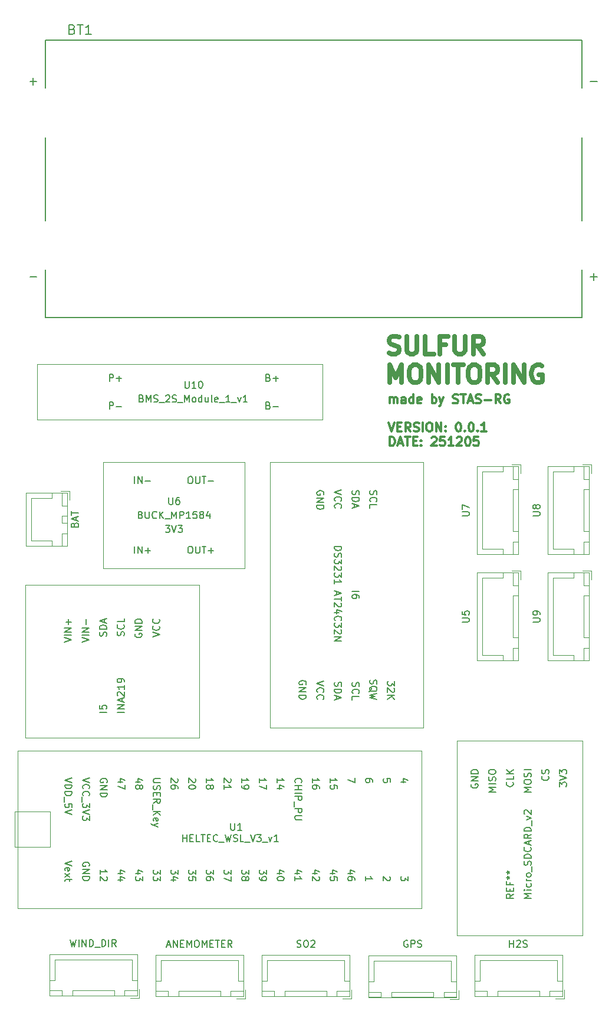
<source format=gbr>
%TF.GenerationSoftware,KiCad,Pcbnew,9.0.4*%
%TF.CreationDate,2025-12-08T11:00:56+07:00*%
%TF.ProjectId,05_sulfurmonitoring_design_v4_no_display,30355f73-756c-4667-9572-6d6f6e69746f,rev?*%
%TF.SameCoordinates,Original*%
%TF.FileFunction,Legend,Top*%
%TF.FilePolarity,Positive*%
%FSLAX46Y46*%
G04 Gerber Fmt 4.6, Leading zero omitted, Abs format (unit mm)*
G04 Created by KiCad (PCBNEW 9.0.4) date 2025-12-08 11:00:56*
%MOMM*%
%LPD*%
G01*
G04 APERTURE LIST*
%ADD10C,0.635000*%
%ADD11C,0.300000*%
%ADD12C,0.150000*%
%ADD13C,0.120000*%
%ADD14C,0.100000*%
%ADD15C,0.127000*%
G04 APERTURE END LIST*
D10*
X96913572Y-77716451D02*
X97276429Y-77837403D01*
X97276429Y-77837403D02*
X97881191Y-77837403D01*
X97881191Y-77837403D02*
X98123096Y-77716451D01*
X98123096Y-77716451D02*
X98244048Y-77595498D01*
X98244048Y-77595498D02*
X98365001Y-77353593D01*
X98365001Y-77353593D02*
X98365001Y-77111689D01*
X98365001Y-77111689D02*
X98244048Y-76869784D01*
X98244048Y-76869784D02*
X98123096Y-76748831D01*
X98123096Y-76748831D02*
X97881191Y-76627879D01*
X97881191Y-76627879D02*
X97397382Y-76506927D01*
X97397382Y-76506927D02*
X97155477Y-76385974D01*
X97155477Y-76385974D02*
X97034524Y-76265022D01*
X97034524Y-76265022D02*
X96913572Y-76023117D01*
X96913572Y-76023117D02*
X96913572Y-75781212D01*
X96913572Y-75781212D02*
X97034524Y-75539308D01*
X97034524Y-75539308D02*
X97155477Y-75418355D01*
X97155477Y-75418355D02*
X97397382Y-75297403D01*
X97397382Y-75297403D02*
X98002143Y-75297403D01*
X98002143Y-75297403D02*
X98365001Y-75418355D01*
X99453572Y-75297403D02*
X99453572Y-77353593D01*
X99453572Y-77353593D02*
X99574525Y-77595498D01*
X99574525Y-77595498D02*
X99695477Y-77716451D01*
X99695477Y-77716451D02*
X99937382Y-77837403D01*
X99937382Y-77837403D02*
X100421191Y-77837403D01*
X100421191Y-77837403D02*
X100663096Y-77716451D01*
X100663096Y-77716451D02*
X100784049Y-77595498D01*
X100784049Y-77595498D02*
X100905001Y-77353593D01*
X100905001Y-77353593D02*
X100905001Y-75297403D01*
X103324048Y-77837403D02*
X102114524Y-77837403D01*
X102114524Y-77837403D02*
X102114524Y-75297403D01*
X105017381Y-76506927D02*
X104170714Y-76506927D01*
X104170714Y-77837403D02*
X104170714Y-75297403D01*
X104170714Y-75297403D02*
X105380238Y-75297403D01*
X106347857Y-75297403D02*
X106347857Y-77353593D01*
X106347857Y-77353593D02*
X106468810Y-77595498D01*
X106468810Y-77595498D02*
X106589762Y-77716451D01*
X106589762Y-77716451D02*
X106831667Y-77837403D01*
X106831667Y-77837403D02*
X107315476Y-77837403D01*
X107315476Y-77837403D02*
X107557381Y-77716451D01*
X107557381Y-77716451D02*
X107678334Y-77595498D01*
X107678334Y-77595498D02*
X107799286Y-77353593D01*
X107799286Y-77353593D02*
X107799286Y-75297403D01*
X110460238Y-77837403D02*
X109613571Y-76627879D01*
X109008809Y-77837403D02*
X109008809Y-75297403D01*
X109008809Y-75297403D02*
X109976428Y-75297403D01*
X109976428Y-75297403D02*
X110218333Y-75418355D01*
X110218333Y-75418355D02*
X110339286Y-75539308D01*
X110339286Y-75539308D02*
X110460238Y-75781212D01*
X110460238Y-75781212D02*
X110460238Y-76144070D01*
X110460238Y-76144070D02*
X110339286Y-76385974D01*
X110339286Y-76385974D02*
X110218333Y-76506927D01*
X110218333Y-76506927D02*
X109976428Y-76627879D01*
X109976428Y-76627879D02*
X109008809Y-76627879D01*
X97034524Y-81926661D02*
X97034524Y-79386661D01*
X97034524Y-79386661D02*
X97881191Y-81200947D01*
X97881191Y-81200947D02*
X98727858Y-79386661D01*
X98727858Y-79386661D02*
X98727858Y-81926661D01*
X100421191Y-79386661D02*
X100905000Y-79386661D01*
X100905000Y-79386661D02*
X101146905Y-79507613D01*
X101146905Y-79507613D02*
X101388810Y-79749518D01*
X101388810Y-79749518D02*
X101509762Y-80233328D01*
X101509762Y-80233328D02*
X101509762Y-81079994D01*
X101509762Y-81079994D02*
X101388810Y-81563804D01*
X101388810Y-81563804D02*
X101146905Y-81805709D01*
X101146905Y-81805709D02*
X100905000Y-81926661D01*
X100905000Y-81926661D02*
X100421191Y-81926661D01*
X100421191Y-81926661D02*
X100179286Y-81805709D01*
X100179286Y-81805709D02*
X99937381Y-81563804D01*
X99937381Y-81563804D02*
X99816429Y-81079994D01*
X99816429Y-81079994D02*
X99816429Y-80233328D01*
X99816429Y-80233328D02*
X99937381Y-79749518D01*
X99937381Y-79749518D02*
X100179286Y-79507613D01*
X100179286Y-79507613D02*
X100421191Y-79386661D01*
X102598333Y-81926661D02*
X102598333Y-79386661D01*
X102598333Y-79386661D02*
X104049762Y-81926661D01*
X104049762Y-81926661D02*
X104049762Y-79386661D01*
X105259285Y-81926661D02*
X105259285Y-79386661D01*
X106105952Y-79386661D02*
X107557381Y-79386661D01*
X106831667Y-81926661D02*
X106831667Y-79386661D01*
X108887857Y-79386661D02*
X109371666Y-79386661D01*
X109371666Y-79386661D02*
X109613571Y-79507613D01*
X109613571Y-79507613D02*
X109855476Y-79749518D01*
X109855476Y-79749518D02*
X109976428Y-80233328D01*
X109976428Y-80233328D02*
X109976428Y-81079994D01*
X109976428Y-81079994D02*
X109855476Y-81563804D01*
X109855476Y-81563804D02*
X109613571Y-81805709D01*
X109613571Y-81805709D02*
X109371666Y-81926661D01*
X109371666Y-81926661D02*
X108887857Y-81926661D01*
X108887857Y-81926661D02*
X108645952Y-81805709D01*
X108645952Y-81805709D02*
X108404047Y-81563804D01*
X108404047Y-81563804D02*
X108283095Y-81079994D01*
X108283095Y-81079994D02*
X108283095Y-80233328D01*
X108283095Y-80233328D02*
X108404047Y-79749518D01*
X108404047Y-79749518D02*
X108645952Y-79507613D01*
X108645952Y-79507613D02*
X108887857Y-79386661D01*
X112516428Y-81926661D02*
X111669761Y-80717137D01*
X111064999Y-81926661D02*
X111064999Y-79386661D01*
X111064999Y-79386661D02*
X112032618Y-79386661D01*
X112032618Y-79386661D02*
X112274523Y-79507613D01*
X112274523Y-79507613D02*
X112395476Y-79628566D01*
X112395476Y-79628566D02*
X112516428Y-79870470D01*
X112516428Y-79870470D02*
X112516428Y-80233328D01*
X112516428Y-80233328D02*
X112395476Y-80475232D01*
X112395476Y-80475232D02*
X112274523Y-80596185D01*
X112274523Y-80596185D02*
X112032618Y-80717137D01*
X112032618Y-80717137D02*
X111064999Y-80717137D01*
X113604999Y-81926661D02*
X113604999Y-79386661D01*
X114814523Y-81926661D02*
X114814523Y-79386661D01*
X114814523Y-79386661D02*
X116265952Y-81926661D01*
X116265952Y-81926661D02*
X116265952Y-79386661D01*
X118805952Y-79507613D02*
X118564047Y-79386661D01*
X118564047Y-79386661D02*
X118201190Y-79386661D01*
X118201190Y-79386661D02*
X117838333Y-79507613D01*
X117838333Y-79507613D02*
X117596428Y-79749518D01*
X117596428Y-79749518D02*
X117475475Y-79991423D01*
X117475475Y-79991423D02*
X117354523Y-80475232D01*
X117354523Y-80475232D02*
X117354523Y-80838089D01*
X117354523Y-80838089D02*
X117475475Y-81321899D01*
X117475475Y-81321899D02*
X117596428Y-81563804D01*
X117596428Y-81563804D02*
X117838333Y-81805709D01*
X117838333Y-81805709D02*
X118201190Y-81926661D01*
X118201190Y-81926661D02*
X118443094Y-81926661D01*
X118443094Y-81926661D02*
X118805952Y-81805709D01*
X118805952Y-81805709D02*
X118926904Y-81684756D01*
X118926904Y-81684756D02*
X118926904Y-80838089D01*
X118926904Y-80838089D02*
X118443094Y-80838089D01*
D11*
X97019748Y-84899926D02*
X97019748Y-84053259D01*
X97019748Y-84174211D02*
X97080225Y-84113735D01*
X97080225Y-84113735D02*
X97201177Y-84053259D01*
X97201177Y-84053259D02*
X97382606Y-84053259D01*
X97382606Y-84053259D02*
X97503558Y-84113735D01*
X97503558Y-84113735D02*
X97564034Y-84234688D01*
X97564034Y-84234688D02*
X97564034Y-84899926D01*
X97564034Y-84234688D02*
X97624510Y-84113735D01*
X97624510Y-84113735D02*
X97745463Y-84053259D01*
X97745463Y-84053259D02*
X97926891Y-84053259D01*
X97926891Y-84053259D02*
X98047844Y-84113735D01*
X98047844Y-84113735D02*
X98108320Y-84234688D01*
X98108320Y-84234688D02*
X98108320Y-84899926D01*
X99257367Y-84899926D02*
X99257367Y-84234688D01*
X99257367Y-84234688D02*
X99196891Y-84113735D01*
X99196891Y-84113735D02*
X99075939Y-84053259D01*
X99075939Y-84053259D02*
X98834034Y-84053259D01*
X98834034Y-84053259D02*
X98713081Y-84113735D01*
X99257367Y-84839450D02*
X99136415Y-84899926D01*
X99136415Y-84899926D02*
X98834034Y-84899926D01*
X98834034Y-84899926D02*
X98713081Y-84839450D01*
X98713081Y-84839450D02*
X98652605Y-84718497D01*
X98652605Y-84718497D02*
X98652605Y-84597545D01*
X98652605Y-84597545D02*
X98713081Y-84476592D01*
X98713081Y-84476592D02*
X98834034Y-84416116D01*
X98834034Y-84416116D02*
X99136415Y-84416116D01*
X99136415Y-84416116D02*
X99257367Y-84355640D01*
X100406415Y-84899926D02*
X100406415Y-83629926D01*
X100406415Y-84839450D02*
X100285463Y-84899926D01*
X100285463Y-84899926D02*
X100043558Y-84899926D01*
X100043558Y-84899926D02*
X99922606Y-84839450D01*
X99922606Y-84839450D02*
X99862129Y-84778973D01*
X99862129Y-84778973D02*
X99801653Y-84658021D01*
X99801653Y-84658021D02*
X99801653Y-84295164D01*
X99801653Y-84295164D02*
X99862129Y-84174211D01*
X99862129Y-84174211D02*
X99922606Y-84113735D01*
X99922606Y-84113735D02*
X100043558Y-84053259D01*
X100043558Y-84053259D02*
X100285463Y-84053259D01*
X100285463Y-84053259D02*
X100406415Y-84113735D01*
X101494987Y-84839450D02*
X101374035Y-84899926D01*
X101374035Y-84899926D02*
X101132130Y-84899926D01*
X101132130Y-84899926D02*
X101011177Y-84839450D01*
X101011177Y-84839450D02*
X100950701Y-84718497D01*
X100950701Y-84718497D02*
X100950701Y-84234688D01*
X100950701Y-84234688D02*
X101011177Y-84113735D01*
X101011177Y-84113735D02*
X101132130Y-84053259D01*
X101132130Y-84053259D02*
X101374035Y-84053259D01*
X101374035Y-84053259D02*
X101494987Y-84113735D01*
X101494987Y-84113735D02*
X101555463Y-84234688D01*
X101555463Y-84234688D02*
X101555463Y-84355640D01*
X101555463Y-84355640D02*
X100950701Y-84476592D01*
X103067367Y-84899926D02*
X103067367Y-83629926D01*
X103067367Y-84113735D02*
X103188320Y-84053259D01*
X103188320Y-84053259D02*
X103430225Y-84053259D01*
X103430225Y-84053259D02*
X103551177Y-84113735D01*
X103551177Y-84113735D02*
X103611653Y-84174211D01*
X103611653Y-84174211D02*
X103672129Y-84295164D01*
X103672129Y-84295164D02*
X103672129Y-84658021D01*
X103672129Y-84658021D02*
X103611653Y-84778973D01*
X103611653Y-84778973D02*
X103551177Y-84839450D01*
X103551177Y-84839450D02*
X103430225Y-84899926D01*
X103430225Y-84899926D02*
X103188320Y-84899926D01*
X103188320Y-84899926D02*
X103067367Y-84839450D01*
X104095463Y-84053259D02*
X104397844Y-84899926D01*
X104700225Y-84053259D02*
X104397844Y-84899926D01*
X104397844Y-84899926D02*
X104276892Y-85202307D01*
X104276892Y-85202307D02*
X104216415Y-85262783D01*
X104216415Y-85262783D02*
X104095463Y-85323259D01*
X106091177Y-84839450D02*
X106272606Y-84899926D01*
X106272606Y-84899926D02*
X106574987Y-84899926D01*
X106574987Y-84899926D02*
X106695939Y-84839450D01*
X106695939Y-84839450D02*
X106756415Y-84778973D01*
X106756415Y-84778973D02*
X106816892Y-84658021D01*
X106816892Y-84658021D02*
X106816892Y-84537069D01*
X106816892Y-84537069D02*
X106756415Y-84416116D01*
X106756415Y-84416116D02*
X106695939Y-84355640D01*
X106695939Y-84355640D02*
X106574987Y-84295164D01*
X106574987Y-84295164D02*
X106333082Y-84234688D01*
X106333082Y-84234688D02*
X106212130Y-84174211D01*
X106212130Y-84174211D02*
X106151653Y-84113735D01*
X106151653Y-84113735D02*
X106091177Y-83992783D01*
X106091177Y-83992783D02*
X106091177Y-83871830D01*
X106091177Y-83871830D02*
X106151653Y-83750878D01*
X106151653Y-83750878D02*
X106212130Y-83690402D01*
X106212130Y-83690402D02*
X106333082Y-83629926D01*
X106333082Y-83629926D02*
X106635463Y-83629926D01*
X106635463Y-83629926D02*
X106816892Y-83690402D01*
X107179749Y-83629926D02*
X107905463Y-83629926D01*
X107542606Y-84899926D02*
X107542606Y-83629926D01*
X108268320Y-84537069D02*
X108873082Y-84537069D01*
X108147368Y-84899926D02*
X108570701Y-83629926D01*
X108570701Y-83629926D02*
X108994035Y-84899926D01*
X109356891Y-84839450D02*
X109538320Y-84899926D01*
X109538320Y-84899926D02*
X109840701Y-84899926D01*
X109840701Y-84899926D02*
X109961653Y-84839450D01*
X109961653Y-84839450D02*
X110022129Y-84778973D01*
X110022129Y-84778973D02*
X110082606Y-84658021D01*
X110082606Y-84658021D02*
X110082606Y-84537069D01*
X110082606Y-84537069D02*
X110022129Y-84416116D01*
X110022129Y-84416116D02*
X109961653Y-84355640D01*
X109961653Y-84355640D02*
X109840701Y-84295164D01*
X109840701Y-84295164D02*
X109598796Y-84234688D01*
X109598796Y-84234688D02*
X109477844Y-84174211D01*
X109477844Y-84174211D02*
X109417367Y-84113735D01*
X109417367Y-84113735D02*
X109356891Y-83992783D01*
X109356891Y-83992783D02*
X109356891Y-83871830D01*
X109356891Y-83871830D02*
X109417367Y-83750878D01*
X109417367Y-83750878D02*
X109477844Y-83690402D01*
X109477844Y-83690402D02*
X109598796Y-83629926D01*
X109598796Y-83629926D02*
X109901177Y-83629926D01*
X109901177Y-83629926D02*
X110082606Y-83690402D01*
X110626891Y-84416116D02*
X111594511Y-84416116D01*
X112924987Y-84899926D02*
X112501653Y-84295164D01*
X112199272Y-84899926D02*
X112199272Y-83629926D01*
X112199272Y-83629926D02*
X112683082Y-83629926D01*
X112683082Y-83629926D02*
X112804034Y-83690402D01*
X112804034Y-83690402D02*
X112864511Y-83750878D01*
X112864511Y-83750878D02*
X112924987Y-83871830D01*
X112924987Y-83871830D02*
X112924987Y-84053259D01*
X112924987Y-84053259D02*
X112864511Y-84174211D01*
X112864511Y-84174211D02*
X112804034Y-84234688D01*
X112804034Y-84234688D02*
X112683082Y-84295164D01*
X112683082Y-84295164D02*
X112199272Y-84295164D01*
X114134511Y-83690402D02*
X114013558Y-83629926D01*
X114013558Y-83629926D02*
X113832130Y-83629926D01*
X113832130Y-83629926D02*
X113650701Y-83690402D01*
X113650701Y-83690402D02*
X113529749Y-83811354D01*
X113529749Y-83811354D02*
X113469272Y-83932307D01*
X113469272Y-83932307D02*
X113408796Y-84174211D01*
X113408796Y-84174211D02*
X113408796Y-84355640D01*
X113408796Y-84355640D02*
X113469272Y-84597545D01*
X113469272Y-84597545D02*
X113529749Y-84718497D01*
X113529749Y-84718497D02*
X113650701Y-84839450D01*
X113650701Y-84839450D02*
X113832130Y-84899926D01*
X113832130Y-84899926D02*
X113953082Y-84899926D01*
X113953082Y-84899926D02*
X114134511Y-84839450D01*
X114134511Y-84839450D02*
X114194987Y-84778973D01*
X114194987Y-84778973D02*
X114194987Y-84355640D01*
X114194987Y-84355640D02*
X113953082Y-84355640D01*
X96838320Y-87687612D02*
X97261653Y-88957612D01*
X97261653Y-88957612D02*
X97684987Y-87687612D01*
X98108319Y-88292374D02*
X98531653Y-88292374D01*
X98713081Y-88957612D02*
X98108319Y-88957612D01*
X98108319Y-88957612D02*
X98108319Y-87687612D01*
X98108319Y-87687612D02*
X98713081Y-87687612D01*
X99983082Y-88957612D02*
X99559748Y-88352850D01*
X99257367Y-88957612D02*
X99257367Y-87687612D01*
X99257367Y-87687612D02*
X99741177Y-87687612D01*
X99741177Y-87687612D02*
X99862129Y-87748088D01*
X99862129Y-87748088D02*
X99922606Y-87808564D01*
X99922606Y-87808564D02*
X99983082Y-87929516D01*
X99983082Y-87929516D02*
X99983082Y-88110945D01*
X99983082Y-88110945D02*
X99922606Y-88231897D01*
X99922606Y-88231897D02*
X99862129Y-88292374D01*
X99862129Y-88292374D02*
X99741177Y-88352850D01*
X99741177Y-88352850D02*
X99257367Y-88352850D01*
X100466891Y-88897136D02*
X100648320Y-88957612D01*
X100648320Y-88957612D02*
X100950701Y-88957612D01*
X100950701Y-88957612D02*
X101071653Y-88897136D01*
X101071653Y-88897136D02*
X101132129Y-88836659D01*
X101132129Y-88836659D02*
X101192606Y-88715707D01*
X101192606Y-88715707D02*
X101192606Y-88594755D01*
X101192606Y-88594755D02*
X101132129Y-88473802D01*
X101132129Y-88473802D02*
X101071653Y-88413326D01*
X101071653Y-88413326D02*
X100950701Y-88352850D01*
X100950701Y-88352850D02*
X100708796Y-88292374D01*
X100708796Y-88292374D02*
X100587844Y-88231897D01*
X100587844Y-88231897D02*
X100527367Y-88171421D01*
X100527367Y-88171421D02*
X100466891Y-88050469D01*
X100466891Y-88050469D02*
X100466891Y-87929516D01*
X100466891Y-87929516D02*
X100527367Y-87808564D01*
X100527367Y-87808564D02*
X100587844Y-87748088D01*
X100587844Y-87748088D02*
X100708796Y-87687612D01*
X100708796Y-87687612D02*
X101011177Y-87687612D01*
X101011177Y-87687612D02*
X101192606Y-87748088D01*
X101736891Y-88957612D02*
X101736891Y-87687612D01*
X102583558Y-87687612D02*
X102825463Y-87687612D01*
X102825463Y-87687612D02*
X102946415Y-87748088D01*
X102946415Y-87748088D02*
X103067368Y-87869040D01*
X103067368Y-87869040D02*
X103127844Y-88110945D01*
X103127844Y-88110945D02*
X103127844Y-88534278D01*
X103127844Y-88534278D02*
X103067368Y-88776183D01*
X103067368Y-88776183D02*
X102946415Y-88897136D01*
X102946415Y-88897136D02*
X102825463Y-88957612D01*
X102825463Y-88957612D02*
X102583558Y-88957612D01*
X102583558Y-88957612D02*
X102462606Y-88897136D01*
X102462606Y-88897136D02*
X102341653Y-88776183D01*
X102341653Y-88776183D02*
X102281177Y-88534278D01*
X102281177Y-88534278D02*
X102281177Y-88110945D01*
X102281177Y-88110945D02*
X102341653Y-87869040D01*
X102341653Y-87869040D02*
X102462606Y-87748088D01*
X102462606Y-87748088D02*
X102583558Y-87687612D01*
X103672129Y-88957612D02*
X103672129Y-87687612D01*
X103672129Y-87687612D02*
X104397844Y-88957612D01*
X104397844Y-88957612D02*
X104397844Y-87687612D01*
X105002605Y-88836659D02*
X105063082Y-88897136D01*
X105063082Y-88897136D02*
X105002605Y-88957612D01*
X105002605Y-88957612D02*
X104942129Y-88897136D01*
X104942129Y-88897136D02*
X105002605Y-88836659D01*
X105002605Y-88836659D02*
X105002605Y-88957612D01*
X105002605Y-88171421D02*
X105063082Y-88231897D01*
X105063082Y-88231897D02*
X105002605Y-88292374D01*
X105002605Y-88292374D02*
X104942129Y-88231897D01*
X104942129Y-88231897D02*
X105002605Y-88171421D01*
X105002605Y-88171421D02*
X105002605Y-88292374D01*
X106816891Y-87687612D02*
X106937844Y-87687612D01*
X106937844Y-87687612D02*
X107058796Y-87748088D01*
X107058796Y-87748088D02*
X107119272Y-87808564D01*
X107119272Y-87808564D02*
X107179748Y-87929516D01*
X107179748Y-87929516D02*
X107240225Y-88171421D01*
X107240225Y-88171421D02*
X107240225Y-88473802D01*
X107240225Y-88473802D02*
X107179748Y-88715707D01*
X107179748Y-88715707D02*
X107119272Y-88836659D01*
X107119272Y-88836659D02*
X107058796Y-88897136D01*
X107058796Y-88897136D02*
X106937844Y-88957612D01*
X106937844Y-88957612D02*
X106816891Y-88957612D01*
X106816891Y-88957612D02*
X106695939Y-88897136D01*
X106695939Y-88897136D02*
X106635463Y-88836659D01*
X106635463Y-88836659D02*
X106574986Y-88715707D01*
X106574986Y-88715707D02*
X106514510Y-88473802D01*
X106514510Y-88473802D02*
X106514510Y-88171421D01*
X106514510Y-88171421D02*
X106574986Y-87929516D01*
X106574986Y-87929516D02*
X106635463Y-87808564D01*
X106635463Y-87808564D02*
X106695939Y-87748088D01*
X106695939Y-87748088D02*
X106816891Y-87687612D01*
X107784510Y-88836659D02*
X107844987Y-88897136D01*
X107844987Y-88897136D02*
X107784510Y-88957612D01*
X107784510Y-88957612D02*
X107724034Y-88897136D01*
X107724034Y-88897136D02*
X107784510Y-88836659D01*
X107784510Y-88836659D02*
X107784510Y-88957612D01*
X108631177Y-87687612D02*
X108752130Y-87687612D01*
X108752130Y-87687612D02*
X108873082Y-87748088D01*
X108873082Y-87748088D02*
X108933558Y-87808564D01*
X108933558Y-87808564D02*
X108994034Y-87929516D01*
X108994034Y-87929516D02*
X109054511Y-88171421D01*
X109054511Y-88171421D02*
X109054511Y-88473802D01*
X109054511Y-88473802D02*
X108994034Y-88715707D01*
X108994034Y-88715707D02*
X108933558Y-88836659D01*
X108933558Y-88836659D02*
X108873082Y-88897136D01*
X108873082Y-88897136D02*
X108752130Y-88957612D01*
X108752130Y-88957612D02*
X108631177Y-88957612D01*
X108631177Y-88957612D02*
X108510225Y-88897136D01*
X108510225Y-88897136D02*
X108449749Y-88836659D01*
X108449749Y-88836659D02*
X108389272Y-88715707D01*
X108389272Y-88715707D02*
X108328796Y-88473802D01*
X108328796Y-88473802D02*
X108328796Y-88171421D01*
X108328796Y-88171421D02*
X108389272Y-87929516D01*
X108389272Y-87929516D02*
X108449749Y-87808564D01*
X108449749Y-87808564D02*
X108510225Y-87748088D01*
X108510225Y-87748088D02*
X108631177Y-87687612D01*
X109598796Y-88836659D02*
X109659273Y-88897136D01*
X109659273Y-88897136D02*
X109598796Y-88957612D01*
X109598796Y-88957612D02*
X109538320Y-88897136D01*
X109538320Y-88897136D02*
X109598796Y-88836659D01*
X109598796Y-88836659D02*
X109598796Y-88957612D01*
X110868797Y-88957612D02*
X110143082Y-88957612D01*
X110505939Y-88957612D02*
X110505939Y-87687612D01*
X110505939Y-87687612D02*
X110384987Y-87869040D01*
X110384987Y-87869040D02*
X110264035Y-87989993D01*
X110264035Y-87989993D02*
X110143082Y-88050469D01*
X97019748Y-91002241D02*
X97019748Y-89732241D01*
X97019748Y-89732241D02*
X97322129Y-89732241D01*
X97322129Y-89732241D02*
X97503558Y-89792717D01*
X97503558Y-89792717D02*
X97624510Y-89913669D01*
X97624510Y-89913669D02*
X97684987Y-90034622D01*
X97684987Y-90034622D02*
X97745463Y-90276526D01*
X97745463Y-90276526D02*
X97745463Y-90457955D01*
X97745463Y-90457955D02*
X97684987Y-90699860D01*
X97684987Y-90699860D02*
X97624510Y-90820812D01*
X97624510Y-90820812D02*
X97503558Y-90941765D01*
X97503558Y-90941765D02*
X97322129Y-91002241D01*
X97322129Y-91002241D02*
X97019748Y-91002241D01*
X98229272Y-90639384D02*
X98834034Y-90639384D01*
X98108320Y-91002241D02*
X98531653Y-89732241D01*
X98531653Y-89732241D02*
X98954987Y-91002241D01*
X99196891Y-89732241D02*
X99922605Y-89732241D01*
X99559748Y-91002241D02*
X99559748Y-89732241D01*
X100345938Y-90337003D02*
X100769272Y-90337003D01*
X100950700Y-91002241D02*
X100345938Y-91002241D01*
X100345938Y-91002241D02*
X100345938Y-89732241D01*
X100345938Y-89732241D02*
X100950700Y-89732241D01*
X101494986Y-90881288D02*
X101555463Y-90941765D01*
X101555463Y-90941765D02*
X101494986Y-91002241D01*
X101494986Y-91002241D02*
X101434510Y-90941765D01*
X101434510Y-90941765D02*
X101494986Y-90881288D01*
X101494986Y-90881288D02*
X101494986Y-91002241D01*
X101494986Y-90216050D02*
X101555463Y-90276526D01*
X101555463Y-90276526D02*
X101494986Y-90337003D01*
X101494986Y-90337003D02*
X101434510Y-90276526D01*
X101434510Y-90276526D02*
X101494986Y-90216050D01*
X101494986Y-90216050D02*
X101494986Y-90337003D01*
X103006891Y-89853193D02*
X103067367Y-89792717D01*
X103067367Y-89792717D02*
X103188320Y-89732241D01*
X103188320Y-89732241D02*
X103490701Y-89732241D01*
X103490701Y-89732241D02*
X103611653Y-89792717D01*
X103611653Y-89792717D02*
X103672129Y-89853193D01*
X103672129Y-89853193D02*
X103732606Y-89974145D01*
X103732606Y-89974145D02*
X103732606Y-90095098D01*
X103732606Y-90095098D02*
X103672129Y-90276526D01*
X103672129Y-90276526D02*
X102946415Y-91002241D01*
X102946415Y-91002241D02*
X103732606Y-91002241D01*
X104881653Y-89732241D02*
X104276891Y-89732241D01*
X104276891Y-89732241D02*
X104216415Y-90337003D01*
X104216415Y-90337003D02*
X104276891Y-90276526D01*
X104276891Y-90276526D02*
X104397844Y-90216050D01*
X104397844Y-90216050D02*
X104700225Y-90216050D01*
X104700225Y-90216050D02*
X104821177Y-90276526D01*
X104821177Y-90276526D02*
X104881653Y-90337003D01*
X104881653Y-90337003D02*
X104942130Y-90457955D01*
X104942130Y-90457955D02*
X104942130Y-90760336D01*
X104942130Y-90760336D02*
X104881653Y-90881288D01*
X104881653Y-90881288D02*
X104821177Y-90941765D01*
X104821177Y-90941765D02*
X104700225Y-91002241D01*
X104700225Y-91002241D02*
X104397844Y-91002241D01*
X104397844Y-91002241D02*
X104276891Y-90941765D01*
X104276891Y-90941765D02*
X104216415Y-90881288D01*
X106151654Y-91002241D02*
X105425939Y-91002241D01*
X105788796Y-91002241D02*
X105788796Y-89732241D01*
X105788796Y-89732241D02*
X105667844Y-89913669D01*
X105667844Y-89913669D02*
X105546892Y-90034622D01*
X105546892Y-90034622D02*
X105425939Y-90095098D01*
X106635463Y-89853193D02*
X106695939Y-89792717D01*
X106695939Y-89792717D02*
X106816892Y-89732241D01*
X106816892Y-89732241D02*
X107119273Y-89732241D01*
X107119273Y-89732241D02*
X107240225Y-89792717D01*
X107240225Y-89792717D02*
X107300701Y-89853193D01*
X107300701Y-89853193D02*
X107361178Y-89974145D01*
X107361178Y-89974145D02*
X107361178Y-90095098D01*
X107361178Y-90095098D02*
X107300701Y-90276526D01*
X107300701Y-90276526D02*
X106574987Y-91002241D01*
X106574987Y-91002241D02*
X107361178Y-91002241D01*
X108147368Y-89732241D02*
X108268321Y-89732241D01*
X108268321Y-89732241D02*
X108389273Y-89792717D01*
X108389273Y-89792717D02*
X108449749Y-89853193D01*
X108449749Y-89853193D02*
X108510225Y-89974145D01*
X108510225Y-89974145D02*
X108570702Y-90216050D01*
X108570702Y-90216050D02*
X108570702Y-90518431D01*
X108570702Y-90518431D02*
X108510225Y-90760336D01*
X108510225Y-90760336D02*
X108449749Y-90881288D01*
X108449749Y-90881288D02*
X108389273Y-90941765D01*
X108389273Y-90941765D02*
X108268321Y-91002241D01*
X108268321Y-91002241D02*
X108147368Y-91002241D01*
X108147368Y-91002241D02*
X108026416Y-90941765D01*
X108026416Y-90941765D02*
X107965940Y-90881288D01*
X107965940Y-90881288D02*
X107905463Y-90760336D01*
X107905463Y-90760336D02*
X107844987Y-90518431D01*
X107844987Y-90518431D02*
X107844987Y-90216050D01*
X107844987Y-90216050D02*
X107905463Y-89974145D01*
X107905463Y-89974145D02*
X107965940Y-89853193D01*
X107965940Y-89853193D02*
X108026416Y-89792717D01*
X108026416Y-89792717D02*
X108147368Y-89732241D01*
X109719749Y-89732241D02*
X109114987Y-89732241D01*
X109114987Y-89732241D02*
X109054511Y-90337003D01*
X109054511Y-90337003D02*
X109114987Y-90276526D01*
X109114987Y-90276526D02*
X109235940Y-90216050D01*
X109235940Y-90216050D02*
X109538321Y-90216050D01*
X109538321Y-90216050D02*
X109659273Y-90276526D01*
X109659273Y-90276526D02*
X109719749Y-90337003D01*
X109719749Y-90337003D02*
X109780226Y-90457955D01*
X109780226Y-90457955D02*
X109780226Y-90760336D01*
X109780226Y-90760336D02*
X109719749Y-90881288D01*
X109719749Y-90881288D02*
X109659273Y-90941765D01*
X109659273Y-90941765D02*
X109538321Y-91002241D01*
X109538321Y-91002241D02*
X109235940Y-91002241D01*
X109235940Y-91002241D02*
X109114987Y-90941765D01*
X109114987Y-90941765D02*
X109054511Y-90881288D01*
D12*
X99575714Y-161972438D02*
X99480476Y-161924819D01*
X99480476Y-161924819D02*
X99337619Y-161924819D01*
X99337619Y-161924819D02*
X99194762Y-161972438D01*
X99194762Y-161972438D02*
X99099524Y-162067676D01*
X99099524Y-162067676D02*
X99051905Y-162162914D01*
X99051905Y-162162914D02*
X99004286Y-162353390D01*
X99004286Y-162353390D02*
X99004286Y-162496247D01*
X99004286Y-162496247D02*
X99051905Y-162686723D01*
X99051905Y-162686723D02*
X99099524Y-162781961D01*
X99099524Y-162781961D02*
X99194762Y-162877200D01*
X99194762Y-162877200D02*
X99337619Y-162924819D01*
X99337619Y-162924819D02*
X99432857Y-162924819D01*
X99432857Y-162924819D02*
X99575714Y-162877200D01*
X99575714Y-162877200D02*
X99623333Y-162829580D01*
X99623333Y-162829580D02*
X99623333Y-162496247D01*
X99623333Y-162496247D02*
X99432857Y-162496247D01*
X100051905Y-162924819D02*
X100051905Y-161924819D01*
X100051905Y-161924819D02*
X100432857Y-161924819D01*
X100432857Y-161924819D02*
X100528095Y-161972438D01*
X100528095Y-161972438D02*
X100575714Y-162020057D01*
X100575714Y-162020057D02*
X100623333Y-162115295D01*
X100623333Y-162115295D02*
X100623333Y-162258152D01*
X100623333Y-162258152D02*
X100575714Y-162353390D01*
X100575714Y-162353390D02*
X100528095Y-162401009D01*
X100528095Y-162401009D02*
X100432857Y-162448628D01*
X100432857Y-162448628D02*
X100051905Y-162448628D01*
X101004286Y-162877200D02*
X101147143Y-162924819D01*
X101147143Y-162924819D02*
X101385238Y-162924819D01*
X101385238Y-162924819D02*
X101480476Y-162877200D01*
X101480476Y-162877200D02*
X101528095Y-162829580D01*
X101528095Y-162829580D02*
X101575714Y-162734342D01*
X101575714Y-162734342D02*
X101575714Y-162639104D01*
X101575714Y-162639104D02*
X101528095Y-162543866D01*
X101528095Y-162543866D02*
X101480476Y-162496247D01*
X101480476Y-162496247D02*
X101385238Y-162448628D01*
X101385238Y-162448628D02*
X101194762Y-162401009D01*
X101194762Y-162401009D02*
X101099524Y-162353390D01*
X101099524Y-162353390D02*
X101051905Y-162305771D01*
X101051905Y-162305771D02*
X101004286Y-162210533D01*
X101004286Y-162210533D02*
X101004286Y-162115295D01*
X101004286Y-162115295D02*
X101051905Y-162020057D01*
X101051905Y-162020057D02*
X101099524Y-161972438D01*
X101099524Y-161972438D02*
X101194762Y-161924819D01*
X101194762Y-161924819D02*
X101432857Y-161924819D01*
X101432857Y-161924819D02*
X101575714Y-161972438D01*
X117564819Y-116271904D02*
X118374342Y-116271904D01*
X118374342Y-116271904D02*
X118469580Y-116224285D01*
X118469580Y-116224285D02*
X118517200Y-116176666D01*
X118517200Y-116176666D02*
X118564819Y-116081428D01*
X118564819Y-116081428D02*
X118564819Y-115890952D01*
X118564819Y-115890952D02*
X118517200Y-115795714D01*
X118517200Y-115795714D02*
X118469580Y-115748095D01*
X118469580Y-115748095D02*
X118374342Y-115700476D01*
X118374342Y-115700476D02*
X117564819Y-115700476D01*
X118564819Y-115176666D02*
X118564819Y-114986190D01*
X118564819Y-114986190D02*
X118517200Y-114890952D01*
X118517200Y-114890952D02*
X118469580Y-114843333D01*
X118469580Y-114843333D02*
X118326723Y-114748095D01*
X118326723Y-114748095D02*
X118136247Y-114700476D01*
X118136247Y-114700476D02*
X117755295Y-114700476D01*
X117755295Y-114700476D02*
X117660057Y-114748095D01*
X117660057Y-114748095D02*
X117612438Y-114795714D01*
X117612438Y-114795714D02*
X117564819Y-114890952D01*
X117564819Y-114890952D02*
X117564819Y-115081428D01*
X117564819Y-115081428D02*
X117612438Y-115176666D01*
X117612438Y-115176666D02*
X117660057Y-115224285D01*
X117660057Y-115224285D02*
X117755295Y-115271904D01*
X117755295Y-115271904D02*
X117993390Y-115271904D01*
X117993390Y-115271904D02*
X118088628Y-115224285D01*
X118088628Y-115224285D02*
X118136247Y-115176666D01*
X118136247Y-115176666D02*
X118183866Y-115081428D01*
X118183866Y-115081428D02*
X118183866Y-114890952D01*
X118183866Y-114890952D02*
X118136247Y-114795714D01*
X118136247Y-114795714D02*
X118088628Y-114748095D01*
X118088628Y-114748095D02*
X117993390Y-114700476D01*
X114211905Y-162924819D02*
X114211905Y-161924819D01*
X114211905Y-162401009D02*
X114783333Y-162401009D01*
X114783333Y-162924819D02*
X114783333Y-161924819D01*
X115211905Y-162020057D02*
X115259524Y-161972438D01*
X115259524Y-161972438D02*
X115354762Y-161924819D01*
X115354762Y-161924819D02*
X115592857Y-161924819D01*
X115592857Y-161924819D02*
X115688095Y-161972438D01*
X115688095Y-161972438D02*
X115735714Y-162020057D01*
X115735714Y-162020057D02*
X115783333Y-162115295D01*
X115783333Y-162115295D02*
X115783333Y-162210533D01*
X115783333Y-162210533D02*
X115735714Y-162353390D01*
X115735714Y-162353390D02*
X115164286Y-162924819D01*
X115164286Y-162924819D02*
X115783333Y-162924819D01*
X116164286Y-162877200D02*
X116307143Y-162924819D01*
X116307143Y-162924819D02*
X116545238Y-162924819D01*
X116545238Y-162924819D02*
X116640476Y-162877200D01*
X116640476Y-162877200D02*
X116688095Y-162829580D01*
X116688095Y-162829580D02*
X116735714Y-162734342D01*
X116735714Y-162734342D02*
X116735714Y-162639104D01*
X116735714Y-162639104D02*
X116688095Y-162543866D01*
X116688095Y-162543866D02*
X116640476Y-162496247D01*
X116640476Y-162496247D02*
X116545238Y-162448628D01*
X116545238Y-162448628D02*
X116354762Y-162401009D01*
X116354762Y-162401009D02*
X116259524Y-162353390D01*
X116259524Y-162353390D02*
X116211905Y-162305771D01*
X116211905Y-162305771D02*
X116164286Y-162210533D01*
X116164286Y-162210533D02*
X116164286Y-162115295D01*
X116164286Y-162115295D02*
X116211905Y-162020057D01*
X116211905Y-162020057D02*
X116259524Y-161972438D01*
X116259524Y-161972438D02*
X116354762Y-161924819D01*
X116354762Y-161924819D02*
X116592857Y-161924819D01*
X116592857Y-161924819D02*
X116735714Y-161972438D01*
X91620180Y-111918810D02*
X92620180Y-111918810D01*
X92620180Y-112823571D02*
X92620180Y-112633095D01*
X92620180Y-112633095D02*
X92572561Y-112537857D01*
X92572561Y-112537857D02*
X92524942Y-112490238D01*
X92524942Y-112490238D02*
X92382085Y-112395000D01*
X92382085Y-112395000D02*
X92191609Y-112347381D01*
X92191609Y-112347381D02*
X91810657Y-112347381D01*
X91810657Y-112347381D02*
X91715419Y-112395000D01*
X91715419Y-112395000D02*
X91667800Y-112442619D01*
X91667800Y-112442619D02*
X91620180Y-112537857D01*
X91620180Y-112537857D02*
X91620180Y-112728333D01*
X91620180Y-112728333D02*
X91667800Y-112823571D01*
X91667800Y-112823571D02*
X91715419Y-112871190D01*
X91715419Y-112871190D02*
X91810657Y-112918809D01*
X91810657Y-112918809D02*
X92048752Y-112918809D01*
X92048752Y-112918809D02*
X92143990Y-112871190D01*
X92143990Y-112871190D02*
X92191609Y-112823571D01*
X92191609Y-112823571D02*
X92239228Y-112728333D01*
X92239228Y-112728333D02*
X92239228Y-112537857D01*
X92239228Y-112537857D02*
X92191609Y-112442619D01*
X92191609Y-112442619D02*
X92143990Y-112395000D01*
X92143990Y-112395000D02*
X92048752Y-112347381D01*
X87492561Y-98015588D02*
X87540180Y-97920350D01*
X87540180Y-97920350D02*
X87540180Y-97777493D01*
X87540180Y-97777493D02*
X87492561Y-97634636D01*
X87492561Y-97634636D02*
X87397323Y-97539398D01*
X87397323Y-97539398D02*
X87302085Y-97491779D01*
X87302085Y-97491779D02*
X87111609Y-97444160D01*
X87111609Y-97444160D02*
X86968752Y-97444160D01*
X86968752Y-97444160D02*
X86778276Y-97491779D01*
X86778276Y-97491779D02*
X86683038Y-97539398D01*
X86683038Y-97539398D02*
X86587800Y-97634636D01*
X86587800Y-97634636D02*
X86540180Y-97777493D01*
X86540180Y-97777493D02*
X86540180Y-97872731D01*
X86540180Y-97872731D02*
X86587800Y-98015588D01*
X86587800Y-98015588D02*
X86635419Y-98063207D01*
X86635419Y-98063207D02*
X86968752Y-98063207D01*
X86968752Y-98063207D02*
X86968752Y-97872731D01*
X86540180Y-98491779D02*
X87540180Y-98491779D01*
X87540180Y-98491779D02*
X86540180Y-99063207D01*
X86540180Y-99063207D02*
X87540180Y-99063207D01*
X86540180Y-99539398D02*
X87540180Y-99539398D01*
X87540180Y-99539398D02*
X87540180Y-99777493D01*
X87540180Y-99777493D02*
X87492561Y-99920350D01*
X87492561Y-99920350D02*
X87397323Y-100015588D01*
X87397323Y-100015588D02*
X87302085Y-100063207D01*
X87302085Y-100063207D02*
X87111609Y-100110826D01*
X87111609Y-100110826D02*
X86968752Y-100110826D01*
X86968752Y-100110826D02*
X86778276Y-100063207D01*
X86778276Y-100063207D02*
X86683038Y-100015588D01*
X86683038Y-100015588D02*
X86587800Y-99920350D01*
X86587800Y-99920350D02*
X86540180Y-99777493D01*
X86540180Y-99777493D02*
X86540180Y-99539398D01*
X90080180Y-97348922D02*
X89080180Y-97682255D01*
X89080180Y-97682255D02*
X90080180Y-98015588D01*
X89175419Y-98920350D02*
X89127800Y-98872731D01*
X89127800Y-98872731D02*
X89080180Y-98729874D01*
X89080180Y-98729874D02*
X89080180Y-98634636D01*
X89080180Y-98634636D02*
X89127800Y-98491779D01*
X89127800Y-98491779D02*
X89223038Y-98396541D01*
X89223038Y-98396541D02*
X89318276Y-98348922D01*
X89318276Y-98348922D02*
X89508752Y-98301303D01*
X89508752Y-98301303D02*
X89651609Y-98301303D01*
X89651609Y-98301303D02*
X89842085Y-98348922D01*
X89842085Y-98348922D02*
X89937323Y-98396541D01*
X89937323Y-98396541D02*
X90032561Y-98491779D01*
X90032561Y-98491779D02*
X90080180Y-98634636D01*
X90080180Y-98634636D02*
X90080180Y-98729874D01*
X90080180Y-98729874D02*
X90032561Y-98872731D01*
X90032561Y-98872731D02*
X89984942Y-98920350D01*
X89175419Y-99920350D02*
X89127800Y-99872731D01*
X89127800Y-99872731D02*
X89080180Y-99729874D01*
X89080180Y-99729874D02*
X89080180Y-99634636D01*
X89080180Y-99634636D02*
X89127800Y-99491779D01*
X89127800Y-99491779D02*
X89223038Y-99396541D01*
X89223038Y-99396541D02*
X89318276Y-99348922D01*
X89318276Y-99348922D02*
X89508752Y-99301303D01*
X89508752Y-99301303D02*
X89651609Y-99301303D01*
X89651609Y-99301303D02*
X89842085Y-99348922D01*
X89842085Y-99348922D02*
X89937323Y-99396541D01*
X89937323Y-99396541D02*
X90032561Y-99491779D01*
X90032561Y-99491779D02*
X90080180Y-99634636D01*
X90080180Y-99634636D02*
X90080180Y-99729874D01*
X90080180Y-99729874D02*
X90032561Y-99872731D01*
X90032561Y-99872731D02*
X89984942Y-99920350D01*
X89127801Y-124917268D02*
X89080181Y-125060125D01*
X89080181Y-125060125D02*
X89080181Y-125298220D01*
X89080181Y-125298220D02*
X89127801Y-125393458D01*
X89127801Y-125393458D02*
X89175420Y-125441077D01*
X89175420Y-125441077D02*
X89270658Y-125488696D01*
X89270658Y-125488696D02*
X89365896Y-125488696D01*
X89365896Y-125488696D02*
X89461134Y-125441077D01*
X89461134Y-125441077D02*
X89508753Y-125393458D01*
X89508753Y-125393458D02*
X89556372Y-125298220D01*
X89556372Y-125298220D02*
X89603991Y-125107744D01*
X89603991Y-125107744D02*
X89651610Y-125012506D01*
X89651610Y-125012506D02*
X89699229Y-124964887D01*
X89699229Y-124964887D02*
X89794467Y-124917268D01*
X89794467Y-124917268D02*
X89889705Y-124917268D01*
X89889705Y-124917268D02*
X89984943Y-124964887D01*
X89984943Y-124964887D02*
X90032562Y-125012506D01*
X90032562Y-125012506D02*
X90080181Y-125107744D01*
X90080181Y-125107744D02*
X90080181Y-125345839D01*
X90080181Y-125345839D02*
X90032562Y-125488696D01*
X89080181Y-125917268D02*
X90080181Y-125917268D01*
X90080181Y-125917268D02*
X90080181Y-126155363D01*
X90080181Y-126155363D02*
X90032562Y-126298220D01*
X90032562Y-126298220D02*
X89937324Y-126393458D01*
X89937324Y-126393458D02*
X89842086Y-126441077D01*
X89842086Y-126441077D02*
X89651610Y-126488696D01*
X89651610Y-126488696D02*
X89508753Y-126488696D01*
X89508753Y-126488696D02*
X89318277Y-126441077D01*
X89318277Y-126441077D02*
X89223039Y-126393458D01*
X89223039Y-126393458D02*
X89127801Y-126298220D01*
X89127801Y-126298220D02*
X89080181Y-126155363D01*
X89080181Y-126155363D02*
X89080181Y-125917268D01*
X89365896Y-126869649D02*
X89365896Y-127345839D01*
X89080181Y-126774411D02*
X90080181Y-127107744D01*
X90080181Y-127107744D02*
X89080181Y-127441077D01*
X87540181Y-124774411D02*
X86540181Y-125107744D01*
X86540181Y-125107744D02*
X87540181Y-125441077D01*
X86635420Y-126345839D02*
X86587801Y-126298220D01*
X86587801Y-126298220D02*
X86540181Y-126155363D01*
X86540181Y-126155363D02*
X86540181Y-126060125D01*
X86540181Y-126060125D02*
X86587801Y-125917268D01*
X86587801Y-125917268D02*
X86683039Y-125822030D01*
X86683039Y-125822030D02*
X86778277Y-125774411D01*
X86778277Y-125774411D02*
X86968753Y-125726792D01*
X86968753Y-125726792D02*
X87111610Y-125726792D01*
X87111610Y-125726792D02*
X87302086Y-125774411D01*
X87302086Y-125774411D02*
X87397324Y-125822030D01*
X87397324Y-125822030D02*
X87492562Y-125917268D01*
X87492562Y-125917268D02*
X87540181Y-126060125D01*
X87540181Y-126060125D02*
X87540181Y-126155363D01*
X87540181Y-126155363D02*
X87492562Y-126298220D01*
X87492562Y-126298220D02*
X87444943Y-126345839D01*
X86635420Y-127345839D02*
X86587801Y-127298220D01*
X86587801Y-127298220D02*
X86540181Y-127155363D01*
X86540181Y-127155363D02*
X86540181Y-127060125D01*
X86540181Y-127060125D02*
X86587801Y-126917268D01*
X86587801Y-126917268D02*
X86683039Y-126822030D01*
X86683039Y-126822030D02*
X86778277Y-126774411D01*
X86778277Y-126774411D02*
X86968753Y-126726792D01*
X86968753Y-126726792D02*
X87111610Y-126726792D01*
X87111610Y-126726792D02*
X87302086Y-126774411D01*
X87302086Y-126774411D02*
X87397324Y-126822030D01*
X87397324Y-126822030D02*
X87492562Y-126917268D01*
X87492562Y-126917268D02*
X87540181Y-127060125D01*
X87540181Y-127060125D02*
X87540181Y-127155363D01*
X87540181Y-127155363D02*
X87492562Y-127298220D01*
X87492562Y-127298220D02*
X87444943Y-127345839D01*
X91667801Y-124964887D02*
X91620181Y-125107744D01*
X91620181Y-125107744D02*
X91620181Y-125345839D01*
X91620181Y-125345839D02*
X91667801Y-125441077D01*
X91667801Y-125441077D02*
X91715420Y-125488696D01*
X91715420Y-125488696D02*
X91810658Y-125536315D01*
X91810658Y-125536315D02*
X91905896Y-125536315D01*
X91905896Y-125536315D02*
X92001134Y-125488696D01*
X92001134Y-125488696D02*
X92048753Y-125441077D01*
X92048753Y-125441077D02*
X92096372Y-125345839D01*
X92096372Y-125345839D02*
X92143991Y-125155363D01*
X92143991Y-125155363D02*
X92191610Y-125060125D01*
X92191610Y-125060125D02*
X92239229Y-125012506D01*
X92239229Y-125012506D02*
X92334467Y-124964887D01*
X92334467Y-124964887D02*
X92429705Y-124964887D01*
X92429705Y-124964887D02*
X92524943Y-125012506D01*
X92524943Y-125012506D02*
X92572562Y-125060125D01*
X92572562Y-125060125D02*
X92620181Y-125155363D01*
X92620181Y-125155363D02*
X92620181Y-125393458D01*
X92620181Y-125393458D02*
X92572562Y-125536315D01*
X91715420Y-126536315D02*
X91667801Y-126488696D01*
X91667801Y-126488696D02*
X91620181Y-126345839D01*
X91620181Y-126345839D02*
X91620181Y-126250601D01*
X91620181Y-126250601D02*
X91667801Y-126107744D01*
X91667801Y-126107744D02*
X91763039Y-126012506D01*
X91763039Y-126012506D02*
X91858277Y-125964887D01*
X91858277Y-125964887D02*
X92048753Y-125917268D01*
X92048753Y-125917268D02*
X92191610Y-125917268D01*
X92191610Y-125917268D02*
X92382086Y-125964887D01*
X92382086Y-125964887D02*
X92477324Y-126012506D01*
X92477324Y-126012506D02*
X92572562Y-126107744D01*
X92572562Y-126107744D02*
X92620181Y-126250601D01*
X92620181Y-126250601D02*
X92620181Y-126345839D01*
X92620181Y-126345839D02*
X92572562Y-126488696D01*
X92572562Y-126488696D02*
X92524943Y-126536315D01*
X91620181Y-127441077D02*
X91620181Y-126964887D01*
X91620181Y-126964887D02*
X92620181Y-126964887D01*
X91667800Y-97444160D02*
X91620180Y-97587017D01*
X91620180Y-97587017D02*
X91620180Y-97825112D01*
X91620180Y-97825112D02*
X91667800Y-97920350D01*
X91667800Y-97920350D02*
X91715419Y-97967969D01*
X91715419Y-97967969D02*
X91810657Y-98015588D01*
X91810657Y-98015588D02*
X91905895Y-98015588D01*
X91905895Y-98015588D02*
X92001133Y-97967969D01*
X92001133Y-97967969D02*
X92048752Y-97920350D01*
X92048752Y-97920350D02*
X92096371Y-97825112D01*
X92096371Y-97825112D02*
X92143990Y-97634636D01*
X92143990Y-97634636D02*
X92191609Y-97539398D01*
X92191609Y-97539398D02*
X92239228Y-97491779D01*
X92239228Y-97491779D02*
X92334466Y-97444160D01*
X92334466Y-97444160D02*
X92429704Y-97444160D01*
X92429704Y-97444160D02*
X92524942Y-97491779D01*
X92524942Y-97491779D02*
X92572561Y-97539398D01*
X92572561Y-97539398D02*
X92620180Y-97634636D01*
X92620180Y-97634636D02*
X92620180Y-97872731D01*
X92620180Y-97872731D02*
X92572561Y-98015588D01*
X91620180Y-98444160D02*
X92620180Y-98444160D01*
X92620180Y-98444160D02*
X92620180Y-98682255D01*
X92620180Y-98682255D02*
X92572561Y-98825112D01*
X92572561Y-98825112D02*
X92477323Y-98920350D01*
X92477323Y-98920350D02*
X92382085Y-98967969D01*
X92382085Y-98967969D02*
X92191609Y-99015588D01*
X92191609Y-99015588D02*
X92048752Y-99015588D01*
X92048752Y-99015588D02*
X91858276Y-98967969D01*
X91858276Y-98967969D02*
X91763038Y-98920350D01*
X91763038Y-98920350D02*
X91667800Y-98825112D01*
X91667800Y-98825112D02*
X91620180Y-98682255D01*
X91620180Y-98682255D02*
X91620180Y-98444160D01*
X91905895Y-99396541D02*
X91905895Y-99872731D01*
X91620180Y-99301303D02*
X92620180Y-99634636D01*
X92620180Y-99634636D02*
X91620180Y-99967969D01*
X89080180Y-105448095D02*
X90080180Y-105448095D01*
X90080180Y-105448095D02*
X90080180Y-105686190D01*
X90080180Y-105686190D02*
X90032561Y-105829047D01*
X90032561Y-105829047D02*
X89937323Y-105924285D01*
X89937323Y-105924285D02*
X89842085Y-105971904D01*
X89842085Y-105971904D02*
X89651609Y-106019523D01*
X89651609Y-106019523D02*
X89508752Y-106019523D01*
X89508752Y-106019523D02*
X89318276Y-105971904D01*
X89318276Y-105971904D02*
X89223038Y-105924285D01*
X89223038Y-105924285D02*
X89127800Y-105829047D01*
X89127800Y-105829047D02*
X89080180Y-105686190D01*
X89080180Y-105686190D02*
X89080180Y-105448095D01*
X89127800Y-106400476D02*
X89080180Y-106543333D01*
X89080180Y-106543333D02*
X89080180Y-106781428D01*
X89080180Y-106781428D02*
X89127800Y-106876666D01*
X89127800Y-106876666D02*
X89175419Y-106924285D01*
X89175419Y-106924285D02*
X89270657Y-106971904D01*
X89270657Y-106971904D02*
X89365895Y-106971904D01*
X89365895Y-106971904D02*
X89461133Y-106924285D01*
X89461133Y-106924285D02*
X89508752Y-106876666D01*
X89508752Y-106876666D02*
X89556371Y-106781428D01*
X89556371Y-106781428D02*
X89603990Y-106590952D01*
X89603990Y-106590952D02*
X89651609Y-106495714D01*
X89651609Y-106495714D02*
X89699228Y-106448095D01*
X89699228Y-106448095D02*
X89794466Y-106400476D01*
X89794466Y-106400476D02*
X89889704Y-106400476D01*
X89889704Y-106400476D02*
X89984942Y-106448095D01*
X89984942Y-106448095D02*
X90032561Y-106495714D01*
X90032561Y-106495714D02*
X90080180Y-106590952D01*
X90080180Y-106590952D02*
X90080180Y-106829047D01*
X90080180Y-106829047D02*
X90032561Y-106971904D01*
X90080180Y-107305238D02*
X90080180Y-107924285D01*
X90080180Y-107924285D02*
X89699228Y-107590952D01*
X89699228Y-107590952D02*
X89699228Y-107733809D01*
X89699228Y-107733809D02*
X89651609Y-107829047D01*
X89651609Y-107829047D02*
X89603990Y-107876666D01*
X89603990Y-107876666D02*
X89508752Y-107924285D01*
X89508752Y-107924285D02*
X89270657Y-107924285D01*
X89270657Y-107924285D02*
X89175419Y-107876666D01*
X89175419Y-107876666D02*
X89127800Y-107829047D01*
X89127800Y-107829047D02*
X89080180Y-107733809D01*
X89080180Y-107733809D02*
X89080180Y-107448095D01*
X89080180Y-107448095D02*
X89127800Y-107352857D01*
X89127800Y-107352857D02*
X89175419Y-107305238D01*
X89984942Y-108305238D02*
X90032561Y-108352857D01*
X90032561Y-108352857D02*
X90080180Y-108448095D01*
X90080180Y-108448095D02*
X90080180Y-108686190D01*
X90080180Y-108686190D02*
X90032561Y-108781428D01*
X90032561Y-108781428D02*
X89984942Y-108829047D01*
X89984942Y-108829047D02*
X89889704Y-108876666D01*
X89889704Y-108876666D02*
X89794466Y-108876666D01*
X89794466Y-108876666D02*
X89651609Y-108829047D01*
X89651609Y-108829047D02*
X89080180Y-108257619D01*
X89080180Y-108257619D02*
X89080180Y-108876666D01*
X90080180Y-109210000D02*
X90080180Y-109829047D01*
X90080180Y-109829047D02*
X89699228Y-109495714D01*
X89699228Y-109495714D02*
X89699228Y-109638571D01*
X89699228Y-109638571D02*
X89651609Y-109733809D01*
X89651609Y-109733809D02*
X89603990Y-109781428D01*
X89603990Y-109781428D02*
X89508752Y-109829047D01*
X89508752Y-109829047D02*
X89270657Y-109829047D01*
X89270657Y-109829047D02*
X89175419Y-109781428D01*
X89175419Y-109781428D02*
X89127800Y-109733809D01*
X89127800Y-109733809D02*
X89080180Y-109638571D01*
X89080180Y-109638571D02*
X89080180Y-109352857D01*
X89080180Y-109352857D02*
X89127800Y-109257619D01*
X89127800Y-109257619D02*
X89175419Y-109210000D01*
X89080180Y-110781428D02*
X89080180Y-110210000D01*
X89080180Y-110495714D02*
X90080180Y-110495714D01*
X90080180Y-110495714D02*
X89937323Y-110400476D01*
X89937323Y-110400476D02*
X89842085Y-110305238D01*
X89842085Y-110305238D02*
X89794466Y-110210000D01*
X89365895Y-111924286D02*
X89365895Y-112400476D01*
X89080180Y-111829048D02*
X90080180Y-112162381D01*
X90080180Y-112162381D02*
X89080180Y-112495714D01*
X90080180Y-112686191D02*
X90080180Y-113257619D01*
X89080180Y-112971905D02*
X90080180Y-112971905D01*
X89984942Y-113543334D02*
X90032561Y-113590953D01*
X90032561Y-113590953D02*
X90080180Y-113686191D01*
X90080180Y-113686191D02*
X90080180Y-113924286D01*
X90080180Y-113924286D02*
X90032561Y-114019524D01*
X90032561Y-114019524D02*
X89984942Y-114067143D01*
X89984942Y-114067143D02*
X89889704Y-114114762D01*
X89889704Y-114114762D02*
X89794466Y-114114762D01*
X89794466Y-114114762D02*
X89651609Y-114067143D01*
X89651609Y-114067143D02*
X89080180Y-113495715D01*
X89080180Y-113495715D02*
X89080180Y-114114762D01*
X89746847Y-114971905D02*
X89080180Y-114971905D01*
X90127800Y-114733810D02*
X89413514Y-114495715D01*
X89413514Y-114495715D02*
X89413514Y-115114762D01*
X89175419Y-116067143D02*
X89127800Y-116019524D01*
X89127800Y-116019524D02*
X89080180Y-115876667D01*
X89080180Y-115876667D02*
X89080180Y-115781429D01*
X89080180Y-115781429D02*
X89127800Y-115638572D01*
X89127800Y-115638572D02*
X89223038Y-115543334D01*
X89223038Y-115543334D02*
X89318276Y-115495715D01*
X89318276Y-115495715D02*
X89508752Y-115448096D01*
X89508752Y-115448096D02*
X89651609Y-115448096D01*
X89651609Y-115448096D02*
X89842085Y-115495715D01*
X89842085Y-115495715D02*
X89937323Y-115543334D01*
X89937323Y-115543334D02*
X90032561Y-115638572D01*
X90032561Y-115638572D02*
X90080180Y-115781429D01*
X90080180Y-115781429D02*
X90080180Y-115876667D01*
X90080180Y-115876667D02*
X90032561Y-116019524D01*
X90032561Y-116019524D02*
X89984942Y-116067143D01*
X90080180Y-116400477D02*
X90080180Y-117019524D01*
X90080180Y-117019524D02*
X89699228Y-116686191D01*
X89699228Y-116686191D02*
X89699228Y-116829048D01*
X89699228Y-116829048D02*
X89651609Y-116924286D01*
X89651609Y-116924286D02*
X89603990Y-116971905D01*
X89603990Y-116971905D02*
X89508752Y-117019524D01*
X89508752Y-117019524D02*
X89270657Y-117019524D01*
X89270657Y-117019524D02*
X89175419Y-116971905D01*
X89175419Y-116971905D02*
X89127800Y-116924286D01*
X89127800Y-116924286D02*
X89080180Y-116829048D01*
X89080180Y-116829048D02*
X89080180Y-116543334D01*
X89080180Y-116543334D02*
X89127800Y-116448096D01*
X89127800Y-116448096D02*
X89175419Y-116400477D01*
X89984942Y-117400477D02*
X90032561Y-117448096D01*
X90032561Y-117448096D02*
X90080180Y-117543334D01*
X90080180Y-117543334D02*
X90080180Y-117781429D01*
X90080180Y-117781429D02*
X90032561Y-117876667D01*
X90032561Y-117876667D02*
X89984942Y-117924286D01*
X89984942Y-117924286D02*
X89889704Y-117971905D01*
X89889704Y-117971905D02*
X89794466Y-117971905D01*
X89794466Y-117971905D02*
X89651609Y-117924286D01*
X89651609Y-117924286D02*
X89080180Y-117352858D01*
X89080180Y-117352858D02*
X89080180Y-117971905D01*
X89080180Y-118400477D02*
X90080180Y-118400477D01*
X90080180Y-118400477D02*
X89080180Y-118971905D01*
X89080180Y-118971905D02*
X90080180Y-118971905D01*
X97700181Y-124774411D02*
X97700181Y-125393458D01*
X97700181Y-125393458D02*
X97319229Y-125060125D01*
X97319229Y-125060125D02*
X97319229Y-125202982D01*
X97319229Y-125202982D02*
X97271610Y-125298220D01*
X97271610Y-125298220D02*
X97223991Y-125345839D01*
X97223991Y-125345839D02*
X97128753Y-125393458D01*
X97128753Y-125393458D02*
X96890658Y-125393458D01*
X96890658Y-125393458D02*
X96795420Y-125345839D01*
X96795420Y-125345839D02*
X96747801Y-125298220D01*
X96747801Y-125298220D02*
X96700181Y-125202982D01*
X96700181Y-125202982D02*
X96700181Y-124917268D01*
X96700181Y-124917268D02*
X96747801Y-124822030D01*
X96747801Y-124822030D02*
X96795420Y-124774411D01*
X97604943Y-125774411D02*
X97652562Y-125822030D01*
X97652562Y-125822030D02*
X97700181Y-125917268D01*
X97700181Y-125917268D02*
X97700181Y-126155363D01*
X97700181Y-126155363D02*
X97652562Y-126250601D01*
X97652562Y-126250601D02*
X97604943Y-126298220D01*
X97604943Y-126298220D02*
X97509705Y-126345839D01*
X97509705Y-126345839D02*
X97414467Y-126345839D01*
X97414467Y-126345839D02*
X97271610Y-126298220D01*
X97271610Y-126298220D02*
X96700181Y-125726792D01*
X96700181Y-125726792D02*
X96700181Y-126345839D01*
X96700181Y-126774411D02*
X97700181Y-126774411D01*
X96700181Y-127345839D02*
X97271610Y-126917268D01*
X97700181Y-127345839D02*
X97128753Y-126774411D01*
X84952562Y-125250601D02*
X85000181Y-125155363D01*
X85000181Y-125155363D02*
X85000181Y-125012506D01*
X85000181Y-125012506D02*
X84952562Y-124869649D01*
X84952562Y-124869649D02*
X84857324Y-124774411D01*
X84857324Y-124774411D02*
X84762086Y-124726792D01*
X84762086Y-124726792D02*
X84571610Y-124679173D01*
X84571610Y-124679173D02*
X84428753Y-124679173D01*
X84428753Y-124679173D02*
X84238277Y-124726792D01*
X84238277Y-124726792D02*
X84143039Y-124774411D01*
X84143039Y-124774411D02*
X84047801Y-124869649D01*
X84047801Y-124869649D02*
X84000181Y-125012506D01*
X84000181Y-125012506D02*
X84000181Y-125107744D01*
X84000181Y-125107744D02*
X84047801Y-125250601D01*
X84047801Y-125250601D02*
X84095420Y-125298220D01*
X84095420Y-125298220D02*
X84428753Y-125298220D01*
X84428753Y-125298220D02*
X84428753Y-125107744D01*
X84000181Y-125726792D02*
X85000181Y-125726792D01*
X85000181Y-125726792D02*
X84000181Y-126298220D01*
X84000181Y-126298220D02*
X85000181Y-126298220D01*
X84000181Y-126774411D02*
X85000181Y-126774411D01*
X85000181Y-126774411D02*
X85000181Y-127012506D01*
X85000181Y-127012506D02*
X84952562Y-127155363D01*
X84952562Y-127155363D02*
X84857324Y-127250601D01*
X84857324Y-127250601D02*
X84762086Y-127298220D01*
X84762086Y-127298220D02*
X84571610Y-127345839D01*
X84571610Y-127345839D02*
X84428753Y-127345839D01*
X84428753Y-127345839D02*
X84238277Y-127298220D01*
X84238277Y-127298220D02*
X84143039Y-127250601D01*
X84143039Y-127250601D02*
X84047801Y-127155363D01*
X84047801Y-127155363D02*
X84000181Y-127012506D01*
X84000181Y-127012506D02*
X84000181Y-126774411D01*
X94207801Y-124583935D02*
X94160181Y-124726792D01*
X94160181Y-124726792D02*
X94160181Y-124964887D01*
X94160181Y-124964887D02*
X94207801Y-125060125D01*
X94207801Y-125060125D02*
X94255420Y-125107744D01*
X94255420Y-125107744D02*
X94350658Y-125155363D01*
X94350658Y-125155363D02*
X94445896Y-125155363D01*
X94445896Y-125155363D02*
X94541134Y-125107744D01*
X94541134Y-125107744D02*
X94588753Y-125060125D01*
X94588753Y-125060125D02*
X94636372Y-124964887D01*
X94636372Y-124964887D02*
X94683991Y-124774411D01*
X94683991Y-124774411D02*
X94731610Y-124679173D01*
X94731610Y-124679173D02*
X94779229Y-124631554D01*
X94779229Y-124631554D02*
X94874467Y-124583935D01*
X94874467Y-124583935D02*
X94969705Y-124583935D01*
X94969705Y-124583935D02*
X95064943Y-124631554D01*
X95064943Y-124631554D02*
X95112562Y-124679173D01*
X95112562Y-124679173D02*
X95160181Y-124774411D01*
X95160181Y-124774411D02*
X95160181Y-125012506D01*
X95160181Y-125012506D02*
X95112562Y-125155363D01*
X94064943Y-126250601D02*
X94112562Y-126155363D01*
X94112562Y-126155363D02*
X94207801Y-126060125D01*
X94207801Y-126060125D02*
X94350658Y-125917268D01*
X94350658Y-125917268D02*
X94398277Y-125822030D01*
X94398277Y-125822030D02*
X94398277Y-125726792D01*
X94160181Y-125774411D02*
X94207801Y-125679173D01*
X94207801Y-125679173D02*
X94303039Y-125583935D01*
X94303039Y-125583935D02*
X94493515Y-125536316D01*
X94493515Y-125536316D02*
X94826848Y-125536316D01*
X94826848Y-125536316D02*
X95017324Y-125583935D01*
X95017324Y-125583935D02*
X95112562Y-125679173D01*
X95112562Y-125679173D02*
X95160181Y-125774411D01*
X95160181Y-125774411D02*
X95160181Y-125964887D01*
X95160181Y-125964887D02*
X95112562Y-126060125D01*
X95112562Y-126060125D02*
X95017324Y-126155363D01*
X95017324Y-126155363D02*
X94826848Y-126202982D01*
X94826848Y-126202982D02*
X94493515Y-126202982D01*
X94493515Y-126202982D02*
X94303039Y-126155363D01*
X94303039Y-126155363D02*
X94207801Y-126060125D01*
X94207801Y-126060125D02*
X94160181Y-125964887D01*
X94160181Y-125964887D02*
X94160181Y-125774411D01*
X95160181Y-126536316D02*
X94160181Y-126774411D01*
X94160181Y-126774411D02*
X94874467Y-126964887D01*
X94874467Y-126964887D02*
X94160181Y-127155363D01*
X94160181Y-127155363D02*
X95160181Y-127393459D01*
X94207800Y-97444160D02*
X94160180Y-97587017D01*
X94160180Y-97587017D02*
X94160180Y-97825112D01*
X94160180Y-97825112D02*
X94207800Y-97920350D01*
X94207800Y-97920350D02*
X94255419Y-97967969D01*
X94255419Y-97967969D02*
X94350657Y-98015588D01*
X94350657Y-98015588D02*
X94445895Y-98015588D01*
X94445895Y-98015588D02*
X94541133Y-97967969D01*
X94541133Y-97967969D02*
X94588752Y-97920350D01*
X94588752Y-97920350D02*
X94636371Y-97825112D01*
X94636371Y-97825112D02*
X94683990Y-97634636D01*
X94683990Y-97634636D02*
X94731609Y-97539398D01*
X94731609Y-97539398D02*
X94779228Y-97491779D01*
X94779228Y-97491779D02*
X94874466Y-97444160D01*
X94874466Y-97444160D02*
X94969704Y-97444160D01*
X94969704Y-97444160D02*
X95064942Y-97491779D01*
X95064942Y-97491779D02*
X95112561Y-97539398D01*
X95112561Y-97539398D02*
X95160180Y-97634636D01*
X95160180Y-97634636D02*
X95160180Y-97872731D01*
X95160180Y-97872731D02*
X95112561Y-98015588D01*
X94255419Y-99015588D02*
X94207800Y-98967969D01*
X94207800Y-98967969D02*
X94160180Y-98825112D01*
X94160180Y-98825112D02*
X94160180Y-98729874D01*
X94160180Y-98729874D02*
X94207800Y-98587017D01*
X94207800Y-98587017D02*
X94303038Y-98491779D01*
X94303038Y-98491779D02*
X94398276Y-98444160D01*
X94398276Y-98444160D02*
X94588752Y-98396541D01*
X94588752Y-98396541D02*
X94731609Y-98396541D01*
X94731609Y-98396541D02*
X94922085Y-98444160D01*
X94922085Y-98444160D02*
X95017323Y-98491779D01*
X95017323Y-98491779D02*
X95112561Y-98587017D01*
X95112561Y-98587017D02*
X95160180Y-98729874D01*
X95160180Y-98729874D02*
X95160180Y-98825112D01*
X95160180Y-98825112D02*
X95112561Y-98967969D01*
X95112561Y-98967969D02*
X95064942Y-99015588D01*
X94160180Y-99920350D02*
X94160180Y-99444160D01*
X94160180Y-99444160D02*
X95160180Y-99444160D01*
X51741009Y-102318095D02*
X51788628Y-102175238D01*
X51788628Y-102175238D02*
X51836247Y-102127619D01*
X51836247Y-102127619D02*
X51931485Y-102080000D01*
X51931485Y-102080000D02*
X52074342Y-102080000D01*
X52074342Y-102080000D02*
X52169580Y-102127619D01*
X52169580Y-102127619D02*
X52217200Y-102175238D01*
X52217200Y-102175238D02*
X52264819Y-102270476D01*
X52264819Y-102270476D02*
X52264819Y-102651428D01*
X52264819Y-102651428D02*
X51264819Y-102651428D01*
X51264819Y-102651428D02*
X51264819Y-102318095D01*
X51264819Y-102318095D02*
X51312438Y-102222857D01*
X51312438Y-102222857D02*
X51360057Y-102175238D01*
X51360057Y-102175238D02*
X51455295Y-102127619D01*
X51455295Y-102127619D02*
X51550533Y-102127619D01*
X51550533Y-102127619D02*
X51645771Y-102175238D01*
X51645771Y-102175238D02*
X51693390Y-102222857D01*
X51693390Y-102222857D02*
X51741009Y-102318095D01*
X51741009Y-102318095D02*
X51741009Y-102651428D01*
X51979104Y-101699047D02*
X51979104Y-101222857D01*
X52264819Y-101794285D02*
X51264819Y-101460952D01*
X51264819Y-101460952D02*
X52264819Y-101127619D01*
X51264819Y-100937142D02*
X51264819Y-100365714D01*
X52264819Y-100651428D02*
X51264819Y-100651428D01*
X74168095Y-145144819D02*
X74168095Y-145954342D01*
X74168095Y-145954342D02*
X74215714Y-146049580D01*
X74215714Y-146049580D02*
X74263333Y-146097200D01*
X74263333Y-146097200D02*
X74358571Y-146144819D01*
X74358571Y-146144819D02*
X74549047Y-146144819D01*
X74549047Y-146144819D02*
X74644285Y-146097200D01*
X74644285Y-146097200D02*
X74691904Y-146049580D01*
X74691904Y-146049580D02*
X74739523Y-145954342D01*
X74739523Y-145954342D02*
X74739523Y-145144819D01*
X75739523Y-146144819D02*
X75168095Y-146144819D01*
X75453809Y-146144819D02*
X75453809Y-145144819D01*
X75453809Y-145144819D02*
X75358571Y-145287676D01*
X75358571Y-145287676D02*
X75263333Y-145382914D01*
X75263333Y-145382914D02*
X75168095Y-145430533D01*
X70665180Y-139290588D02*
X70665180Y-138719160D01*
X70665180Y-139004874D02*
X71665180Y-139004874D01*
X71665180Y-139004874D02*
X71522323Y-138909636D01*
X71522323Y-138909636D02*
X71427085Y-138814398D01*
X71427085Y-138814398D02*
X71379466Y-138719160D01*
X71236609Y-139862017D02*
X71284228Y-139766779D01*
X71284228Y-139766779D02*
X71331847Y-139719160D01*
X71331847Y-139719160D02*
X71427085Y-139671541D01*
X71427085Y-139671541D02*
X71474704Y-139671541D01*
X71474704Y-139671541D02*
X71569942Y-139719160D01*
X71569942Y-139719160D02*
X71617561Y-139766779D01*
X71617561Y-139766779D02*
X71665180Y-139862017D01*
X71665180Y-139862017D02*
X71665180Y-140052493D01*
X71665180Y-140052493D02*
X71617561Y-140147731D01*
X71617561Y-140147731D02*
X71569942Y-140195350D01*
X71569942Y-140195350D02*
X71474704Y-140242969D01*
X71474704Y-140242969D02*
X71427085Y-140242969D01*
X71427085Y-140242969D02*
X71331847Y-140195350D01*
X71331847Y-140195350D02*
X71284228Y-140147731D01*
X71284228Y-140147731D02*
X71236609Y-140052493D01*
X71236609Y-140052493D02*
X71236609Y-139862017D01*
X71236609Y-139862017D02*
X71188990Y-139766779D01*
X71188990Y-139766779D02*
X71141371Y-139719160D01*
X71141371Y-139719160D02*
X71046133Y-139671541D01*
X71046133Y-139671541D02*
X70855657Y-139671541D01*
X70855657Y-139671541D02*
X70760419Y-139719160D01*
X70760419Y-139719160D02*
X70712800Y-139766779D01*
X70712800Y-139766779D02*
X70665180Y-139862017D01*
X70665180Y-139862017D02*
X70665180Y-140052493D01*
X70665180Y-140052493D02*
X70712800Y-140147731D01*
X70712800Y-140147731D02*
X70760419Y-140195350D01*
X70760419Y-140195350D02*
X70855657Y-140242969D01*
X70855657Y-140242969D02*
X71046133Y-140242969D01*
X71046133Y-140242969D02*
X71141371Y-140195350D01*
X71141371Y-140195350D02*
X71188990Y-140147731D01*
X71188990Y-140147731D02*
X71236609Y-140052493D01*
X61171847Y-152333220D02*
X60505180Y-152333220D01*
X61552800Y-152095125D02*
X60838514Y-151857030D01*
X60838514Y-151857030D02*
X60838514Y-152476077D01*
X61505180Y-152761792D02*
X61505180Y-153380839D01*
X61505180Y-153380839D02*
X61124228Y-153047506D01*
X61124228Y-153047506D02*
X61124228Y-153190363D01*
X61124228Y-153190363D02*
X61076609Y-153285601D01*
X61076609Y-153285601D02*
X61028990Y-153333220D01*
X61028990Y-153333220D02*
X60933752Y-153380839D01*
X60933752Y-153380839D02*
X60695657Y-153380839D01*
X60695657Y-153380839D02*
X60600419Y-153333220D01*
X60600419Y-153333220D02*
X60552800Y-153285601D01*
X60552800Y-153285601D02*
X60505180Y-153190363D01*
X60505180Y-153190363D02*
X60505180Y-152904649D01*
X60505180Y-152904649D02*
X60552800Y-152809411D01*
X60552800Y-152809411D02*
X60600419Y-152761792D01*
X96969942Y-152809411D02*
X97017561Y-152857030D01*
X97017561Y-152857030D02*
X97065180Y-152952268D01*
X97065180Y-152952268D02*
X97065180Y-153190363D01*
X97065180Y-153190363D02*
X97017561Y-153285601D01*
X97017561Y-153285601D02*
X96969942Y-153333220D01*
X96969942Y-153333220D02*
X96874704Y-153380839D01*
X96874704Y-153380839D02*
X96779466Y-153380839D01*
X96779466Y-153380839D02*
X96636609Y-153333220D01*
X96636609Y-153333220D02*
X96065180Y-152761792D01*
X96065180Y-152761792D02*
X96065180Y-153380839D01*
X56377561Y-139290588D02*
X56425180Y-139195350D01*
X56425180Y-139195350D02*
X56425180Y-139052493D01*
X56425180Y-139052493D02*
X56377561Y-138909636D01*
X56377561Y-138909636D02*
X56282323Y-138814398D01*
X56282323Y-138814398D02*
X56187085Y-138766779D01*
X56187085Y-138766779D02*
X55996609Y-138719160D01*
X55996609Y-138719160D02*
X55853752Y-138719160D01*
X55853752Y-138719160D02*
X55663276Y-138766779D01*
X55663276Y-138766779D02*
X55568038Y-138814398D01*
X55568038Y-138814398D02*
X55472800Y-138909636D01*
X55472800Y-138909636D02*
X55425180Y-139052493D01*
X55425180Y-139052493D02*
X55425180Y-139147731D01*
X55425180Y-139147731D02*
X55472800Y-139290588D01*
X55472800Y-139290588D02*
X55520419Y-139338207D01*
X55520419Y-139338207D02*
X55853752Y-139338207D01*
X55853752Y-139338207D02*
X55853752Y-139147731D01*
X55425180Y-139766779D02*
X56425180Y-139766779D01*
X56425180Y-139766779D02*
X55425180Y-140338207D01*
X55425180Y-140338207D02*
X56425180Y-140338207D01*
X55425180Y-140814398D02*
X56425180Y-140814398D01*
X56425180Y-140814398D02*
X56425180Y-141052493D01*
X56425180Y-141052493D02*
X56377561Y-141195350D01*
X56377561Y-141195350D02*
X56282323Y-141290588D01*
X56282323Y-141290588D02*
X56187085Y-141338207D01*
X56187085Y-141338207D02*
X55996609Y-141385826D01*
X55996609Y-141385826D02*
X55853752Y-141385826D01*
X55853752Y-141385826D02*
X55663276Y-141338207D01*
X55663276Y-141338207D02*
X55568038Y-141290588D01*
X55568038Y-141290588D02*
X55472800Y-141195350D01*
X55472800Y-141195350D02*
X55425180Y-141052493D01*
X55425180Y-141052493D02*
X55425180Y-140814398D01*
X69125180Y-151809411D02*
X69125180Y-152428458D01*
X69125180Y-152428458D02*
X68744228Y-152095125D01*
X68744228Y-152095125D02*
X68744228Y-152237982D01*
X68744228Y-152237982D02*
X68696609Y-152333220D01*
X68696609Y-152333220D02*
X68648990Y-152380839D01*
X68648990Y-152380839D02*
X68553752Y-152428458D01*
X68553752Y-152428458D02*
X68315657Y-152428458D01*
X68315657Y-152428458D02*
X68220419Y-152380839D01*
X68220419Y-152380839D02*
X68172800Y-152333220D01*
X68172800Y-152333220D02*
X68125180Y-152237982D01*
X68125180Y-152237982D02*
X68125180Y-151952268D01*
X68125180Y-151952268D02*
X68172800Y-151857030D01*
X68172800Y-151857030D02*
X68220419Y-151809411D01*
X69125180Y-153333220D02*
X69125180Y-152857030D01*
X69125180Y-152857030D02*
X68648990Y-152809411D01*
X68648990Y-152809411D02*
X68696609Y-152857030D01*
X68696609Y-152857030D02*
X68744228Y-152952268D01*
X68744228Y-152952268D02*
X68744228Y-153190363D01*
X68744228Y-153190363D02*
X68696609Y-153285601D01*
X68696609Y-153285601D02*
X68648990Y-153333220D01*
X68648990Y-153333220D02*
X68553752Y-153380839D01*
X68553752Y-153380839D02*
X68315657Y-153380839D01*
X68315657Y-153380839D02*
X68220419Y-153333220D01*
X68220419Y-153333220D02*
X68172800Y-153285601D01*
X68172800Y-153285601D02*
X68125180Y-153190363D01*
X68125180Y-153190363D02*
X68125180Y-152952268D01*
X68125180Y-152952268D02*
X68172800Y-152857030D01*
X68172800Y-152857030D02*
X68220419Y-152809411D01*
X69029942Y-138719160D02*
X69077561Y-138766779D01*
X69077561Y-138766779D02*
X69125180Y-138862017D01*
X69125180Y-138862017D02*
X69125180Y-139100112D01*
X69125180Y-139100112D02*
X69077561Y-139195350D01*
X69077561Y-139195350D02*
X69029942Y-139242969D01*
X69029942Y-139242969D02*
X68934704Y-139290588D01*
X68934704Y-139290588D02*
X68839466Y-139290588D01*
X68839466Y-139290588D02*
X68696609Y-139242969D01*
X68696609Y-139242969D02*
X68125180Y-138671541D01*
X68125180Y-138671541D02*
X68125180Y-139290588D01*
X69125180Y-139909636D02*
X69125180Y-140004874D01*
X69125180Y-140004874D02*
X69077561Y-140100112D01*
X69077561Y-140100112D02*
X69029942Y-140147731D01*
X69029942Y-140147731D02*
X68934704Y-140195350D01*
X68934704Y-140195350D02*
X68744228Y-140242969D01*
X68744228Y-140242969D02*
X68506133Y-140242969D01*
X68506133Y-140242969D02*
X68315657Y-140195350D01*
X68315657Y-140195350D02*
X68220419Y-140147731D01*
X68220419Y-140147731D02*
X68172800Y-140100112D01*
X68172800Y-140100112D02*
X68125180Y-140004874D01*
X68125180Y-140004874D02*
X68125180Y-139909636D01*
X68125180Y-139909636D02*
X68172800Y-139814398D01*
X68172800Y-139814398D02*
X68220419Y-139766779D01*
X68220419Y-139766779D02*
X68315657Y-139719160D01*
X68315657Y-139719160D02*
X68506133Y-139671541D01*
X68506133Y-139671541D02*
X68744228Y-139671541D01*
X68744228Y-139671541D02*
X68934704Y-139719160D01*
X68934704Y-139719160D02*
X69029942Y-139766779D01*
X69029942Y-139766779D02*
X69077561Y-139814398D01*
X69077561Y-139814398D02*
X69125180Y-139909636D01*
X61171847Y-139195350D02*
X60505180Y-139195350D01*
X61552800Y-138957255D02*
X60838514Y-138719160D01*
X60838514Y-138719160D02*
X60838514Y-139338207D01*
X61076609Y-139862017D02*
X61124228Y-139766779D01*
X61124228Y-139766779D02*
X61171847Y-139719160D01*
X61171847Y-139719160D02*
X61267085Y-139671541D01*
X61267085Y-139671541D02*
X61314704Y-139671541D01*
X61314704Y-139671541D02*
X61409942Y-139719160D01*
X61409942Y-139719160D02*
X61457561Y-139766779D01*
X61457561Y-139766779D02*
X61505180Y-139862017D01*
X61505180Y-139862017D02*
X61505180Y-140052493D01*
X61505180Y-140052493D02*
X61457561Y-140147731D01*
X61457561Y-140147731D02*
X61409942Y-140195350D01*
X61409942Y-140195350D02*
X61314704Y-140242969D01*
X61314704Y-140242969D02*
X61267085Y-140242969D01*
X61267085Y-140242969D02*
X61171847Y-140195350D01*
X61171847Y-140195350D02*
X61124228Y-140147731D01*
X61124228Y-140147731D02*
X61076609Y-140052493D01*
X61076609Y-140052493D02*
X61076609Y-139862017D01*
X61076609Y-139862017D02*
X61028990Y-139766779D01*
X61028990Y-139766779D02*
X60981371Y-139719160D01*
X60981371Y-139719160D02*
X60886133Y-139671541D01*
X60886133Y-139671541D02*
X60695657Y-139671541D01*
X60695657Y-139671541D02*
X60600419Y-139719160D01*
X60600419Y-139719160D02*
X60552800Y-139766779D01*
X60552800Y-139766779D02*
X60505180Y-139862017D01*
X60505180Y-139862017D02*
X60505180Y-140052493D01*
X60505180Y-140052493D02*
X60552800Y-140147731D01*
X60552800Y-140147731D02*
X60600419Y-140195350D01*
X60600419Y-140195350D02*
X60695657Y-140242969D01*
X60695657Y-140242969D02*
X60886133Y-140242969D01*
X60886133Y-140242969D02*
X60981371Y-140195350D01*
X60981371Y-140195350D02*
X61028990Y-140147731D01*
X61028990Y-140147731D02*
X61076609Y-140052493D01*
X66489942Y-138719160D02*
X66537561Y-138766779D01*
X66537561Y-138766779D02*
X66585180Y-138862017D01*
X66585180Y-138862017D02*
X66585180Y-139100112D01*
X66585180Y-139100112D02*
X66537561Y-139195350D01*
X66537561Y-139195350D02*
X66489942Y-139242969D01*
X66489942Y-139242969D02*
X66394704Y-139290588D01*
X66394704Y-139290588D02*
X66299466Y-139290588D01*
X66299466Y-139290588D02*
X66156609Y-139242969D01*
X66156609Y-139242969D02*
X65585180Y-138671541D01*
X65585180Y-138671541D02*
X65585180Y-139290588D01*
X66585180Y-140147731D02*
X66585180Y-139957255D01*
X66585180Y-139957255D02*
X66537561Y-139862017D01*
X66537561Y-139862017D02*
X66489942Y-139814398D01*
X66489942Y-139814398D02*
X66347085Y-139719160D01*
X66347085Y-139719160D02*
X66156609Y-139671541D01*
X66156609Y-139671541D02*
X65775657Y-139671541D01*
X65775657Y-139671541D02*
X65680419Y-139719160D01*
X65680419Y-139719160D02*
X65632800Y-139766779D01*
X65632800Y-139766779D02*
X65585180Y-139862017D01*
X65585180Y-139862017D02*
X65585180Y-140052493D01*
X65585180Y-140052493D02*
X65632800Y-140147731D01*
X65632800Y-140147731D02*
X65680419Y-140195350D01*
X65680419Y-140195350D02*
X65775657Y-140242969D01*
X65775657Y-140242969D02*
X66013752Y-140242969D01*
X66013752Y-140242969D02*
X66108990Y-140195350D01*
X66108990Y-140195350D02*
X66156609Y-140147731D01*
X66156609Y-140147731D02*
X66204228Y-140052493D01*
X66204228Y-140052493D02*
X66204228Y-139862017D01*
X66204228Y-139862017D02*
X66156609Y-139766779D01*
X66156609Y-139766779D02*
X66108990Y-139719160D01*
X66108990Y-139719160D02*
X66013752Y-139671541D01*
X93525180Y-153380839D02*
X93525180Y-152809411D01*
X93525180Y-153095125D02*
X94525180Y-153095125D01*
X94525180Y-153095125D02*
X94382323Y-152999887D01*
X94382323Y-152999887D02*
X94287085Y-152904649D01*
X94287085Y-152904649D02*
X94239466Y-152809411D01*
X74205180Y-151809411D02*
X74205180Y-152428458D01*
X74205180Y-152428458D02*
X73824228Y-152095125D01*
X73824228Y-152095125D02*
X73824228Y-152237982D01*
X73824228Y-152237982D02*
X73776609Y-152333220D01*
X73776609Y-152333220D02*
X73728990Y-152380839D01*
X73728990Y-152380839D02*
X73633752Y-152428458D01*
X73633752Y-152428458D02*
X73395657Y-152428458D01*
X73395657Y-152428458D02*
X73300419Y-152380839D01*
X73300419Y-152380839D02*
X73252800Y-152333220D01*
X73252800Y-152333220D02*
X73205180Y-152237982D01*
X73205180Y-152237982D02*
X73205180Y-151952268D01*
X73205180Y-151952268D02*
X73252800Y-151857030D01*
X73252800Y-151857030D02*
X73300419Y-151809411D01*
X74205180Y-152761792D02*
X74205180Y-153428458D01*
X74205180Y-153428458D02*
X73205180Y-152999887D01*
X55425180Y-152428458D02*
X55425180Y-151857030D01*
X55425180Y-152142744D02*
X56425180Y-152142744D01*
X56425180Y-152142744D02*
X56282323Y-152047506D01*
X56282323Y-152047506D02*
X56187085Y-151952268D01*
X56187085Y-151952268D02*
X56139466Y-151857030D01*
X56329942Y-152809411D02*
X56377561Y-152857030D01*
X56377561Y-152857030D02*
X56425180Y-152952268D01*
X56425180Y-152952268D02*
X56425180Y-153190363D01*
X56425180Y-153190363D02*
X56377561Y-153285601D01*
X56377561Y-153285601D02*
X56329942Y-153333220D01*
X56329942Y-153333220D02*
X56234704Y-153380839D01*
X56234704Y-153380839D02*
X56139466Y-153380839D01*
X56139466Y-153380839D02*
X55996609Y-153333220D01*
X55996609Y-153333220D02*
X55425180Y-152761792D01*
X55425180Y-152761792D02*
X55425180Y-153380839D01*
X74109942Y-138719160D02*
X74157561Y-138766779D01*
X74157561Y-138766779D02*
X74205180Y-138862017D01*
X74205180Y-138862017D02*
X74205180Y-139100112D01*
X74205180Y-139100112D02*
X74157561Y-139195350D01*
X74157561Y-139195350D02*
X74109942Y-139242969D01*
X74109942Y-139242969D02*
X74014704Y-139290588D01*
X74014704Y-139290588D02*
X73919466Y-139290588D01*
X73919466Y-139290588D02*
X73776609Y-139242969D01*
X73776609Y-139242969D02*
X73205180Y-138671541D01*
X73205180Y-138671541D02*
X73205180Y-139290588D01*
X73205180Y-140242969D02*
X73205180Y-139671541D01*
X73205180Y-139957255D02*
X74205180Y-139957255D01*
X74205180Y-139957255D02*
X74062323Y-139862017D01*
X74062323Y-139862017D02*
X73967085Y-139766779D01*
X73967085Y-139766779D02*
X73919466Y-139671541D01*
X86571847Y-152333220D02*
X85905180Y-152333220D01*
X86952800Y-152095125D02*
X86238514Y-151857030D01*
X86238514Y-151857030D02*
X86238514Y-152476077D01*
X86809942Y-152809411D02*
X86857561Y-152857030D01*
X86857561Y-152857030D02*
X86905180Y-152952268D01*
X86905180Y-152952268D02*
X86905180Y-153190363D01*
X86905180Y-153190363D02*
X86857561Y-153285601D01*
X86857561Y-153285601D02*
X86809942Y-153333220D01*
X86809942Y-153333220D02*
X86714704Y-153380839D01*
X86714704Y-153380839D02*
X86619466Y-153380839D01*
X86619466Y-153380839D02*
X86476609Y-153333220D01*
X86476609Y-153333220D02*
X85905180Y-152761792D01*
X85905180Y-152761792D02*
X85905180Y-153380839D01*
X53885180Y-138623922D02*
X52885180Y-138957255D01*
X52885180Y-138957255D02*
X53885180Y-139290588D01*
X52980419Y-140195350D02*
X52932800Y-140147731D01*
X52932800Y-140147731D02*
X52885180Y-140004874D01*
X52885180Y-140004874D02*
X52885180Y-139909636D01*
X52885180Y-139909636D02*
X52932800Y-139766779D01*
X52932800Y-139766779D02*
X53028038Y-139671541D01*
X53028038Y-139671541D02*
X53123276Y-139623922D01*
X53123276Y-139623922D02*
X53313752Y-139576303D01*
X53313752Y-139576303D02*
X53456609Y-139576303D01*
X53456609Y-139576303D02*
X53647085Y-139623922D01*
X53647085Y-139623922D02*
X53742323Y-139671541D01*
X53742323Y-139671541D02*
X53837561Y-139766779D01*
X53837561Y-139766779D02*
X53885180Y-139909636D01*
X53885180Y-139909636D02*
X53885180Y-140004874D01*
X53885180Y-140004874D02*
X53837561Y-140147731D01*
X53837561Y-140147731D02*
X53789942Y-140195350D01*
X52980419Y-141195350D02*
X52932800Y-141147731D01*
X52932800Y-141147731D02*
X52885180Y-141004874D01*
X52885180Y-141004874D02*
X52885180Y-140909636D01*
X52885180Y-140909636D02*
X52932800Y-140766779D01*
X52932800Y-140766779D02*
X53028038Y-140671541D01*
X53028038Y-140671541D02*
X53123276Y-140623922D01*
X53123276Y-140623922D02*
X53313752Y-140576303D01*
X53313752Y-140576303D02*
X53456609Y-140576303D01*
X53456609Y-140576303D02*
X53647085Y-140623922D01*
X53647085Y-140623922D02*
X53742323Y-140671541D01*
X53742323Y-140671541D02*
X53837561Y-140766779D01*
X53837561Y-140766779D02*
X53885180Y-140909636D01*
X53885180Y-140909636D02*
X53885180Y-141004874D01*
X53885180Y-141004874D02*
X53837561Y-141147731D01*
X53837561Y-141147731D02*
X53789942Y-141195350D01*
X52789942Y-141385827D02*
X52789942Y-142147731D01*
X53885180Y-142290589D02*
X53885180Y-142909636D01*
X53885180Y-142909636D02*
X53504228Y-142576303D01*
X53504228Y-142576303D02*
X53504228Y-142719160D01*
X53504228Y-142719160D02*
X53456609Y-142814398D01*
X53456609Y-142814398D02*
X53408990Y-142862017D01*
X53408990Y-142862017D02*
X53313752Y-142909636D01*
X53313752Y-142909636D02*
X53075657Y-142909636D01*
X53075657Y-142909636D02*
X52980419Y-142862017D01*
X52980419Y-142862017D02*
X52932800Y-142814398D01*
X52932800Y-142814398D02*
X52885180Y-142719160D01*
X52885180Y-142719160D02*
X52885180Y-142433446D01*
X52885180Y-142433446D02*
X52932800Y-142338208D01*
X52932800Y-142338208D02*
X52980419Y-142290589D01*
X53885180Y-143195351D02*
X52885180Y-143528684D01*
X52885180Y-143528684D02*
X53885180Y-143862017D01*
X53885180Y-144100113D02*
X53885180Y-144719160D01*
X53885180Y-144719160D02*
X53504228Y-144385827D01*
X53504228Y-144385827D02*
X53504228Y-144528684D01*
X53504228Y-144528684D02*
X53456609Y-144623922D01*
X53456609Y-144623922D02*
X53408990Y-144671541D01*
X53408990Y-144671541D02*
X53313752Y-144719160D01*
X53313752Y-144719160D02*
X53075657Y-144719160D01*
X53075657Y-144719160D02*
X52980419Y-144671541D01*
X52980419Y-144671541D02*
X52932800Y-144623922D01*
X52932800Y-144623922D02*
X52885180Y-144528684D01*
X52885180Y-144528684D02*
X52885180Y-144242970D01*
X52885180Y-144242970D02*
X52932800Y-144147732D01*
X52932800Y-144147732D02*
X52980419Y-144100113D01*
X71665180Y-151809411D02*
X71665180Y-152428458D01*
X71665180Y-152428458D02*
X71284228Y-152095125D01*
X71284228Y-152095125D02*
X71284228Y-152237982D01*
X71284228Y-152237982D02*
X71236609Y-152333220D01*
X71236609Y-152333220D02*
X71188990Y-152380839D01*
X71188990Y-152380839D02*
X71093752Y-152428458D01*
X71093752Y-152428458D02*
X70855657Y-152428458D01*
X70855657Y-152428458D02*
X70760419Y-152380839D01*
X70760419Y-152380839D02*
X70712800Y-152333220D01*
X70712800Y-152333220D02*
X70665180Y-152237982D01*
X70665180Y-152237982D02*
X70665180Y-151952268D01*
X70665180Y-151952268D02*
X70712800Y-151857030D01*
X70712800Y-151857030D02*
X70760419Y-151809411D01*
X71665180Y-153285601D02*
X71665180Y-153095125D01*
X71665180Y-153095125D02*
X71617561Y-152999887D01*
X71617561Y-152999887D02*
X71569942Y-152952268D01*
X71569942Y-152952268D02*
X71427085Y-152857030D01*
X71427085Y-152857030D02*
X71236609Y-152809411D01*
X71236609Y-152809411D02*
X70855657Y-152809411D01*
X70855657Y-152809411D02*
X70760419Y-152857030D01*
X70760419Y-152857030D02*
X70712800Y-152904649D01*
X70712800Y-152904649D02*
X70665180Y-152999887D01*
X70665180Y-152999887D02*
X70665180Y-153190363D01*
X70665180Y-153190363D02*
X70712800Y-153285601D01*
X70712800Y-153285601D02*
X70760419Y-153333220D01*
X70760419Y-153333220D02*
X70855657Y-153380839D01*
X70855657Y-153380839D02*
X71093752Y-153380839D01*
X71093752Y-153380839D02*
X71188990Y-153333220D01*
X71188990Y-153333220D02*
X71236609Y-153285601D01*
X71236609Y-153285601D02*
X71284228Y-153190363D01*
X71284228Y-153190363D02*
X71284228Y-152999887D01*
X71284228Y-152999887D02*
X71236609Y-152904649D01*
X71236609Y-152904649D02*
X71188990Y-152857030D01*
X71188990Y-152857030D02*
X71093752Y-152809411D01*
X51345180Y-150571315D02*
X50345180Y-150904648D01*
X50345180Y-150904648D02*
X51345180Y-151237981D01*
X50392800Y-151952267D02*
X50345180Y-151857029D01*
X50345180Y-151857029D02*
X50345180Y-151666553D01*
X50345180Y-151666553D02*
X50392800Y-151571315D01*
X50392800Y-151571315D02*
X50488038Y-151523696D01*
X50488038Y-151523696D02*
X50868990Y-151523696D01*
X50868990Y-151523696D02*
X50964228Y-151571315D01*
X50964228Y-151571315D02*
X51011847Y-151666553D01*
X51011847Y-151666553D02*
X51011847Y-151857029D01*
X51011847Y-151857029D02*
X50964228Y-151952267D01*
X50964228Y-151952267D02*
X50868990Y-151999886D01*
X50868990Y-151999886D02*
X50773752Y-151999886D01*
X50773752Y-151999886D02*
X50678514Y-151523696D01*
X50345180Y-152333220D02*
X51011847Y-152857029D01*
X51011847Y-152333220D02*
X50345180Y-152857029D01*
X51011847Y-153095125D02*
X51011847Y-153476077D01*
X51345180Y-153237982D02*
X50488038Y-153237982D01*
X50488038Y-153237982D02*
X50392800Y-153285601D01*
X50392800Y-153285601D02*
X50345180Y-153380839D01*
X50345180Y-153380839D02*
X50345180Y-153476077D01*
X79285180Y-151809411D02*
X79285180Y-152428458D01*
X79285180Y-152428458D02*
X78904228Y-152095125D01*
X78904228Y-152095125D02*
X78904228Y-152237982D01*
X78904228Y-152237982D02*
X78856609Y-152333220D01*
X78856609Y-152333220D02*
X78808990Y-152380839D01*
X78808990Y-152380839D02*
X78713752Y-152428458D01*
X78713752Y-152428458D02*
X78475657Y-152428458D01*
X78475657Y-152428458D02*
X78380419Y-152380839D01*
X78380419Y-152380839D02*
X78332800Y-152333220D01*
X78332800Y-152333220D02*
X78285180Y-152237982D01*
X78285180Y-152237982D02*
X78285180Y-151952268D01*
X78285180Y-151952268D02*
X78332800Y-151857030D01*
X78332800Y-151857030D02*
X78380419Y-151809411D01*
X78285180Y-152904649D02*
X78285180Y-153095125D01*
X78285180Y-153095125D02*
X78332800Y-153190363D01*
X78332800Y-153190363D02*
X78380419Y-153237982D01*
X78380419Y-153237982D02*
X78523276Y-153333220D01*
X78523276Y-153333220D02*
X78713752Y-153380839D01*
X78713752Y-153380839D02*
X79094704Y-153380839D01*
X79094704Y-153380839D02*
X79189942Y-153333220D01*
X79189942Y-153333220D02*
X79237561Y-153285601D01*
X79237561Y-153285601D02*
X79285180Y-153190363D01*
X79285180Y-153190363D02*
X79285180Y-152999887D01*
X79285180Y-152999887D02*
X79237561Y-152904649D01*
X79237561Y-152904649D02*
X79189942Y-152857030D01*
X79189942Y-152857030D02*
X79094704Y-152809411D01*
X79094704Y-152809411D02*
X78856609Y-152809411D01*
X78856609Y-152809411D02*
X78761371Y-152857030D01*
X78761371Y-152857030D02*
X78713752Y-152904649D01*
X78713752Y-152904649D02*
X78666133Y-152999887D01*
X78666133Y-152999887D02*
X78666133Y-153190363D01*
X78666133Y-153190363D02*
X78713752Y-153285601D01*
X78713752Y-153285601D02*
X78761371Y-153333220D01*
X78761371Y-153333220D02*
X78856609Y-153380839D01*
X75745180Y-139290588D02*
X75745180Y-138719160D01*
X75745180Y-139004874D02*
X76745180Y-139004874D01*
X76745180Y-139004874D02*
X76602323Y-138909636D01*
X76602323Y-138909636D02*
X76507085Y-138814398D01*
X76507085Y-138814398D02*
X76459466Y-138719160D01*
X75745180Y-139766779D02*
X75745180Y-139957255D01*
X75745180Y-139957255D02*
X75792800Y-140052493D01*
X75792800Y-140052493D02*
X75840419Y-140100112D01*
X75840419Y-140100112D02*
X75983276Y-140195350D01*
X75983276Y-140195350D02*
X76173752Y-140242969D01*
X76173752Y-140242969D02*
X76554704Y-140242969D01*
X76554704Y-140242969D02*
X76649942Y-140195350D01*
X76649942Y-140195350D02*
X76697561Y-140147731D01*
X76697561Y-140147731D02*
X76745180Y-140052493D01*
X76745180Y-140052493D02*
X76745180Y-139862017D01*
X76745180Y-139862017D02*
X76697561Y-139766779D01*
X76697561Y-139766779D02*
X76649942Y-139719160D01*
X76649942Y-139719160D02*
X76554704Y-139671541D01*
X76554704Y-139671541D02*
X76316609Y-139671541D01*
X76316609Y-139671541D02*
X76221371Y-139719160D01*
X76221371Y-139719160D02*
X76173752Y-139766779D01*
X76173752Y-139766779D02*
X76126133Y-139862017D01*
X76126133Y-139862017D02*
X76126133Y-140052493D01*
X76126133Y-140052493D02*
X76173752Y-140147731D01*
X76173752Y-140147731D02*
X76221371Y-140195350D01*
X76221371Y-140195350D02*
X76316609Y-140242969D01*
X53837561Y-151285601D02*
X53885180Y-151190363D01*
X53885180Y-151190363D02*
X53885180Y-151047506D01*
X53885180Y-151047506D02*
X53837561Y-150904649D01*
X53837561Y-150904649D02*
X53742323Y-150809411D01*
X53742323Y-150809411D02*
X53647085Y-150761792D01*
X53647085Y-150761792D02*
X53456609Y-150714173D01*
X53456609Y-150714173D02*
X53313752Y-150714173D01*
X53313752Y-150714173D02*
X53123276Y-150761792D01*
X53123276Y-150761792D02*
X53028038Y-150809411D01*
X53028038Y-150809411D02*
X52932800Y-150904649D01*
X52932800Y-150904649D02*
X52885180Y-151047506D01*
X52885180Y-151047506D02*
X52885180Y-151142744D01*
X52885180Y-151142744D02*
X52932800Y-151285601D01*
X52932800Y-151285601D02*
X52980419Y-151333220D01*
X52980419Y-151333220D02*
X53313752Y-151333220D01*
X53313752Y-151333220D02*
X53313752Y-151142744D01*
X52885180Y-151761792D02*
X53885180Y-151761792D01*
X53885180Y-151761792D02*
X52885180Y-152333220D01*
X52885180Y-152333220D02*
X53885180Y-152333220D01*
X52885180Y-152809411D02*
X53885180Y-152809411D01*
X53885180Y-152809411D02*
X53885180Y-153047506D01*
X53885180Y-153047506D02*
X53837561Y-153190363D01*
X53837561Y-153190363D02*
X53742323Y-153285601D01*
X53742323Y-153285601D02*
X53647085Y-153333220D01*
X53647085Y-153333220D02*
X53456609Y-153380839D01*
X53456609Y-153380839D02*
X53313752Y-153380839D01*
X53313752Y-153380839D02*
X53123276Y-153333220D01*
X53123276Y-153333220D02*
X53028038Y-153285601D01*
X53028038Y-153285601D02*
X52932800Y-153190363D01*
X52932800Y-153190363D02*
X52885180Y-153047506D01*
X52885180Y-153047506D02*
X52885180Y-152809411D01*
X67276552Y-147774819D02*
X67276552Y-146774819D01*
X67276552Y-147251009D02*
X67847980Y-147251009D01*
X67847980Y-147774819D02*
X67847980Y-146774819D01*
X68324171Y-147251009D02*
X68657504Y-147251009D01*
X68800361Y-147774819D02*
X68324171Y-147774819D01*
X68324171Y-147774819D02*
X68324171Y-146774819D01*
X68324171Y-146774819D02*
X68800361Y-146774819D01*
X69705123Y-147774819D02*
X69228933Y-147774819D01*
X69228933Y-147774819D02*
X69228933Y-146774819D01*
X69895600Y-146774819D02*
X70467028Y-146774819D01*
X70181314Y-147774819D02*
X70181314Y-146774819D01*
X70800362Y-147251009D02*
X71133695Y-147251009D01*
X71276552Y-147774819D02*
X70800362Y-147774819D01*
X70800362Y-147774819D02*
X70800362Y-146774819D01*
X70800362Y-146774819D02*
X71276552Y-146774819D01*
X72276552Y-147679580D02*
X72228933Y-147727200D01*
X72228933Y-147727200D02*
X72086076Y-147774819D01*
X72086076Y-147774819D02*
X71990838Y-147774819D01*
X71990838Y-147774819D02*
X71847981Y-147727200D01*
X71847981Y-147727200D02*
X71752743Y-147631961D01*
X71752743Y-147631961D02*
X71705124Y-147536723D01*
X71705124Y-147536723D02*
X71657505Y-147346247D01*
X71657505Y-147346247D02*
X71657505Y-147203390D01*
X71657505Y-147203390D02*
X71705124Y-147012914D01*
X71705124Y-147012914D02*
X71752743Y-146917676D01*
X71752743Y-146917676D02*
X71847981Y-146822438D01*
X71847981Y-146822438D02*
X71990838Y-146774819D01*
X71990838Y-146774819D02*
X72086076Y-146774819D01*
X72086076Y-146774819D02*
X72228933Y-146822438D01*
X72228933Y-146822438D02*
X72276552Y-146870057D01*
X72467029Y-147870057D02*
X73228933Y-147870057D01*
X73371791Y-146774819D02*
X73609886Y-147774819D01*
X73609886Y-147774819D02*
X73800362Y-147060533D01*
X73800362Y-147060533D02*
X73990838Y-147774819D01*
X73990838Y-147774819D02*
X74228934Y-146774819D01*
X74562267Y-147727200D02*
X74705124Y-147774819D01*
X74705124Y-147774819D02*
X74943219Y-147774819D01*
X74943219Y-147774819D02*
X75038457Y-147727200D01*
X75038457Y-147727200D02*
X75086076Y-147679580D01*
X75086076Y-147679580D02*
X75133695Y-147584342D01*
X75133695Y-147584342D02*
X75133695Y-147489104D01*
X75133695Y-147489104D02*
X75086076Y-147393866D01*
X75086076Y-147393866D02*
X75038457Y-147346247D01*
X75038457Y-147346247D02*
X74943219Y-147298628D01*
X74943219Y-147298628D02*
X74752743Y-147251009D01*
X74752743Y-147251009D02*
X74657505Y-147203390D01*
X74657505Y-147203390D02*
X74609886Y-147155771D01*
X74609886Y-147155771D02*
X74562267Y-147060533D01*
X74562267Y-147060533D02*
X74562267Y-146965295D01*
X74562267Y-146965295D02*
X74609886Y-146870057D01*
X74609886Y-146870057D02*
X74657505Y-146822438D01*
X74657505Y-146822438D02*
X74752743Y-146774819D01*
X74752743Y-146774819D02*
X74990838Y-146774819D01*
X74990838Y-146774819D02*
X75133695Y-146822438D01*
X76038457Y-147774819D02*
X75562267Y-147774819D01*
X75562267Y-147774819D02*
X75562267Y-146774819D01*
X76133696Y-147870057D02*
X76895600Y-147870057D01*
X76990839Y-146774819D02*
X77324172Y-147774819D01*
X77324172Y-147774819D02*
X77657505Y-146774819D01*
X77895601Y-146774819D02*
X78514648Y-146774819D01*
X78514648Y-146774819D02*
X78181315Y-147155771D01*
X78181315Y-147155771D02*
X78324172Y-147155771D01*
X78324172Y-147155771D02*
X78419410Y-147203390D01*
X78419410Y-147203390D02*
X78467029Y-147251009D01*
X78467029Y-147251009D02*
X78514648Y-147346247D01*
X78514648Y-147346247D02*
X78514648Y-147584342D01*
X78514648Y-147584342D02*
X78467029Y-147679580D01*
X78467029Y-147679580D02*
X78419410Y-147727200D01*
X78419410Y-147727200D02*
X78324172Y-147774819D01*
X78324172Y-147774819D02*
X78038458Y-147774819D01*
X78038458Y-147774819D02*
X77943220Y-147727200D01*
X77943220Y-147727200D02*
X77895601Y-147679580D01*
X78705125Y-147870057D02*
X79467029Y-147870057D01*
X79609887Y-147108152D02*
X79847982Y-147774819D01*
X79847982Y-147774819D02*
X80086077Y-147108152D01*
X80990839Y-147774819D02*
X80419411Y-147774819D01*
X80705125Y-147774819D02*
X80705125Y-146774819D01*
X80705125Y-146774819D02*
X80609887Y-146917676D01*
X80609887Y-146917676D02*
X80514649Y-147012914D01*
X80514649Y-147012914D02*
X80419411Y-147060533D01*
X76745180Y-151809411D02*
X76745180Y-152428458D01*
X76745180Y-152428458D02*
X76364228Y-152095125D01*
X76364228Y-152095125D02*
X76364228Y-152237982D01*
X76364228Y-152237982D02*
X76316609Y-152333220D01*
X76316609Y-152333220D02*
X76268990Y-152380839D01*
X76268990Y-152380839D02*
X76173752Y-152428458D01*
X76173752Y-152428458D02*
X75935657Y-152428458D01*
X75935657Y-152428458D02*
X75840419Y-152380839D01*
X75840419Y-152380839D02*
X75792800Y-152333220D01*
X75792800Y-152333220D02*
X75745180Y-152237982D01*
X75745180Y-152237982D02*
X75745180Y-151952268D01*
X75745180Y-151952268D02*
X75792800Y-151857030D01*
X75792800Y-151857030D02*
X75840419Y-151809411D01*
X76316609Y-152999887D02*
X76364228Y-152904649D01*
X76364228Y-152904649D02*
X76411847Y-152857030D01*
X76411847Y-152857030D02*
X76507085Y-152809411D01*
X76507085Y-152809411D02*
X76554704Y-152809411D01*
X76554704Y-152809411D02*
X76649942Y-152857030D01*
X76649942Y-152857030D02*
X76697561Y-152904649D01*
X76697561Y-152904649D02*
X76745180Y-152999887D01*
X76745180Y-152999887D02*
X76745180Y-153190363D01*
X76745180Y-153190363D02*
X76697561Y-153285601D01*
X76697561Y-153285601D02*
X76649942Y-153333220D01*
X76649942Y-153333220D02*
X76554704Y-153380839D01*
X76554704Y-153380839D02*
X76507085Y-153380839D01*
X76507085Y-153380839D02*
X76411847Y-153333220D01*
X76411847Y-153333220D02*
X76364228Y-153285601D01*
X76364228Y-153285601D02*
X76316609Y-153190363D01*
X76316609Y-153190363D02*
X76316609Y-152999887D01*
X76316609Y-152999887D02*
X76268990Y-152904649D01*
X76268990Y-152904649D02*
X76221371Y-152857030D01*
X76221371Y-152857030D02*
X76126133Y-152809411D01*
X76126133Y-152809411D02*
X75935657Y-152809411D01*
X75935657Y-152809411D02*
X75840419Y-152857030D01*
X75840419Y-152857030D02*
X75792800Y-152904649D01*
X75792800Y-152904649D02*
X75745180Y-152999887D01*
X75745180Y-152999887D02*
X75745180Y-153190363D01*
X75745180Y-153190363D02*
X75792800Y-153285601D01*
X75792800Y-153285601D02*
X75840419Y-153333220D01*
X75840419Y-153333220D02*
X75935657Y-153380839D01*
X75935657Y-153380839D02*
X76126133Y-153380839D01*
X76126133Y-153380839D02*
X76221371Y-153333220D01*
X76221371Y-153333220D02*
X76268990Y-153285601D01*
X76268990Y-153285601D02*
X76316609Y-153190363D01*
X99271847Y-139195350D02*
X98605180Y-139195350D01*
X99652800Y-138957255D02*
X98938514Y-138719160D01*
X98938514Y-138719160D02*
X98938514Y-139338207D01*
X81491847Y-152333220D02*
X80825180Y-152333220D01*
X81872800Y-152095125D02*
X81158514Y-151857030D01*
X81158514Y-151857030D02*
X81158514Y-152476077D01*
X81825180Y-153047506D02*
X81825180Y-153142744D01*
X81825180Y-153142744D02*
X81777561Y-153237982D01*
X81777561Y-153237982D02*
X81729942Y-153285601D01*
X81729942Y-153285601D02*
X81634704Y-153333220D01*
X81634704Y-153333220D02*
X81444228Y-153380839D01*
X81444228Y-153380839D02*
X81206133Y-153380839D01*
X81206133Y-153380839D02*
X81015657Y-153333220D01*
X81015657Y-153333220D02*
X80920419Y-153285601D01*
X80920419Y-153285601D02*
X80872800Y-153237982D01*
X80872800Y-153237982D02*
X80825180Y-153142744D01*
X80825180Y-153142744D02*
X80825180Y-153047506D01*
X80825180Y-153047506D02*
X80872800Y-152952268D01*
X80872800Y-152952268D02*
X80920419Y-152904649D01*
X80920419Y-152904649D02*
X81015657Y-152857030D01*
X81015657Y-152857030D02*
X81206133Y-152809411D01*
X81206133Y-152809411D02*
X81444228Y-152809411D01*
X81444228Y-152809411D02*
X81634704Y-152857030D01*
X81634704Y-152857030D02*
X81729942Y-152904649D01*
X81729942Y-152904649D02*
X81777561Y-152952268D01*
X81777561Y-152952268D02*
X81825180Y-153047506D01*
X64045180Y-151809411D02*
X64045180Y-152428458D01*
X64045180Y-152428458D02*
X63664228Y-152095125D01*
X63664228Y-152095125D02*
X63664228Y-152237982D01*
X63664228Y-152237982D02*
X63616609Y-152333220D01*
X63616609Y-152333220D02*
X63568990Y-152380839D01*
X63568990Y-152380839D02*
X63473752Y-152428458D01*
X63473752Y-152428458D02*
X63235657Y-152428458D01*
X63235657Y-152428458D02*
X63140419Y-152380839D01*
X63140419Y-152380839D02*
X63092800Y-152333220D01*
X63092800Y-152333220D02*
X63045180Y-152237982D01*
X63045180Y-152237982D02*
X63045180Y-151952268D01*
X63045180Y-151952268D02*
X63092800Y-151857030D01*
X63092800Y-151857030D02*
X63140419Y-151809411D01*
X64045180Y-152761792D02*
X64045180Y-153380839D01*
X64045180Y-153380839D02*
X63664228Y-153047506D01*
X63664228Y-153047506D02*
X63664228Y-153190363D01*
X63664228Y-153190363D02*
X63616609Y-153285601D01*
X63616609Y-153285601D02*
X63568990Y-153333220D01*
X63568990Y-153333220D02*
X63473752Y-153380839D01*
X63473752Y-153380839D02*
X63235657Y-153380839D01*
X63235657Y-153380839D02*
X63140419Y-153333220D01*
X63140419Y-153333220D02*
X63092800Y-153285601D01*
X63092800Y-153285601D02*
X63045180Y-153190363D01*
X63045180Y-153190363D02*
X63045180Y-152904649D01*
X63045180Y-152904649D02*
X63092800Y-152809411D01*
X63092800Y-152809411D02*
X63140419Y-152761792D01*
X89111847Y-152333220D02*
X88445180Y-152333220D01*
X89492800Y-152095125D02*
X88778514Y-151857030D01*
X88778514Y-151857030D02*
X88778514Y-152476077D01*
X89445180Y-153333220D02*
X89445180Y-152857030D01*
X89445180Y-152857030D02*
X88968990Y-152809411D01*
X88968990Y-152809411D02*
X89016609Y-152857030D01*
X89016609Y-152857030D02*
X89064228Y-152952268D01*
X89064228Y-152952268D02*
X89064228Y-153190363D01*
X89064228Y-153190363D02*
X89016609Y-153285601D01*
X89016609Y-153285601D02*
X88968990Y-153333220D01*
X88968990Y-153333220D02*
X88873752Y-153380839D01*
X88873752Y-153380839D02*
X88635657Y-153380839D01*
X88635657Y-153380839D02*
X88540419Y-153333220D01*
X88540419Y-153333220D02*
X88492800Y-153285601D01*
X88492800Y-153285601D02*
X88445180Y-153190363D01*
X88445180Y-153190363D02*
X88445180Y-152952268D01*
X88445180Y-152952268D02*
X88492800Y-152857030D01*
X88492800Y-152857030D02*
X88540419Y-152809411D01*
X91651847Y-152333220D02*
X90985180Y-152333220D01*
X92032800Y-152095125D02*
X91318514Y-151857030D01*
X91318514Y-151857030D02*
X91318514Y-152476077D01*
X91985180Y-153285601D02*
X91985180Y-153095125D01*
X91985180Y-153095125D02*
X91937561Y-152999887D01*
X91937561Y-152999887D02*
X91889942Y-152952268D01*
X91889942Y-152952268D02*
X91747085Y-152857030D01*
X91747085Y-152857030D02*
X91556609Y-152809411D01*
X91556609Y-152809411D02*
X91175657Y-152809411D01*
X91175657Y-152809411D02*
X91080419Y-152857030D01*
X91080419Y-152857030D02*
X91032800Y-152904649D01*
X91032800Y-152904649D02*
X90985180Y-152999887D01*
X90985180Y-152999887D02*
X90985180Y-153190363D01*
X90985180Y-153190363D02*
X91032800Y-153285601D01*
X91032800Y-153285601D02*
X91080419Y-153333220D01*
X91080419Y-153333220D02*
X91175657Y-153380839D01*
X91175657Y-153380839D02*
X91413752Y-153380839D01*
X91413752Y-153380839D02*
X91508990Y-153333220D01*
X91508990Y-153333220D02*
X91556609Y-153285601D01*
X91556609Y-153285601D02*
X91604228Y-153190363D01*
X91604228Y-153190363D02*
X91604228Y-152999887D01*
X91604228Y-152999887D02*
X91556609Y-152904649D01*
X91556609Y-152904649D02*
X91508990Y-152857030D01*
X91508990Y-152857030D02*
X91413752Y-152809411D01*
X64045180Y-138766779D02*
X63235657Y-138766779D01*
X63235657Y-138766779D02*
X63140419Y-138814398D01*
X63140419Y-138814398D02*
X63092800Y-138862017D01*
X63092800Y-138862017D02*
X63045180Y-138957255D01*
X63045180Y-138957255D02*
X63045180Y-139147731D01*
X63045180Y-139147731D02*
X63092800Y-139242969D01*
X63092800Y-139242969D02*
X63140419Y-139290588D01*
X63140419Y-139290588D02*
X63235657Y-139338207D01*
X63235657Y-139338207D02*
X64045180Y-139338207D01*
X63092800Y-139766779D02*
X63045180Y-139909636D01*
X63045180Y-139909636D02*
X63045180Y-140147731D01*
X63045180Y-140147731D02*
X63092800Y-140242969D01*
X63092800Y-140242969D02*
X63140419Y-140290588D01*
X63140419Y-140290588D02*
X63235657Y-140338207D01*
X63235657Y-140338207D02*
X63330895Y-140338207D01*
X63330895Y-140338207D02*
X63426133Y-140290588D01*
X63426133Y-140290588D02*
X63473752Y-140242969D01*
X63473752Y-140242969D02*
X63521371Y-140147731D01*
X63521371Y-140147731D02*
X63568990Y-139957255D01*
X63568990Y-139957255D02*
X63616609Y-139862017D01*
X63616609Y-139862017D02*
X63664228Y-139814398D01*
X63664228Y-139814398D02*
X63759466Y-139766779D01*
X63759466Y-139766779D02*
X63854704Y-139766779D01*
X63854704Y-139766779D02*
X63949942Y-139814398D01*
X63949942Y-139814398D02*
X63997561Y-139862017D01*
X63997561Y-139862017D02*
X64045180Y-139957255D01*
X64045180Y-139957255D02*
X64045180Y-140195350D01*
X64045180Y-140195350D02*
X63997561Y-140338207D01*
X63568990Y-140766779D02*
X63568990Y-141100112D01*
X63045180Y-141242969D02*
X63045180Y-140766779D01*
X63045180Y-140766779D02*
X64045180Y-140766779D01*
X64045180Y-140766779D02*
X64045180Y-141242969D01*
X63045180Y-142242969D02*
X63521371Y-141909636D01*
X63045180Y-141671541D02*
X64045180Y-141671541D01*
X64045180Y-141671541D02*
X64045180Y-142052493D01*
X64045180Y-142052493D02*
X63997561Y-142147731D01*
X63997561Y-142147731D02*
X63949942Y-142195350D01*
X63949942Y-142195350D02*
X63854704Y-142242969D01*
X63854704Y-142242969D02*
X63711847Y-142242969D01*
X63711847Y-142242969D02*
X63616609Y-142195350D01*
X63616609Y-142195350D02*
X63568990Y-142147731D01*
X63568990Y-142147731D02*
X63521371Y-142052493D01*
X63521371Y-142052493D02*
X63521371Y-141671541D01*
X62949942Y-142433446D02*
X62949942Y-143195350D01*
X63045180Y-143433446D02*
X64045180Y-143433446D01*
X63045180Y-144004874D02*
X63616609Y-143576303D01*
X64045180Y-144004874D02*
X63473752Y-143433446D01*
X63092800Y-144814398D02*
X63045180Y-144719160D01*
X63045180Y-144719160D02*
X63045180Y-144528684D01*
X63045180Y-144528684D02*
X63092800Y-144433446D01*
X63092800Y-144433446D02*
X63188038Y-144385827D01*
X63188038Y-144385827D02*
X63568990Y-144385827D01*
X63568990Y-144385827D02*
X63664228Y-144433446D01*
X63664228Y-144433446D02*
X63711847Y-144528684D01*
X63711847Y-144528684D02*
X63711847Y-144719160D01*
X63711847Y-144719160D02*
X63664228Y-144814398D01*
X63664228Y-144814398D02*
X63568990Y-144862017D01*
X63568990Y-144862017D02*
X63473752Y-144862017D01*
X63473752Y-144862017D02*
X63378514Y-144385827D01*
X63711847Y-145195351D02*
X63045180Y-145433446D01*
X63711847Y-145671541D02*
X63045180Y-145433446D01*
X63045180Y-145433446D02*
X62807085Y-145338208D01*
X62807085Y-145338208D02*
X62759466Y-145290589D01*
X62759466Y-145290589D02*
X62711847Y-145195351D01*
X83460419Y-139338207D02*
X83412800Y-139290588D01*
X83412800Y-139290588D02*
X83365180Y-139147731D01*
X83365180Y-139147731D02*
X83365180Y-139052493D01*
X83365180Y-139052493D02*
X83412800Y-138909636D01*
X83412800Y-138909636D02*
X83508038Y-138814398D01*
X83508038Y-138814398D02*
X83603276Y-138766779D01*
X83603276Y-138766779D02*
X83793752Y-138719160D01*
X83793752Y-138719160D02*
X83936609Y-138719160D01*
X83936609Y-138719160D02*
X84127085Y-138766779D01*
X84127085Y-138766779D02*
X84222323Y-138814398D01*
X84222323Y-138814398D02*
X84317561Y-138909636D01*
X84317561Y-138909636D02*
X84365180Y-139052493D01*
X84365180Y-139052493D02*
X84365180Y-139147731D01*
X84365180Y-139147731D02*
X84317561Y-139290588D01*
X84317561Y-139290588D02*
X84269942Y-139338207D01*
X83365180Y-139766779D02*
X84365180Y-139766779D01*
X83888990Y-139766779D02*
X83888990Y-140338207D01*
X83365180Y-140338207D02*
X84365180Y-140338207D01*
X83365180Y-140814398D02*
X84365180Y-140814398D01*
X83365180Y-141290588D02*
X84365180Y-141290588D01*
X84365180Y-141290588D02*
X84365180Y-141671540D01*
X84365180Y-141671540D02*
X84317561Y-141766778D01*
X84317561Y-141766778D02*
X84269942Y-141814397D01*
X84269942Y-141814397D02*
X84174704Y-141862016D01*
X84174704Y-141862016D02*
X84031847Y-141862016D01*
X84031847Y-141862016D02*
X83936609Y-141814397D01*
X83936609Y-141814397D02*
X83888990Y-141766778D01*
X83888990Y-141766778D02*
X83841371Y-141671540D01*
X83841371Y-141671540D02*
X83841371Y-141290588D01*
X83269942Y-142052493D02*
X83269942Y-142814397D01*
X83365180Y-143052493D02*
X84365180Y-143052493D01*
X84365180Y-143052493D02*
X84365180Y-143433445D01*
X84365180Y-143433445D02*
X84317561Y-143528683D01*
X84317561Y-143528683D02*
X84269942Y-143576302D01*
X84269942Y-143576302D02*
X84174704Y-143623921D01*
X84174704Y-143623921D02*
X84031847Y-143623921D01*
X84031847Y-143623921D02*
X83936609Y-143576302D01*
X83936609Y-143576302D02*
X83888990Y-143528683D01*
X83888990Y-143528683D02*
X83841371Y-143433445D01*
X83841371Y-143433445D02*
X83841371Y-143052493D01*
X84365180Y-144052493D02*
X83555657Y-144052493D01*
X83555657Y-144052493D02*
X83460419Y-144100112D01*
X83460419Y-144100112D02*
X83412800Y-144147731D01*
X83412800Y-144147731D02*
X83365180Y-144242969D01*
X83365180Y-144242969D02*
X83365180Y-144433445D01*
X83365180Y-144433445D02*
X83412800Y-144528683D01*
X83412800Y-144528683D02*
X83460419Y-144576302D01*
X83460419Y-144576302D02*
X83555657Y-144623921D01*
X83555657Y-144623921D02*
X84365180Y-144623921D01*
X84031847Y-152333220D02*
X83365180Y-152333220D01*
X84412800Y-152095125D02*
X83698514Y-151857030D01*
X83698514Y-151857030D02*
X83698514Y-152476077D01*
X83365180Y-153380839D02*
X83365180Y-152809411D01*
X83365180Y-153095125D02*
X84365180Y-153095125D01*
X84365180Y-153095125D02*
X84222323Y-152999887D01*
X84222323Y-152999887D02*
X84127085Y-152904649D01*
X84127085Y-152904649D02*
X84079466Y-152809411D01*
X66585180Y-151809411D02*
X66585180Y-152428458D01*
X66585180Y-152428458D02*
X66204228Y-152095125D01*
X66204228Y-152095125D02*
X66204228Y-152237982D01*
X66204228Y-152237982D02*
X66156609Y-152333220D01*
X66156609Y-152333220D02*
X66108990Y-152380839D01*
X66108990Y-152380839D02*
X66013752Y-152428458D01*
X66013752Y-152428458D02*
X65775657Y-152428458D01*
X65775657Y-152428458D02*
X65680419Y-152380839D01*
X65680419Y-152380839D02*
X65632800Y-152333220D01*
X65632800Y-152333220D02*
X65585180Y-152237982D01*
X65585180Y-152237982D02*
X65585180Y-151952268D01*
X65585180Y-151952268D02*
X65632800Y-151857030D01*
X65632800Y-151857030D02*
X65680419Y-151809411D01*
X66251847Y-153285601D02*
X65585180Y-153285601D01*
X66632800Y-153047506D02*
X65918514Y-152809411D01*
X65918514Y-152809411D02*
X65918514Y-153428458D01*
X58631847Y-152333220D02*
X57965180Y-152333220D01*
X59012800Y-152095125D02*
X58298514Y-151857030D01*
X58298514Y-151857030D02*
X58298514Y-152476077D01*
X58631847Y-153285601D02*
X57965180Y-153285601D01*
X59012800Y-153047506D02*
X58298514Y-152809411D01*
X58298514Y-152809411D02*
X58298514Y-153428458D01*
X51345180Y-138623922D02*
X50345180Y-138957255D01*
X50345180Y-138957255D02*
X51345180Y-139290588D01*
X50345180Y-139623922D02*
X51345180Y-139623922D01*
X51345180Y-139623922D02*
X51345180Y-139862017D01*
X51345180Y-139862017D02*
X51297561Y-140004874D01*
X51297561Y-140004874D02*
X51202323Y-140100112D01*
X51202323Y-140100112D02*
X51107085Y-140147731D01*
X51107085Y-140147731D02*
X50916609Y-140195350D01*
X50916609Y-140195350D02*
X50773752Y-140195350D01*
X50773752Y-140195350D02*
X50583276Y-140147731D01*
X50583276Y-140147731D02*
X50488038Y-140100112D01*
X50488038Y-140100112D02*
X50392800Y-140004874D01*
X50392800Y-140004874D02*
X50345180Y-139862017D01*
X50345180Y-139862017D02*
X50345180Y-139623922D01*
X50345180Y-140623922D02*
X51345180Y-140623922D01*
X51345180Y-140623922D02*
X51345180Y-140862017D01*
X51345180Y-140862017D02*
X51297561Y-141004874D01*
X51297561Y-141004874D02*
X51202323Y-141100112D01*
X51202323Y-141100112D02*
X51107085Y-141147731D01*
X51107085Y-141147731D02*
X50916609Y-141195350D01*
X50916609Y-141195350D02*
X50773752Y-141195350D01*
X50773752Y-141195350D02*
X50583276Y-141147731D01*
X50583276Y-141147731D02*
X50488038Y-141100112D01*
X50488038Y-141100112D02*
X50392800Y-141004874D01*
X50392800Y-141004874D02*
X50345180Y-140862017D01*
X50345180Y-140862017D02*
X50345180Y-140623922D01*
X50249942Y-141385827D02*
X50249942Y-142147731D01*
X51345180Y-142862017D02*
X51345180Y-142385827D01*
X51345180Y-142385827D02*
X50868990Y-142338208D01*
X50868990Y-142338208D02*
X50916609Y-142385827D01*
X50916609Y-142385827D02*
X50964228Y-142481065D01*
X50964228Y-142481065D02*
X50964228Y-142719160D01*
X50964228Y-142719160D02*
X50916609Y-142814398D01*
X50916609Y-142814398D02*
X50868990Y-142862017D01*
X50868990Y-142862017D02*
X50773752Y-142909636D01*
X50773752Y-142909636D02*
X50535657Y-142909636D01*
X50535657Y-142909636D02*
X50440419Y-142862017D01*
X50440419Y-142862017D02*
X50392800Y-142814398D01*
X50392800Y-142814398D02*
X50345180Y-142719160D01*
X50345180Y-142719160D02*
X50345180Y-142481065D01*
X50345180Y-142481065D02*
X50392800Y-142385827D01*
X50392800Y-142385827D02*
X50440419Y-142338208D01*
X51345180Y-143195351D02*
X50345180Y-143528684D01*
X50345180Y-143528684D02*
X51345180Y-143862017D01*
X78285180Y-139290588D02*
X78285180Y-138719160D01*
X78285180Y-139004874D02*
X79285180Y-139004874D01*
X79285180Y-139004874D02*
X79142323Y-138909636D01*
X79142323Y-138909636D02*
X79047085Y-138814398D01*
X79047085Y-138814398D02*
X78999466Y-138719160D01*
X79285180Y-139623922D02*
X79285180Y-140290588D01*
X79285180Y-140290588D02*
X78285180Y-139862017D01*
X88445180Y-139290588D02*
X88445180Y-138719160D01*
X88445180Y-139004874D02*
X89445180Y-139004874D01*
X89445180Y-139004874D02*
X89302323Y-138909636D01*
X89302323Y-138909636D02*
X89207085Y-138814398D01*
X89207085Y-138814398D02*
X89159466Y-138719160D01*
X89445180Y-140195350D02*
X89445180Y-139719160D01*
X89445180Y-139719160D02*
X88968990Y-139671541D01*
X88968990Y-139671541D02*
X89016609Y-139719160D01*
X89016609Y-139719160D02*
X89064228Y-139814398D01*
X89064228Y-139814398D02*
X89064228Y-140052493D01*
X89064228Y-140052493D02*
X89016609Y-140147731D01*
X89016609Y-140147731D02*
X88968990Y-140195350D01*
X88968990Y-140195350D02*
X88873752Y-140242969D01*
X88873752Y-140242969D02*
X88635657Y-140242969D01*
X88635657Y-140242969D02*
X88540419Y-140195350D01*
X88540419Y-140195350D02*
X88492800Y-140147731D01*
X88492800Y-140147731D02*
X88445180Y-140052493D01*
X88445180Y-140052493D02*
X88445180Y-139814398D01*
X88445180Y-139814398D02*
X88492800Y-139719160D01*
X88492800Y-139719160D02*
X88540419Y-139671541D01*
X80825180Y-139290588D02*
X80825180Y-138719160D01*
X80825180Y-139004874D02*
X81825180Y-139004874D01*
X81825180Y-139004874D02*
X81682323Y-138909636D01*
X81682323Y-138909636D02*
X81587085Y-138814398D01*
X81587085Y-138814398D02*
X81539466Y-138719160D01*
X81491847Y-140147731D02*
X80825180Y-140147731D01*
X81872800Y-139909636D02*
X81158514Y-139671541D01*
X81158514Y-139671541D02*
X81158514Y-140290588D01*
X97065180Y-139242969D02*
X97065180Y-138766779D01*
X97065180Y-138766779D02*
X96588990Y-138719160D01*
X96588990Y-138719160D02*
X96636609Y-138766779D01*
X96636609Y-138766779D02*
X96684228Y-138862017D01*
X96684228Y-138862017D02*
X96684228Y-139100112D01*
X96684228Y-139100112D02*
X96636609Y-139195350D01*
X96636609Y-139195350D02*
X96588990Y-139242969D01*
X96588990Y-139242969D02*
X96493752Y-139290588D01*
X96493752Y-139290588D02*
X96255657Y-139290588D01*
X96255657Y-139290588D02*
X96160419Y-139242969D01*
X96160419Y-139242969D02*
X96112800Y-139195350D01*
X96112800Y-139195350D02*
X96065180Y-139100112D01*
X96065180Y-139100112D02*
X96065180Y-138862017D01*
X96065180Y-138862017D02*
X96112800Y-138766779D01*
X96112800Y-138766779D02*
X96160419Y-138719160D01*
X91985180Y-138671541D02*
X91985180Y-139338207D01*
X91985180Y-139338207D02*
X90985180Y-138909636D01*
X94525180Y-139195350D02*
X94525180Y-139004874D01*
X94525180Y-139004874D02*
X94477561Y-138909636D01*
X94477561Y-138909636D02*
X94429942Y-138862017D01*
X94429942Y-138862017D02*
X94287085Y-138766779D01*
X94287085Y-138766779D02*
X94096609Y-138719160D01*
X94096609Y-138719160D02*
X93715657Y-138719160D01*
X93715657Y-138719160D02*
X93620419Y-138766779D01*
X93620419Y-138766779D02*
X93572800Y-138814398D01*
X93572800Y-138814398D02*
X93525180Y-138909636D01*
X93525180Y-138909636D02*
X93525180Y-139100112D01*
X93525180Y-139100112D02*
X93572800Y-139195350D01*
X93572800Y-139195350D02*
X93620419Y-139242969D01*
X93620419Y-139242969D02*
X93715657Y-139290588D01*
X93715657Y-139290588D02*
X93953752Y-139290588D01*
X93953752Y-139290588D02*
X94048990Y-139242969D01*
X94048990Y-139242969D02*
X94096609Y-139195350D01*
X94096609Y-139195350D02*
X94144228Y-139100112D01*
X94144228Y-139100112D02*
X94144228Y-138909636D01*
X94144228Y-138909636D02*
X94096609Y-138814398D01*
X94096609Y-138814398D02*
X94048990Y-138766779D01*
X94048990Y-138766779D02*
X93953752Y-138719160D01*
X58631847Y-139195350D02*
X57965180Y-139195350D01*
X59012800Y-138957255D02*
X58298514Y-138719160D01*
X58298514Y-138719160D02*
X58298514Y-139338207D01*
X58965180Y-139623922D02*
X58965180Y-140290588D01*
X58965180Y-140290588D02*
X57965180Y-139862017D01*
X85905180Y-139290588D02*
X85905180Y-138719160D01*
X85905180Y-139004874D02*
X86905180Y-139004874D01*
X86905180Y-139004874D02*
X86762323Y-138909636D01*
X86762323Y-138909636D02*
X86667085Y-138814398D01*
X86667085Y-138814398D02*
X86619466Y-138719160D01*
X86905180Y-140147731D02*
X86905180Y-139957255D01*
X86905180Y-139957255D02*
X86857561Y-139862017D01*
X86857561Y-139862017D02*
X86809942Y-139814398D01*
X86809942Y-139814398D02*
X86667085Y-139719160D01*
X86667085Y-139719160D02*
X86476609Y-139671541D01*
X86476609Y-139671541D02*
X86095657Y-139671541D01*
X86095657Y-139671541D02*
X86000419Y-139719160D01*
X86000419Y-139719160D02*
X85952800Y-139766779D01*
X85952800Y-139766779D02*
X85905180Y-139862017D01*
X85905180Y-139862017D02*
X85905180Y-140052493D01*
X85905180Y-140052493D02*
X85952800Y-140147731D01*
X85952800Y-140147731D02*
X86000419Y-140195350D01*
X86000419Y-140195350D02*
X86095657Y-140242969D01*
X86095657Y-140242969D02*
X86333752Y-140242969D01*
X86333752Y-140242969D02*
X86428990Y-140195350D01*
X86428990Y-140195350D02*
X86476609Y-140147731D01*
X86476609Y-140147731D02*
X86524228Y-140052493D01*
X86524228Y-140052493D02*
X86524228Y-139862017D01*
X86524228Y-139862017D02*
X86476609Y-139766779D01*
X86476609Y-139766779D02*
X86428990Y-139719160D01*
X86428990Y-139719160D02*
X86333752Y-139671541D01*
X99605180Y-152761792D02*
X99605180Y-153380839D01*
X99605180Y-153380839D02*
X99224228Y-153047506D01*
X99224228Y-153047506D02*
X99224228Y-153190363D01*
X99224228Y-153190363D02*
X99176609Y-153285601D01*
X99176609Y-153285601D02*
X99128990Y-153333220D01*
X99128990Y-153333220D02*
X99033752Y-153380839D01*
X99033752Y-153380839D02*
X98795657Y-153380839D01*
X98795657Y-153380839D02*
X98700419Y-153333220D01*
X98700419Y-153333220D02*
X98652800Y-153285601D01*
X98652800Y-153285601D02*
X98605180Y-153190363D01*
X98605180Y-153190363D02*
X98605180Y-152904649D01*
X98605180Y-152904649D02*
X98652800Y-152809411D01*
X98652800Y-152809411D02*
X98700419Y-152761792D01*
X114659580Y-139258684D02*
X114707200Y-139306303D01*
X114707200Y-139306303D02*
X114754819Y-139449160D01*
X114754819Y-139449160D02*
X114754819Y-139544398D01*
X114754819Y-139544398D02*
X114707200Y-139687255D01*
X114707200Y-139687255D02*
X114611961Y-139782493D01*
X114611961Y-139782493D02*
X114516723Y-139830112D01*
X114516723Y-139830112D02*
X114326247Y-139877731D01*
X114326247Y-139877731D02*
X114183390Y-139877731D01*
X114183390Y-139877731D02*
X113992914Y-139830112D01*
X113992914Y-139830112D02*
X113897676Y-139782493D01*
X113897676Y-139782493D02*
X113802438Y-139687255D01*
X113802438Y-139687255D02*
X113754819Y-139544398D01*
X113754819Y-139544398D02*
X113754819Y-139449160D01*
X113754819Y-139449160D02*
X113802438Y-139306303D01*
X113802438Y-139306303D02*
X113850057Y-139258684D01*
X114754819Y-138353922D02*
X114754819Y-138830112D01*
X114754819Y-138830112D02*
X113754819Y-138830112D01*
X114754819Y-138020588D02*
X113754819Y-138020588D01*
X114754819Y-137449160D02*
X114183390Y-137877731D01*
X113754819Y-137449160D02*
X114326247Y-138020588D01*
X108722438Y-139544398D02*
X108674819Y-139639636D01*
X108674819Y-139639636D02*
X108674819Y-139782493D01*
X108674819Y-139782493D02*
X108722438Y-139925350D01*
X108722438Y-139925350D02*
X108817676Y-140020588D01*
X108817676Y-140020588D02*
X108912914Y-140068207D01*
X108912914Y-140068207D02*
X109103390Y-140115826D01*
X109103390Y-140115826D02*
X109246247Y-140115826D01*
X109246247Y-140115826D02*
X109436723Y-140068207D01*
X109436723Y-140068207D02*
X109531961Y-140020588D01*
X109531961Y-140020588D02*
X109627200Y-139925350D01*
X109627200Y-139925350D02*
X109674819Y-139782493D01*
X109674819Y-139782493D02*
X109674819Y-139687255D01*
X109674819Y-139687255D02*
X109627200Y-139544398D01*
X109627200Y-139544398D02*
X109579580Y-139496779D01*
X109579580Y-139496779D02*
X109246247Y-139496779D01*
X109246247Y-139496779D02*
X109246247Y-139687255D01*
X109674819Y-139068207D02*
X108674819Y-139068207D01*
X108674819Y-139068207D02*
X109674819Y-138496779D01*
X109674819Y-138496779D02*
X108674819Y-138496779D01*
X109674819Y-138020588D02*
X108674819Y-138020588D01*
X108674819Y-138020588D02*
X108674819Y-137782493D01*
X108674819Y-137782493D02*
X108722438Y-137639636D01*
X108722438Y-137639636D02*
X108817676Y-137544398D01*
X108817676Y-137544398D02*
X108912914Y-137496779D01*
X108912914Y-137496779D02*
X109103390Y-137449160D01*
X109103390Y-137449160D02*
X109246247Y-137449160D01*
X109246247Y-137449160D02*
X109436723Y-137496779D01*
X109436723Y-137496779D02*
X109531961Y-137544398D01*
X109531961Y-137544398D02*
X109627200Y-137639636D01*
X109627200Y-137639636D02*
X109674819Y-137782493D01*
X109674819Y-137782493D02*
X109674819Y-138020588D01*
X121374819Y-139877731D02*
X121374819Y-139258684D01*
X121374819Y-139258684D02*
X121755771Y-139592017D01*
X121755771Y-139592017D02*
X121755771Y-139449160D01*
X121755771Y-139449160D02*
X121803390Y-139353922D01*
X121803390Y-139353922D02*
X121851009Y-139306303D01*
X121851009Y-139306303D02*
X121946247Y-139258684D01*
X121946247Y-139258684D02*
X122184342Y-139258684D01*
X122184342Y-139258684D02*
X122279580Y-139306303D01*
X122279580Y-139306303D02*
X122327200Y-139353922D01*
X122327200Y-139353922D02*
X122374819Y-139449160D01*
X122374819Y-139449160D02*
X122374819Y-139734874D01*
X122374819Y-139734874D02*
X122327200Y-139830112D01*
X122327200Y-139830112D02*
X122279580Y-139877731D01*
X121374819Y-138972969D02*
X122374819Y-138639636D01*
X122374819Y-138639636D02*
X121374819Y-138306303D01*
X121374819Y-138068207D02*
X121374819Y-137449160D01*
X121374819Y-137449160D02*
X121755771Y-137782493D01*
X121755771Y-137782493D02*
X121755771Y-137639636D01*
X121755771Y-137639636D02*
X121803390Y-137544398D01*
X121803390Y-137544398D02*
X121851009Y-137496779D01*
X121851009Y-137496779D02*
X121946247Y-137449160D01*
X121946247Y-137449160D02*
X122184342Y-137449160D01*
X122184342Y-137449160D02*
X122279580Y-137496779D01*
X122279580Y-137496779D02*
X122327200Y-137544398D01*
X122327200Y-137544398D02*
X122374819Y-137639636D01*
X122374819Y-137639636D02*
X122374819Y-137925350D01*
X122374819Y-137925350D02*
X122327200Y-138020588D01*
X122327200Y-138020588D02*
X122279580Y-138068207D01*
X112214819Y-140639635D02*
X111214819Y-140639635D01*
X111214819Y-140639635D02*
X111929104Y-140306302D01*
X111929104Y-140306302D02*
X111214819Y-139972969D01*
X111214819Y-139972969D02*
X112214819Y-139972969D01*
X112214819Y-139496778D02*
X111214819Y-139496778D01*
X112167200Y-139068207D02*
X112214819Y-138925350D01*
X112214819Y-138925350D02*
X112214819Y-138687255D01*
X112214819Y-138687255D02*
X112167200Y-138592017D01*
X112167200Y-138592017D02*
X112119580Y-138544398D01*
X112119580Y-138544398D02*
X112024342Y-138496779D01*
X112024342Y-138496779D02*
X111929104Y-138496779D01*
X111929104Y-138496779D02*
X111833866Y-138544398D01*
X111833866Y-138544398D02*
X111786247Y-138592017D01*
X111786247Y-138592017D02*
X111738628Y-138687255D01*
X111738628Y-138687255D02*
X111691009Y-138877731D01*
X111691009Y-138877731D02*
X111643390Y-138972969D01*
X111643390Y-138972969D02*
X111595771Y-139020588D01*
X111595771Y-139020588D02*
X111500533Y-139068207D01*
X111500533Y-139068207D02*
X111405295Y-139068207D01*
X111405295Y-139068207D02*
X111310057Y-139020588D01*
X111310057Y-139020588D02*
X111262438Y-138972969D01*
X111262438Y-138972969D02*
X111214819Y-138877731D01*
X111214819Y-138877731D02*
X111214819Y-138639636D01*
X111214819Y-138639636D02*
X111262438Y-138496779D01*
X111214819Y-137877731D02*
X111214819Y-137687255D01*
X111214819Y-137687255D02*
X111262438Y-137592017D01*
X111262438Y-137592017D02*
X111357676Y-137496779D01*
X111357676Y-137496779D02*
X111548152Y-137449160D01*
X111548152Y-137449160D02*
X111881485Y-137449160D01*
X111881485Y-137449160D02*
X112071961Y-137496779D01*
X112071961Y-137496779D02*
X112167200Y-137592017D01*
X112167200Y-137592017D02*
X112214819Y-137687255D01*
X112214819Y-137687255D02*
X112214819Y-137877731D01*
X112214819Y-137877731D02*
X112167200Y-137972969D01*
X112167200Y-137972969D02*
X112071961Y-138068207D01*
X112071961Y-138068207D02*
X111881485Y-138115826D01*
X111881485Y-138115826D02*
X111548152Y-138115826D01*
X111548152Y-138115826D02*
X111357676Y-138068207D01*
X111357676Y-138068207D02*
X111262438Y-137972969D01*
X111262438Y-137972969D02*
X111214819Y-137877731D01*
X117294819Y-155873220D02*
X116294819Y-155873220D01*
X116294819Y-155873220D02*
X117009104Y-155539887D01*
X117009104Y-155539887D02*
X116294819Y-155206554D01*
X116294819Y-155206554D02*
X117294819Y-155206554D01*
X117294819Y-154730363D02*
X116628152Y-154730363D01*
X116294819Y-154730363D02*
X116342438Y-154777982D01*
X116342438Y-154777982D02*
X116390057Y-154730363D01*
X116390057Y-154730363D02*
X116342438Y-154682744D01*
X116342438Y-154682744D02*
X116294819Y-154730363D01*
X116294819Y-154730363D02*
X116390057Y-154730363D01*
X117247200Y-153825602D02*
X117294819Y-153920840D01*
X117294819Y-153920840D02*
X117294819Y-154111316D01*
X117294819Y-154111316D02*
X117247200Y-154206554D01*
X117247200Y-154206554D02*
X117199580Y-154254173D01*
X117199580Y-154254173D02*
X117104342Y-154301792D01*
X117104342Y-154301792D02*
X116818628Y-154301792D01*
X116818628Y-154301792D02*
X116723390Y-154254173D01*
X116723390Y-154254173D02*
X116675771Y-154206554D01*
X116675771Y-154206554D02*
X116628152Y-154111316D01*
X116628152Y-154111316D02*
X116628152Y-153920840D01*
X116628152Y-153920840D02*
X116675771Y-153825602D01*
X117294819Y-153397030D02*
X116628152Y-153397030D01*
X116818628Y-153397030D02*
X116723390Y-153349411D01*
X116723390Y-153349411D02*
X116675771Y-153301792D01*
X116675771Y-153301792D02*
X116628152Y-153206554D01*
X116628152Y-153206554D02*
X116628152Y-153111316D01*
X117294819Y-152635125D02*
X117247200Y-152730363D01*
X117247200Y-152730363D02*
X117199580Y-152777982D01*
X117199580Y-152777982D02*
X117104342Y-152825601D01*
X117104342Y-152825601D02*
X116818628Y-152825601D01*
X116818628Y-152825601D02*
X116723390Y-152777982D01*
X116723390Y-152777982D02*
X116675771Y-152730363D01*
X116675771Y-152730363D02*
X116628152Y-152635125D01*
X116628152Y-152635125D02*
X116628152Y-152492268D01*
X116628152Y-152492268D02*
X116675771Y-152397030D01*
X116675771Y-152397030D02*
X116723390Y-152349411D01*
X116723390Y-152349411D02*
X116818628Y-152301792D01*
X116818628Y-152301792D02*
X117104342Y-152301792D01*
X117104342Y-152301792D02*
X117199580Y-152349411D01*
X117199580Y-152349411D02*
X117247200Y-152397030D01*
X117247200Y-152397030D02*
X117294819Y-152492268D01*
X117294819Y-152492268D02*
X117294819Y-152635125D01*
X117390057Y-152111316D02*
X117390057Y-151349411D01*
X117247200Y-151158934D02*
X117294819Y-151016077D01*
X117294819Y-151016077D02*
X117294819Y-150777982D01*
X117294819Y-150777982D02*
X117247200Y-150682744D01*
X117247200Y-150682744D02*
X117199580Y-150635125D01*
X117199580Y-150635125D02*
X117104342Y-150587506D01*
X117104342Y-150587506D02*
X117009104Y-150587506D01*
X117009104Y-150587506D02*
X116913866Y-150635125D01*
X116913866Y-150635125D02*
X116866247Y-150682744D01*
X116866247Y-150682744D02*
X116818628Y-150777982D01*
X116818628Y-150777982D02*
X116771009Y-150968458D01*
X116771009Y-150968458D02*
X116723390Y-151063696D01*
X116723390Y-151063696D02*
X116675771Y-151111315D01*
X116675771Y-151111315D02*
X116580533Y-151158934D01*
X116580533Y-151158934D02*
X116485295Y-151158934D01*
X116485295Y-151158934D02*
X116390057Y-151111315D01*
X116390057Y-151111315D02*
X116342438Y-151063696D01*
X116342438Y-151063696D02*
X116294819Y-150968458D01*
X116294819Y-150968458D02*
X116294819Y-150730363D01*
X116294819Y-150730363D02*
X116342438Y-150587506D01*
X117294819Y-150158934D02*
X116294819Y-150158934D01*
X116294819Y-150158934D02*
X116294819Y-149920839D01*
X116294819Y-149920839D02*
X116342438Y-149777982D01*
X116342438Y-149777982D02*
X116437676Y-149682744D01*
X116437676Y-149682744D02*
X116532914Y-149635125D01*
X116532914Y-149635125D02*
X116723390Y-149587506D01*
X116723390Y-149587506D02*
X116866247Y-149587506D01*
X116866247Y-149587506D02*
X117056723Y-149635125D01*
X117056723Y-149635125D02*
X117151961Y-149682744D01*
X117151961Y-149682744D02*
X117247200Y-149777982D01*
X117247200Y-149777982D02*
X117294819Y-149920839D01*
X117294819Y-149920839D02*
X117294819Y-150158934D01*
X117199580Y-148587506D02*
X117247200Y-148635125D01*
X117247200Y-148635125D02*
X117294819Y-148777982D01*
X117294819Y-148777982D02*
X117294819Y-148873220D01*
X117294819Y-148873220D02*
X117247200Y-149016077D01*
X117247200Y-149016077D02*
X117151961Y-149111315D01*
X117151961Y-149111315D02*
X117056723Y-149158934D01*
X117056723Y-149158934D02*
X116866247Y-149206553D01*
X116866247Y-149206553D02*
X116723390Y-149206553D01*
X116723390Y-149206553D02*
X116532914Y-149158934D01*
X116532914Y-149158934D02*
X116437676Y-149111315D01*
X116437676Y-149111315D02*
X116342438Y-149016077D01*
X116342438Y-149016077D02*
X116294819Y-148873220D01*
X116294819Y-148873220D02*
X116294819Y-148777982D01*
X116294819Y-148777982D02*
X116342438Y-148635125D01*
X116342438Y-148635125D02*
X116390057Y-148587506D01*
X117009104Y-148206553D02*
X117009104Y-147730363D01*
X117294819Y-148301791D02*
X116294819Y-147968458D01*
X116294819Y-147968458D02*
X117294819Y-147635125D01*
X117294819Y-146730363D02*
X116818628Y-147063696D01*
X117294819Y-147301791D02*
X116294819Y-147301791D01*
X116294819Y-147301791D02*
X116294819Y-146920839D01*
X116294819Y-146920839D02*
X116342438Y-146825601D01*
X116342438Y-146825601D02*
X116390057Y-146777982D01*
X116390057Y-146777982D02*
X116485295Y-146730363D01*
X116485295Y-146730363D02*
X116628152Y-146730363D01*
X116628152Y-146730363D02*
X116723390Y-146777982D01*
X116723390Y-146777982D02*
X116771009Y-146825601D01*
X116771009Y-146825601D02*
X116818628Y-146920839D01*
X116818628Y-146920839D02*
X116818628Y-147301791D01*
X117294819Y-146301791D02*
X116294819Y-146301791D01*
X116294819Y-146301791D02*
X116294819Y-146063696D01*
X116294819Y-146063696D02*
X116342438Y-145920839D01*
X116342438Y-145920839D02*
X116437676Y-145825601D01*
X116437676Y-145825601D02*
X116532914Y-145777982D01*
X116532914Y-145777982D02*
X116723390Y-145730363D01*
X116723390Y-145730363D02*
X116866247Y-145730363D01*
X116866247Y-145730363D02*
X117056723Y-145777982D01*
X117056723Y-145777982D02*
X117151961Y-145825601D01*
X117151961Y-145825601D02*
X117247200Y-145920839D01*
X117247200Y-145920839D02*
X117294819Y-146063696D01*
X117294819Y-146063696D02*
X117294819Y-146301791D01*
X117390057Y-145539887D02*
X117390057Y-144777982D01*
X116628152Y-144635124D02*
X117294819Y-144397029D01*
X117294819Y-144397029D02*
X116628152Y-144158934D01*
X116390057Y-143825600D02*
X116342438Y-143777981D01*
X116342438Y-143777981D02*
X116294819Y-143682743D01*
X116294819Y-143682743D02*
X116294819Y-143444648D01*
X116294819Y-143444648D02*
X116342438Y-143349410D01*
X116342438Y-143349410D02*
X116390057Y-143301791D01*
X116390057Y-143301791D02*
X116485295Y-143254172D01*
X116485295Y-143254172D02*
X116580533Y-143254172D01*
X116580533Y-143254172D02*
X116723390Y-143301791D01*
X116723390Y-143301791D02*
X117294819Y-143873219D01*
X117294819Y-143873219D02*
X117294819Y-143254172D01*
X114754819Y-155301792D02*
X114278628Y-155635125D01*
X114754819Y-155873220D02*
X113754819Y-155873220D01*
X113754819Y-155873220D02*
X113754819Y-155492268D01*
X113754819Y-155492268D02*
X113802438Y-155397030D01*
X113802438Y-155397030D02*
X113850057Y-155349411D01*
X113850057Y-155349411D02*
X113945295Y-155301792D01*
X113945295Y-155301792D02*
X114088152Y-155301792D01*
X114088152Y-155301792D02*
X114183390Y-155349411D01*
X114183390Y-155349411D02*
X114231009Y-155397030D01*
X114231009Y-155397030D02*
X114278628Y-155492268D01*
X114278628Y-155492268D02*
X114278628Y-155873220D01*
X114231009Y-154873220D02*
X114231009Y-154539887D01*
X114754819Y-154397030D02*
X114754819Y-154873220D01*
X114754819Y-154873220D02*
X113754819Y-154873220D01*
X113754819Y-154873220D02*
X113754819Y-154397030D01*
X114231009Y-153635125D02*
X114231009Y-153968458D01*
X114754819Y-153968458D02*
X113754819Y-153968458D01*
X113754819Y-153968458D02*
X113754819Y-153492268D01*
X113754819Y-152968458D02*
X113992914Y-152968458D01*
X113897676Y-153206553D02*
X113992914Y-152968458D01*
X113992914Y-152968458D02*
X113897676Y-152730363D01*
X114183390Y-153111315D02*
X113992914Y-152968458D01*
X113992914Y-152968458D02*
X114183390Y-152825601D01*
X113754819Y-152206553D02*
X113992914Y-152206553D01*
X113897676Y-152444648D02*
X113992914Y-152206553D01*
X113992914Y-152206553D02*
X113897676Y-151968458D01*
X114183390Y-152349410D02*
X113992914Y-152206553D01*
X113992914Y-152206553D02*
X114183390Y-152063696D01*
X117294819Y-140639635D02*
X116294819Y-140639635D01*
X116294819Y-140639635D02*
X117009104Y-140306302D01*
X117009104Y-140306302D02*
X116294819Y-139972969D01*
X116294819Y-139972969D02*
X117294819Y-139972969D01*
X116294819Y-139306302D02*
X116294819Y-139115826D01*
X116294819Y-139115826D02*
X116342438Y-139020588D01*
X116342438Y-139020588D02*
X116437676Y-138925350D01*
X116437676Y-138925350D02*
X116628152Y-138877731D01*
X116628152Y-138877731D02*
X116961485Y-138877731D01*
X116961485Y-138877731D02*
X117151961Y-138925350D01*
X117151961Y-138925350D02*
X117247200Y-139020588D01*
X117247200Y-139020588D02*
X117294819Y-139115826D01*
X117294819Y-139115826D02*
X117294819Y-139306302D01*
X117294819Y-139306302D02*
X117247200Y-139401540D01*
X117247200Y-139401540D02*
X117151961Y-139496778D01*
X117151961Y-139496778D02*
X116961485Y-139544397D01*
X116961485Y-139544397D02*
X116628152Y-139544397D01*
X116628152Y-139544397D02*
X116437676Y-139496778D01*
X116437676Y-139496778D02*
X116342438Y-139401540D01*
X116342438Y-139401540D02*
X116294819Y-139306302D01*
X117247200Y-138496778D02*
X117294819Y-138353921D01*
X117294819Y-138353921D02*
X117294819Y-138115826D01*
X117294819Y-138115826D02*
X117247200Y-138020588D01*
X117247200Y-138020588D02*
X117199580Y-137972969D01*
X117199580Y-137972969D02*
X117104342Y-137925350D01*
X117104342Y-137925350D02*
X117009104Y-137925350D01*
X117009104Y-137925350D02*
X116913866Y-137972969D01*
X116913866Y-137972969D02*
X116866247Y-138020588D01*
X116866247Y-138020588D02*
X116818628Y-138115826D01*
X116818628Y-138115826D02*
X116771009Y-138306302D01*
X116771009Y-138306302D02*
X116723390Y-138401540D01*
X116723390Y-138401540D02*
X116675771Y-138449159D01*
X116675771Y-138449159D02*
X116580533Y-138496778D01*
X116580533Y-138496778D02*
X116485295Y-138496778D01*
X116485295Y-138496778D02*
X116390057Y-138449159D01*
X116390057Y-138449159D02*
X116342438Y-138401540D01*
X116342438Y-138401540D02*
X116294819Y-138306302D01*
X116294819Y-138306302D02*
X116294819Y-138068207D01*
X116294819Y-138068207D02*
X116342438Y-137925350D01*
X117294819Y-137496778D02*
X116294819Y-137496778D01*
X119739580Y-138401541D02*
X119787200Y-138449160D01*
X119787200Y-138449160D02*
X119834819Y-138592017D01*
X119834819Y-138592017D02*
X119834819Y-138687255D01*
X119834819Y-138687255D02*
X119787200Y-138830112D01*
X119787200Y-138830112D02*
X119691961Y-138925350D01*
X119691961Y-138925350D02*
X119596723Y-138972969D01*
X119596723Y-138972969D02*
X119406247Y-139020588D01*
X119406247Y-139020588D02*
X119263390Y-139020588D01*
X119263390Y-139020588D02*
X119072914Y-138972969D01*
X119072914Y-138972969D02*
X118977676Y-138925350D01*
X118977676Y-138925350D02*
X118882438Y-138830112D01*
X118882438Y-138830112D02*
X118834819Y-138687255D01*
X118834819Y-138687255D02*
X118834819Y-138592017D01*
X118834819Y-138592017D02*
X118882438Y-138449160D01*
X118882438Y-138449160D02*
X118930057Y-138401541D01*
X119787200Y-138020588D02*
X119834819Y-137877731D01*
X119834819Y-137877731D02*
X119834819Y-137639636D01*
X119834819Y-137639636D02*
X119787200Y-137544398D01*
X119787200Y-137544398D02*
X119739580Y-137496779D01*
X119739580Y-137496779D02*
X119644342Y-137449160D01*
X119644342Y-137449160D02*
X119549104Y-137449160D01*
X119549104Y-137449160D02*
X119453866Y-137496779D01*
X119453866Y-137496779D02*
X119406247Y-137544398D01*
X119406247Y-137544398D02*
X119358628Y-137639636D01*
X119358628Y-137639636D02*
X119311009Y-137830112D01*
X119311009Y-137830112D02*
X119263390Y-137925350D01*
X119263390Y-137925350D02*
X119215771Y-137972969D01*
X119215771Y-137972969D02*
X119120533Y-138020588D01*
X119120533Y-138020588D02*
X119025295Y-138020588D01*
X119025295Y-138020588D02*
X118930057Y-137972969D01*
X118930057Y-137972969D02*
X118882438Y-137925350D01*
X118882438Y-137925350D02*
X118834819Y-137830112D01*
X118834819Y-137830112D02*
X118834819Y-137592017D01*
X118834819Y-137592017D02*
X118882438Y-137449160D01*
X107404819Y-101031904D02*
X108214342Y-101031904D01*
X108214342Y-101031904D02*
X108309580Y-100984285D01*
X108309580Y-100984285D02*
X108357200Y-100936666D01*
X108357200Y-100936666D02*
X108404819Y-100841428D01*
X108404819Y-100841428D02*
X108404819Y-100650952D01*
X108404819Y-100650952D02*
X108357200Y-100555714D01*
X108357200Y-100555714D02*
X108309580Y-100508095D01*
X108309580Y-100508095D02*
X108214342Y-100460476D01*
X108214342Y-100460476D02*
X107404819Y-100460476D01*
X107404819Y-100079523D02*
X107404819Y-99412857D01*
X107404819Y-99412857D02*
X108404819Y-99841428D01*
X117564819Y-101031904D02*
X118374342Y-101031904D01*
X118374342Y-101031904D02*
X118469580Y-100984285D01*
X118469580Y-100984285D02*
X118517200Y-100936666D01*
X118517200Y-100936666D02*
X118564819Y-100841428D01*
X118564819Y-100841428D02*
X118564819Y-100650952D01*
X118564819Y-100650952D02*
X118517200Y-100555714D01*
X118517200Y-100555714D02*
X118469580Y-100508095D01*
X118469580Y-100508095D02*
X118374342Y-100460476D01*
X118374342Y-100460476D02*
X117564819Y-100460476D01*
X117993390Y-99841428D02*
X117945771Y-99936666D01*
X117945771Y-99936666D02*
X117898152Y-99984285D01*
X117898152Y-99984285D02*
X117802914Y-100031904D01*
X117802914Y-100031904D02*
X117755295Y-100031904D01*
X117755295Y-100031904D02*
X117660057Y-99984285D01*
X117660057Y-99984285D02*
X117612438Y-99936666D01*
X117612438Y-99936666D02*
X117564819Y-99841428D01*
X117564819Y-99841428D02*
X117564819Y-99650952D01*
X117564819Y-99650952D02*
X117612438Y-99555714D01*
X117612438Y-99555714D02*
X117660057Y-99508095D01*
X117660057Y-99508095D02*
X117755295Y-99460476D01*
X117755295Y-99460476D02*
X117802914Y-99460476D01*
X117802914Y-99460476D02*
X117898152Y-99508095D01*
X117898152Y-99508095D02*
X117945771Y-99555714D01*
X117945771Y-99555714D02*
X117993390Y-99650952D01*
X117993390Y-99650952D02*
X117993390Y-99841428D01*
X117993390Y-99841428D02*
X118041009Y-99936666D01*
X118041009Y-99936666D02*
X118088628Y-99984285D01*
X118088628Y-99984285D02*
X118183866Y-100031904D01*
X118183866Y-100031904D02*
X118374342Y-100031904D01*
X118374342Y-100031904D02*
X118469580Y-99984285D01*
X118469580Y-99984285D02*
X118517200Y-99936666D01*
X118517200Y-99936666D02*
X118564819Y-99841428D01*
X118564819Y-99841428D02*
X118564819Y-99650952D01*
X118564819Y-99650952D02*
X118517200Y-99555714D01*
X118517200Y-99555714D02*
X118469580Y-99508095D01*
X118469580Y-99508095D02*
X118374342Y-99460476D01*
X118374342Y-99460476D02*
X118183866Y-99460476D01*
X118183866Y-99460476D02*
X118088628Y-99508095D01*
X118088628Y-99508095D02*
X118041009Y-99555714D01*
X118041009Y-99555714D02*
X117993390Y-99650952D01*
X51411000Y-31252533D02*
X51611000Y-31319200D01*
X51611000Y-31319200D02*
X51677666Y-31385866D01*
X51677666Y-31385866D02*
X51744333Y-31519200D01*
X51744333Y-31519200D02*
X51744333Y-31719200D01*
X51744333Y-31719200D02*
X51677666Y-31852533D01*
X51677666Y-31852533D02*
X51611000Y-31919200D01*
X51611000Y-31919200D02*
X51477666Y-31985866D01*
X51477666Y-31985866D02*
X50944333Y-31985866D01*
X50944333Y-31985866D02*
X50944333Y-30585866D01*
X50944333Y-30585866D02*
X51411000Y-30585866D01*
X51411000Y-30585866D02*
X51544333Y-30652533D01*
X51544333Y-30652533D02*
X51611000Y-30719200D01*
X51611000Y-30719200D02*
X51677666Y-30852533D01*
X51677666Y-30852533D02*
X51677666Y-30985866D01*
X51677666Y-30985866D02*
X51611000Y-31119200D01*
X51611000Y-31119200D02*
X51544333Y-31185866D01*
X51544333Y-31185866D02*
X51411000Y-31252533D01*
X51411000Y-31252533D02*
X50944333Y-31252533D01*
X52144333Y-30585866D02*
X52944333Y-30585866D01*
X52544333Y-31985866D02*
X52544333Y-30585866D01*
X54144333Y-31985866D02*
X53344333Y-31985866D01*
X53744333Y-31985866D02*
X53744333Y-30585866D01*
X53744333Y-30585866D02*
X53611000Y-30785866D01*
X53611000Y-30785866D02*
X53477667Y-30919200D01*
X53477667Y-30919200D02*
X53344333Y-30985866D01*
X65003333Y-162639104D02*
X65479523Y-162639104D01*
X64908095Y-162924819D02*
X65241428Y-161924819D01*
X65241428Y-161924819D02*
X65574761Y-162924819D01*
X65908095Y-162924819D02*
X65908095Y-161924819D01*
X65908095Y-161924819D02*
X66479523Y-162924819D01*
X66479523Y-162924819D02*
X66479523Y-161924819D01*
X66955714Y-162401009D02*
X67289047Y-162401009D01*
X67431904Y-162924819D02*
X66955714Y-162924819D01*
X66955714Y-162924819D02*
X66955714Y-161924819D01*
X66955714Y-161924819D02*
X67431904Y-161924819D01*
X67860476Y-162924819D02*
X67860476Y-161924819D01*
X67860476Y-161924819D02*
X68193809Y-162639104D01*
X68193809Y-162639104D02*
X68527142Y-161924819D01*
X68527142Y-161924819D02*
X68527142Y-162924819D01*
X69193809Y-161924819D02*
X69384285Y-161924819D01*
X69384285Y-161924819D02*
X69479523Y-161972438D01*
X69479523Y-161972438D02*
X69574761Y-162067676D01*
X69574761Y-162067676D02*
X69622380Y-162258152D01*
X69622380Y-162258152D02*
X69622380Y-162591485D01*
X69622380Y-162591485D02*
X69574761Y-162781961D01*
X69574761Y-162781961D02*
X69479523Y-162877200D01*
X69479523Y-162877200D02*
X69384285Y-162924819D01*
X69384285Y-162924819D02*
X69193809Y-162924819D01*
X69193809Y-162924819D02*
X69098571Y-162877200D01*
X69098571Y-162877200D02*
X69003333Y-162781961D01*
X69003333Y-162781961D02*
X68955714Y-162591485D01*
X68955714Y-162591485D02*
X68955714Y-162258152D01*
X68955714Y-162258152D02*
X69003333Y-162067676D01*
X69003333Y-162067676D02*
X69098571Y-161972438D01*
X69098571Y-161972438D02*
X69193809Y-161924819D01*
X70050952Y-162924819D02*
X70050952Y-161924819D01*
X70050952Y-161924819D02*
X70384285Y-162639104D01*
X70384285Y-162639104D02*
X70717618Y-161924819D01*
X70717618Y-161924819D02*
X70717618Y-162924819D01*
X71193809Y-162401009D02*
X71527142Y-162401009D01*
X71669999Y-162924819D02*
X71193809Y-162924819D01*
X71193809Y-162924819D02*
X71193809Y-161924819D01*
X71193809Y-161924819D02*
X71669999Y-161924819D01*
X71955714Y-161924819D02*
X72527142Y-161924819D01*
X72241428Y-162924819D02*
X72241428Y-161924819D01*
X72860476Y-162401009D02*
X73193809Y-162401009D01*
X73336666Y-162924819D02*
X72860476Y-162924819D01*
X72860476Y-162924819D02*
X72860476Y-161924819D01*
X72860476Y-161924819D02*
X73336666Y-161924819D01*
X74336666Y-162924819D02*
X74003333Y-162448628D01*
X73765238Y-162924819D02*
X73765238Y-161924819D01*
X73765238Y-161924819D02*
X74146190Y-161924819D01*
X74146190Y-161924819D02*
X74241428Y-161972438D01*
X74241428Y-161972438D02*
X74289047Y-162020057D01*
X74289047Y-162020057D02*
X74336666Y-162115295D01*
X74336666Y-162115295D02*
X74336666Y-162258152D01*
X74336666Y-162258152D02*
X74289047Y-162353390D01*
X74289047Y-162353390D02*
X74241428Y-162401009D01*
X74241428Y-162401009D02*
X74146190Y-162448628D01*
X74146190Y-162448628D02*
X73765238Y-162448628D01*
X51120477Y-161834819D02*
X51358572Y-162834819D01*
X51358572Y-162834819D02*
X51549048Y-162120533D01*
X51549048Y-162120533D02*
X51739524Y-162834819D01*
X51739524Y-162834819D02*
X51977620Y-161834819D01*
X52358572Y-162834819D02*
X52358572Y-161834819D01*
X52834762Y-162834819D02*
X52834762Y-161834819D01*
X52834762Y-161834819D02*
X53406190Y-162834819D01*
X53406190Y-162834819D02*
X53406190Y-161834819D01*
X53882381Y-162834819D02*
X53882381Y-161834819D01*
X53882381Y-161834819D02*
X54120476Y-161834819D01*
X54120476Y-161834819D02*
X54263333Y-161882438D01*
X54263333Y-161882438D02*
X54358571Y-161977676D01*
X54358571Y-161977676D02*
X54406190Y-162072914D01*
X54406190Y-162072914D02*
X54453809Y-162263390D01*
X54453809Y-162263390D02*
X54453809Y-162406247D01*
X54453809Y-162406247D02*
X54406190Y-162596723D01*
X54406190Y-162596723D02*
X54358571Y-162691961D01*
X54358571Y-162691961D02*
X54263333Y-162787200D01*
X54263333Y-162787200D02*
X54120476Y-162834819D01*
X54120476Y-162834819D02*
X53882381Y-162834819D01*
X54644286Y-162930057D02*
X55406190Y-162930057D01*
X55644286Y-162834819D02*
X55644286Y-161834819D01*
X55644286Y-161834819D02*
X55882381Y-161834819D01*
X55882381Y-161834819D02*
X56025238Y-161882438D01*
X56025238Y-161882438D02*
X56120476Y-161977676D01*
X56120476Y-161977676D02*
X56168095Y-162072914D01*
X56168095Y-162072914D02*
X56215714Y-162263390D01*
X56215714Y-162263390D02*
X56215714Y-162406247D01*
X56215714Y-162406247D02*
X56168095Y-162596723D01*
X56168095Y-162596723D02*
X56120476Y-162691961D01*
X56120476Y-162691961D02*
X56025238Y-162787200D01*
X56025238Y-162787200D02*
X55882381Y-162834819D01*
X55882381Y-162834819D02*
X55644286Y-162834819D01*
X56644286Y-162834819D02*
X56644286Y-161834819D01*
X57691904Y-162834819D02*
X57358571Y-162358628D01*
X57120476Y-162834819D02*
X57120476Y-161834819D01*
X57120476Y-161834819D02*
X57501428Y-161834819D01*
X57501428Y-161834819D02*
X57596666Y-161882438D01*
X57596666Y-161882438D02*
X57644285Y-161930057D01*
X57644285Y-161930057D02*
X57691904Y-162025295D01*
X57691904Y-162025295D02*
X57691904Y-162168152D01*
X57691904Y-162168152D02*
X57644285Y-162263390D01*
X57644285Y-162263390D02*
X57596666Y-162311009D01*
X57596666Y-162311009D02*
X57501428Y-162358628D01*
X57501428Y-162358628D02*
X57120476Y-162358628D01*
X83684286Y-162877200D02*
X83827143Y-162924819D01*
X83827143Y-162924819D02*
X84065238Y-162924819D01*
X84065238Y-162924819D02*
X84160476Y-162877200D01*
X84160476Y-162877200D02*
X84208095Y-162829580D01*
X84208095Y-162829580D02*
X84255714Y-162734342D01*
X84255714Y-162734342D02*
X84255714Y-162639104D01*
X84255714Y-162639104D02*
X84208095Y-162543866D01*
X84208095Y-162543866D02*
X84160476Y-162496247D01*
X84160476Y-162496247D02*
X84065238Y-162448628D01*
X84065238Y-162448628D02*
X83874762Y-162401009D01*
X83874762Y-162401009D02*
X83779524Y-162353390D01*
X83779524Y-162353390D02*
X83731905Y-162305771D01*
X83731905Y-162305771D02*
X83684286Y-162210533D01*
X83684286Y-162210533D02*
X83684286Y-162115295D01*
X83684286Y-162115295D02*
X83731905Y-162020057D01*
X83731905Y-162020057D02*
X83779524Y-161972438D01*
X83779524Y-161972438D02*
X83874762Y-161924819D01*
X83874762Y-161924819D02*
X84112857Y-161924819D01*
X84112857Y-161924819D02*
X84255714Y-161972438D01*
X84874762Y-161924819D02*
X85065238Y-161924819D01*
X85065238Y-161924819D02*
X85160476Y-161972438D01*
X85160476Y-161972438D02*
X85255714Y-162067676D01*
X85255714Y-162067676D02*
X85303333Y-162258152D01*
X85303333Y-162258152D02*
X85303333Y-162591485D01*
X85303333Y-162591485D02*
X85255714Y-162781961D01*
X85255714Y-162781961D02*
X85160476Y-162877200D01*
X85160476Y-162877200D02*
X85065238Y-162924819D01*
X85065238Y-162924819D02*
X84874762Y-162924819D01*
X84874762Y-162924819D02*
X84779524Y-162877200D01*
X84779524Y-162877200D02*
X84684286Y-162781961D01*
X84684286Y-162781961D02*
X84636667Y-162591485D01*
X84636667Y-162591485D02*
X84636667Y-162258152D01*
X84636667Y-162258152D02*
X84684286Y-162067676D01*
X84684286Y-162067676D02*
X84779524Y-161972438D01*
X84779524Y-161972438D02*
X84874762Y-161924819D01*
X85684286Y-162020057D02*
X85731905Y-161972438D01*
X85731905Y-161972438D02*
X85827143Y-161924819D01*
X85827143Y-161924819D02*
X86065238Y-161924819D01*
X86065238Y-161924819D02*
X86160476Y-161972438D01*
X86160476Y-161972438D02*
X86208095Y-162020057D01*
X86208095Y-162020057D02*
X86255714Y-162115295D01*
X86255714Y-162115295D02*
X86255714Y-162210533D01*
X86255714Y-162210533D02*
X86208095Y-162353390D01*
X86208095Y-162353390D02*
X85636667Y-162924819D01*
X85636667Y-162924819D02*
X86255714Y-162924819D01*
X65278095Y-98419819D02*
X65278095Y-99229342D01*
X65278095Y-99229342D02*
X65325714Y-99324580D01*
X65325714Y-99324580D02*
X65373333Y-99372200D01*
X65373333Y-99372200D02*
X65468571Y-99419819D01*
X65468571Y-99419819D02*
X65659047Y-99419819D01*
X65659047Y-99419819D02*
X65754285Y-99372200D01*
X65754285Y-99372200D02*
X65801904Y-99324580D01*
X65801904Y-99324580D02*
X65849523Y-99229342D01*
X65849523Y-99229342D02*
X65849523Y-98419819D01*
X66754285Y-98419819D02*
X66563809Y-98419819D01*
X66563809Y-98419819D02*
X66468571Y-98467438D01*
X66468571Y-98467438D02*
X66420952Y-98515057D01*
X66420952Y-98515057D02*
X66325714Y-98657914D01*
X66325714Y-98657914D02*
X66278095Y-98848390D01*
X66278095Y-98848390D02*
X66278095Y-99229342D01*
X66278095Y-99229342D02*
X66325714Y-99324580D01*
X66325714Y-99324580D02*
X66373333Y-99372200D01*
X66373333Y-99372200D02*
X66468571Y-99419819D01*
X66468571Y-99419819D02*
X66659047Y-99419819D01*
X66659047Y-99419819D02*
X66754285Y-99372200D01*
X66754285Y-99372200D02*
X66801904Y-99324580D01*
X66801904Y-99324580D02*
X66849523Y-99229342D01*
X66849523Y-99229342D02*
X66849523Y-98991247D01*
X66849523Y-98991247D02*
X66801904Y-98896009D01*
X66801904Y-98896009D02*
X66754285Y-98848390D01*
X66754285Y-98848390D02*
X66659047Y-98800771D01*
X66659047Y-98800771D02*
X66468571Y-98800771D01*
X66468571Y-98800771D02*
X66373333Y-98848390D01*
X66373333Y-98848390D02*
X66325714Y-98896009D01*
X66325714Y-98896009D02*
X66278095Y-98991247D01*
X68274649Y-105419819D02*
X68465125Y-105419819D01*
X68465125Y-105419819D02*
X68560363Y-105467438D01*
X68560363Y-105467438D02*
X68655601Y-105562676D01*
X68655601Y-105562676D02*
X68703220Y-105753152D01*
X68703220Y-105753152D02*
X68703220Y-106086485D01*
X68703220Y-106086485D02*
X68655601Y-106276961D01*
X68655601Y-106276961D02*
X68560363Y-106372200D01*
X68560363Y-106372200D02*
X68465125Y-106419819D01*
X68465125Y-106419819D02*
X68274649Y-106419819D01*
X68274649Y-106419819D02*
X68179411Y-106372200D01*
X68179411Y-106372200D02*
X68084173Y-106276961D01*
X68084173Y-106276961D02*
X68036554Y-106086485D01*
X68036554Y-106086485D02*
X68036554Y-105753152D01*
X68036554Y-105753152D02*
X68084173Y-105562676D01*
X68084173Y-105562676D02*
X68179411Y-105467438D01*
X68179411Y-105467438D02*
X68274649Y-105419819D01*
X69131792Y-105419819D02*
X69131792Y-106229342D01*
X69131792Y-106229342D02*
X69179411Y-106324580D01*
X69179411Y-106324580D02*
X69227030Y-106372200D01*
X69227030Y-106372200D02*
X69322268Y-106419819D01*
X69322268Y-106419819D02*
X69512744Y-106419819D01*
X69512744Y-106419819D02*
X69607982Y-106372200D01*
X69607982Y-106372200D02*
X69655601Y-106324580D01*
X69655601Y-106324580D02*
X69703220Y-106229342D01*
X69703220Y-106229342D02*
X69703220Y-105419819D01*
X70036554Y-105419819D02*
X70607982Y-105419819D01*
X70322268Y-106419819D02*
X70322268Y-105419819D01*
X70941316Y-106038866D02*
X71703221Y-106038866D01*
X71322268Y-106419819D02*
X71322268Y-105657914D01*
X64801905Y-102419819D02*
X65420952Y-102419819D01*
X65420952Y-102419819D02*
X65087619Y-102800771D01*
X65087619Y-102800771D02*
X65230476Y-102800771D01*
X65230476Y-102800771D02*
X65325714Y-102848390D01*
X65325714Y-102848390D02*
X65373333Y-102896009D01*
X65373333Y-102896009D02*
X65420952Y-102991247D01*
X65420952Y-102991247D02*
X65420952Y-103229342D01*
X65420952Y-103229342D02*
X65373333Y-103324580D01*
X65373333Y-103324580D02*
X65325714Y-103372200D01*
X65325714Y-103372200D02*
X65230476Y-103419819D01*
X65230476Y-103419819D02*
X64944762Y-103419819D01*
X64944762Y-103419819D02*
X64849524Y-103372200D01*
X64849524Y-103372200D02*
X64801905Y-103324580D01*
X65706667Y-102419819D02*
X66040000Y-103419819D01*
X66040000Y-103419819D02*
X66373333Y-102419819D01*
X66611429Y-102419819D02*
X67230476Y-102419819D01*
X67230476Y-102419819D02*
X66897143Y-102800771D01*
X66897143Y-102800771D02*
X67040000Y-102800771D01*
X67040000Y-102800771D02*
X67135238Y-102848390D01*
X67135238Y-102848390D02*
X67182857Y-102896009D01*
X67182857Y-102896009D02*
X67230476Y-102991247D01*
X67230476Y-102991247D02*
X67230476Y-103229342D01*
X67230476Y-103229342D02*
X67182857Y-103324580D01*
X67182857Y-103324580D02*
X67135238Y-103372200D01*
X67135238Y-103372200D02*
X67040000Y-103419819D01*
X67040000Y-103419819D02*
X66754286Y-103419819D01*
X66754286Y-103419819D02*
X66659048Y-103372200D01*
X66659048Y-103372200D02*
X66611429Y-103324580D01*
X60376779Y-106419819D02*
X60376779Y-105419819D01*
X60852969Y-106419819D02*
X60852969Y-105419819D01*
X60852969Y-105419819D02*
X61424397Y-106419819D01*
X61424397Y-106419819D02*
X61424397Y-105419819D01*
X61900588Y-106038866D02*
X62662493Y-106038866D01*
X62281540Y-106419819D02*
X62281540Y-105657914D01*
X60376779Y-96419819D02*
X60376779Y-95419819D01*
X60852969Y-96419819D02*
X60852969Y-95419819D01*
X60852969Y-95419819D02*
X61424397Y-96419819D01*
X61424397Y-96419819D02*
X61424397Y-95419819D01*
X61900588Y-96038866D02*
X62662493Y-96038866D01*
X61230476Y-100896009D02*
X61373333Y-100943628D01*
X61373333Y-100943628D02*
X61420952Y-100991247D01*
X61420952Y-100991247D02*
X61468571Y-101086485D01*
X61468571Y-101086485D02*
X61468571Y-101229342D01*
X61468571Y-101229342D02*
X61420952Y-101324580D01*
X61420952Y-101324580D02*
X61373333Y-101372200D01*
X61373333Y-101372200D02*
X61278095Y-101419819D01*
X61278095Y-101419819D02*
X60897143Y-101419819D01*
X60897143Y-101419819D02*
X60897143Y-100419819D01*
X60897143Y-100419819D02*
X61230476Y-100419819D01*
X61230476Y-100419819D02*
X61325714Y-100467438D01*
X61325714Y-100467438D02*
X61373333Y-100515057D01*
X61373333Y-100515057D02*
X61420952Y-100610295D01*
X61420952Y-100610295D02*
X61420952Y-100705533D01*
X61420952Y-100705533D02*
X61373333Y-100800771D01*
X61373333Y-100800771D02*
X61325714Y-100848390D01*
X61325714Y-100848390D02*
X61230476Y-100896009D01*
X61230476Y-100896009D02*
X60897143Y-100896009D01*
X61897143Y-100419819D02*
X61897143Y-101229342D01*
X61897143Y-101229342D02*
X61944762Y-101324580D01*
X61944762Y-101324580D02*
X61992381Y-101372200D01*
X61992381Y-101372200D02*
X62087619Y-101419819D01*
X62087619Y-101419819D02*
X62278095Y-101419819D01*
X62278095Y-101419819D02*
X62373333Y-101372200D01*
X62373333Y-101372200D02*
X62420952Y-101324580D01*
X62420952Y-101324580D02*
X62468571Y-101229342D01*
X62468571Y-101229342D02*
X62468571Y-100419819D01*
X63516190Y-101324580D02*
X63468571Y-101372200D01*
X63468571Y-101372200D02*
X63325714Y-101419819D01*
X63325714Y-101419819D02*
X63230476Y-101419819D01*
X63230476Y-101419819D02*
X63087619Y-101372200D01*
X63087619Y-101372200D02*
X62992381Y-101276961D01*
X62992381Y-101276961D02*
X62944762Y-101181723D01*
X62944762Y-101181723D02*
X62897143Y-100991247D01*
X62897143Y-100991247D02*
X62897143Y-100848390D01*
X62897143Y-100848390D02*
X62944762Y-100657914D01*
X62944762Y-100657914D02*
X62992381Y-100562676D01*
X62992381Y-100562676D02*
X63087619Y-100467438D01*
X63087619Y-100467438D02*
X63230476Y-100419819D01*
X63230476Y-100419819D02*
X63325714Y-100419819D01*
X63325714Y-100419819D02*
X63468571Y-100467438D01*
X63468571Y-100467438D02*
X63516190Y-100515057D01*
X63944762Y-101419819D02*
X63944762Y-100419819D01*
X64516190Y-101419819D02*
X64087619Y-100848390D01*
X64516190Y-100419819D02*
X63944762Y-100991247D01*
X64706667Y-101515057D02*
X65468571Y-101515057D01*
X65706667Y-101419819D02*
X65706667Y-100419819D01*
X65706667Y-100419819D02*
X66040000Y-101134104D01*
X66040000Y-101134104D02*
X66373333Y-100419819D01*
X66373333Y-100419819D02*
X66373333Y-101419819D01*
X66849524Y-101419819D02*
X66849524Y-100419819D01*
X66849524Y-100419819D02*
X67230476Y-100419819D01*
X67230476Y-100419819D02*
X67325714Y-100467438D01*
X67325714Y-100467438D02*
X67373333Y-100515057D01*
X67373333Y-100515057D02*
X67420952Y-100610295D01*
X67420952Y-100610295D02*
X67420952Y-100753152D01*
X67420952Y-100753152D02*
X67373333Y-100848390D01*
X67373333Y-100848390D02*
X67325714Y-100896009D01*
X67325714Y-100896009D02*
X67230476Y-100943628D01*
X67230476Y-100943628D02*
X66849524Y-100943628D01*
X68373333Y-101419819D02*
X67801905Y-101419819D01*
X68087619Y-101419819D02*
X68087619Y-100419819D01*
X68087619Y-100419819D02*
X67992381Y-100562676D01*
X67992381Y-100562676D02*
X67897143Y-100657914D01*
X67897143Y-100657914D02*
X67801905Y-100705533D01*
X69278095Y-100419819D02*
X68801905Y-100419819D01*
X68801905Y-100419819D02*
X68754286Y-100896009D01*
X68754286Y-100896009D02*
X68801905Y-100848390D01*
X68801905Y-100848390D02*
X68897143Y-100800771D01*
X68897143Y-100800771D02*
X69135238Y-100800771D01*
X69135238Y-100800771D02*
X69230476Y-100848390D01*
X69230476Y-100848390D02*
X69278095Y-100896009D01*
X69278095Y-100896009D02*
X69325714Y-100991247D01*
X69325714Y-100991247D02*
X69325714Y-101229342D01*
X69325714Y-101229342D02*
X69278095Y-101324580D01*
X69278095Y-101324580D02*
X69230476Y-101372200D01*
X69230476Y-101372200D02*
X69135238Y-101419819D01*
X69135238Y-101419819D02*
X68897143Y-101419819D01*
X68897143Y-101419819D02*
X68801905Y-101372200D01*
X68801905Y-101372200D02*
X68754286Y-101324580D01*
X69897143Y-100848390D02*
X69801905Y-100800771D01*
X69801905Y-100800771D02*
X69754286Y-100753152D01*
X69754286Y-100753152D02*
X69706667Y-100657914D01*
X69706667Y-100657914D02*
X69706667Y-100610295D01*
X69706667Y-100610295D02*
X69754286Y-100515057D01*
X69754286Y-100515057D02*
X69801905Y-100467438D01*
X69801905Y-100467438D02*
X69897143Y-100419819D01*
X69897143Y-100419819D02*
X70087619Y-100419819D01*
X70087619Y-100419819D02*
X70182857Y-100467438D01*
X70182857Y-100467438D02*
X70230476Y-100515057D01*
X70230476Y-100515057D02*
X70278095Y-100610295D01*
X70278095Y-100610295D02*
X70278095Y-100657914D01*
X70278095Y-100657914D02*
X70230476Y-100753152D01*
X70230476Y-100753152D02*
X70182857Y-100800771D01*
X70182857Y-100800771D02*
X70087619Y-100848390D01*
X70087619Y-100848390D02*
X69897143Y-100848390D01*
X69897143Y-100848390D02*
X69801905Y-100896009D01*
X69801905Y-100896009D02*
X69754286Y-100943628D01*
X69754286Y-100943628D02*
X69706667Y-101038866D01*
X69706667Y-101038866D02*
X69706667Y-101229342D01*
X69706667Y-101229342D02*
X69754286Y-101324580D01*
X69754286Y-101324580D02*
X69801905Y-101372200D01*
X69801905Y-101372200D02*
X69897143Y-101419819D01*
X69897143Y-101419819D02*
X70087619Y-101419819D01*
X70087619Y-101419819D02*
X70182857Y-101372200D01*
X70182857Y-101372200D02*
X70230476Y-101324580D01*
X70230476Y-101324580D02*
X70278095Y-101229342D01*
X70278095Y-101229342D02*
X70278095Y-101038866D01*
X70278095Y-101038866D02*
X70230476Y-100943628D01*
X70230476Y-100943628D02*
X70182857Y-100896009D01*
X70182857Y-100896009D02*
X70087619Y-100848390D01*
X71135238Y-100753152D02*
X71135238Y-101419819D01*
X70897143Y-100372200D02*
X70659048Y-101086485D01*
X70659048Y-101086485D02*
X71278095Y-101086485D01*
X68274649Y-95419819D02*
X68465125Y-95419819D01*
X68465125Y-95419819D02*
X68560363Y-95467438D01*
X68560363Y-95467438D02*
X68655601Y-95562676D01*
X68655601Y-95562676D02*
X68703220Y-95753152D01*
X68703220Y-95753152D02*
X68703220Y-96086485D01*
X68703220Y-96086485D02*
X68655601Y-96276961D01*
X68655601Y-96276961D02*
X68560363Y-96372200D01*
X68560363Y-96372200D02*
X68465125Y-96419819D01*
X68465125Y-96419819D02*
X68274649Y-96419819D01*
X68274649Y-96419819D02*
X68179411Y-96372200D01*
X68179411Y-96372200D02*
X68084173Y-96276961D01*
X68084173Y-96276961D02*
X68036554Y-96086485D01*
X68036554Y-96086485D02*
X68036554Y-95753152D01*
X68036554Y-95753152D02*
X68084173Y-95562676D01*
X68084173Y-95562676D02*
X68179411Y-95467438D01*
X68179411Y-95467438D02*
X68274649Y-95419819D01*
X69131792Y-95419819D02*
X69131792Y-96229342D01*
X69131792Y-96229342D02*
X69179411Y-96324580D01*
X69179411Y-96324580D02*
X69227030Y-96372200D01*
X69227030Y-96372200D02*
X69322268Y-96419819D01*
X69322268Y-96419819D02*
X69512744Y-96419819D01*
X69512744Y-96419819D02*
X69607982Y-96372200D01*
X69607982Y-96372200D02*
X69655601Y-96324580D01*
X69655601Y-96324580D02*
X69703220Y-96229342D01*
X69703220Y-96229342D02*
X69703220Y-95419819D01*
X70036554Y-95419819D02*
X70607982Y-95419819D01*
X70322268Y-96419819D02*
X70322268Y-95419819D01*
X70941316Y-96038866D02*
X71703221Y-96038866D01*
X56334819Y-129203220D02*
X55334819Y-129203220D01*
X55334819Y-128250840D02*
X55334819Y-128727030D01*
X55334819Y-128727030D02*
X55811009Y-128774649D01*
X55811009Y-128774649D02*
X55763390Y-128727030D01*
X55763390Y-128727030D02*
X55715771Y-128631792D01*
X55715771Y-128631792D02*
X55715771Y-128393697D01*
X55715771Y-128393697D02*
X55763390Y-128298459D01*
X55763390Y-128298459D02*
X55811009Y-128250840D01*
X55811009Y-128250840D02*
X55906247Y-128203221D01*
X55906247Y-128203221D02*
X56144342Y-128203221D01*
X56144342Y-128203221D02*
X56239580Y-128250840D01*
X56239580Y-128250840D02*
X56287200Y-128298459D01*
X56287200Y-128298459D02*
X56334819Y-128393697D01*
X56334819Y-128393697D02*
X56334819Y-128631792D01*
X56334819Y-128631792D02*
X56287200Y-128727030D01*
X56287200Y-128727030D02*
X56239580Y-128774649D01*
X52794819Y-119192492D02*
X53794819Y-118859159D01*
X53794819Y-118859159D02*
X52794819Y-118525826D01*
X53794819Y-118192492D02*
X52794819Y-118192492D01*
X53794819Y-117716302D02*
X52794819Y-117716302D01*
X52794819Y-117716302D02*
X53794819Y-117144874D01*
X53794819Y-117144874D02*
X52794819Y-117144874D01*
X53413866Y-116668683D02*
X53413866Y-115906779D01*
X62954819Y-118430588D02*
X63954819Y-118097255D01*
X63954819Y-118097255D02*
X62954819Y-117763922D01*
X63859580Y-116859160D02*
X63907200Y-116906779D01*
X63907200Y-116906779D02*
X63954819Y-117049636D01*
X63954819Y-117049636D02*
X63954819Y-117144874D01*
X63954819Y-117144874D02*
X63907200Y-117287731D01*
X63907200Y-117287731D02*
X63811961Y-117382969D01*
X63811961Y-117382969D02*
X63716723Y-117430588D01*
X63716723Y-117430588D02*
X63526247Y-117478207D01*
X63526247Y-117478207D02*
X63383390Y-117478207D01*
X63383390Y-117478207D02*
X63192914Y-117430588D01*
X63192914Y-117430588D02*
X63097676Y-117382969D01*
X63097676Y-117382969D02*
X63002438Y-117287731D01*
X63002438Y-117287731D02*
X62954819Y-117144874D01*
X62954819Y-117144874D02*
X62954819Y-117049636D01*
X62954819Y-117049636D02*
X63002438Y-116906779D01*
X63002438Y-116906779D02*
X63050057Y-116859160D01*
X63859580Y-115859160D02*
X63907200Y-115906779D01*
X63907200Y-115906779D02*
X63954819Y-116049636D01*
X63954819Y-116049636D02*
X63954819Y-116144874D01*
X63954819Y-116144874D02*
X63907200Y-116287731D01*
X63907200Y-116287731D02*
X63811961Y-116382969D01*
X63811961Y-116382969D02*
X63716723Y-116430588D01*
X63716723Y-116430588D02*
X63526247Y-116478207D01*
X63526247Y-116478207D02*
X63383390Y-116478207D01*
X63383390Y-116478207D02*
X63192914Y-116430588D01*
X63192914Y-116430588D02*
X63097676Y-116382969D01*
X63097676Y-116382969D02*
X63002438Y-116287731D01*
X63002438Y-116287731D02*
X62954819Y-116144874D01*
X62954819Y-116144874D02*
X62954819Y-116049636D01*
X62954819Y-116049636D02*
X63002438Y-115906779D01*
X63002438Y-115906779D02*
X63050057Y-115859160D01*
X58874819Y-129203220D02*
X57874819Y-129203220D01*
X58874819Y-128727030D02*
X57874819Y-128727030D01*
X57874819Y-128727030D02*
X58874819Y-128155602D01*
X58874819Y-128155602D02*
X57874819Y-128155602D01*
X58589104Y-127727030D02*
X58589104Y-127250840D01*
X58874819Y-127822268D02*
X57874819Y-127488935D01*
X57874819Y-127488935D02*
X58874819Y-127155602D01*
X57970057Y-126869887D02*
X57922438Y-126822268D01*
X57922438Y-126822268D02*
X57874819Y-126727030D01*
X57874819Y-126727030D02*
X57874819Y-126488935D01*
X57874819Y-126488935D02*
X57922438Y-126393697D01*
X57922438Y-126393697D02*
X57970057Y-126346078D01*
X57970057Y-126346078D02*
X58065295Y-126298459D01*
X58065295Y-126298459D02*
X58160533Y-126298459D01*
X58160533Y-126298459D02*
X58303390Y-126346078D01*
X58303390Y-126346078D02*
X58874819Y-126917506D01*
X58874819Y-126917506D02*
X58874819Y-126298459D01*
X58874819Y-125346078D02*
X58874819Y-125917506D01*
X58874819Y-125631792D02*
X57874819Y-125631792D01*
X57874819Y-125631792D02*
X58017676Y-125727030D01*
X58017676Y-125727030D02*
X58112914Y-125822268D01*
X58112914Y-125822268D02*
X58160533Y-125917506D01*
X58874819Y-124869887D02*
X58874819Y-124679411D01*
X58874819Y-124679411D02*
X58827200Y-124584173D01*
X58827200Y-124584173D02*
X58779580Y-124536554D01*
X58779580Y-124536554D02*
X58636723Y-124441316D01*
X58636723Y-124441316D02*
X58446247Y-124393697D01*
X58446247Y-124393697D02*
X58065295Y-124393697D01*
X58065295Y-124393697D02*
X57970057Y-124441316D01*
X57970057Y-124441316D02*
X57922438Y-124488935D01*
X57922438Y-124488935D02*
X57874819Y-124584173D01*
X57874819Y-124584173D02*
X57874819Y-124774649D01*
X57874819Y-124774649D02*
X57922438Y-124869887D01*
X57922438Y-124869887D02*
X57970057Y-124917506D01*
X57970057Y-124917506D02*
X58065295Y-124965125D01*
X58065295Y-124965125D02*
X58303390Y-124965125D01*
X58303390Y-124965125D02*
X58398628Y-124917506D01*
X58398628Y-124917506D02*
X58446247Y-124869887D01*
X58446247Y-124869887D02*
X58493866Y-124774649D01*
X58493866Y-124774649D02*
X58493866Y-124584173D01*
X58493866Y-124584173D02*
X58446247Y-124488935D01*
X58446247Y-124488935D02*
X58398628Y-124441316D01*
X58398628Y-124441316D02*
X58303390Y-124393697D01*
X56287200Y-118287731D02*
X56334819Y-118144874D01*
X56334819Y-118144874D02*
X56334819Y-117906779D01*
X56334819Y-117906779D02*
X56287200Y-117811541D01*
X56287200Y-117811541D02*
X56239580Y-117763922D01*
X56239580Y-117763922D02*
X56144342Y-117716303D01*
X56144342Y-117716303D02*
X56049104Y-117716303D01*
X56049104Y-117716303D02*
X55953866Y-117763922D01*
X55953866Y-117763922D02*
X55906247Y-117811541D01*
X55906247Y-117811541D02*
X55858628Y-117906779D01*
X55858628Y-117906779D02*
X55811009Y-118097255D01*
X55811009Y-118097255D02*
X55763390Y-118192493D01*
X55763390Y-118192493D02*
X55715771Y-118240112D01*
X55715771Y-118240112D02*
X55620533Y-118287731D01*
X55620533Y-118287731D02*
X55525295Y-118287731D01*
X55525295Y-118287731D02*
X55430057Y-118240112D01*
X55430057Y-118240112D02*
X55382438Y-118192493D01*
X55382438Y-118192493D02*
X55334819Y-118097255D01*
X55334819Y-118097255D02*
X55334819Y-117859160D01*
X55334819Y-117859160D02*
X55382438Y-117716303D01*
X56334819Y-117287731D02*
X55334819Y-117287731D01*
X55334819Y-117287731D02*
X55334819Y-117049636D01*
X55334819Y-117049636D02*
X55382438Y-116906779D01*
X55382438Y-116906779D02*
X55477676Y-116811541D01*
X55477676Y-116811541D02*
X55572914Y-116763922D01*
X55572914Y-116763922D02*
X55763390Y-116716303D01*
X55763390Y-116716303D02*
X55906247Y-116716303D01*
X55906247Y-116716303D02*
X56096723Y-116763922D01*
X56096723Y-116763922D02*
X56191961Y-116811541D01*
X56191961Y-116811541D02*
X56287200Y-116906779D01*
X56287200Y-116906779D02*
X56334819Y-117049636D01*
X56334819Y-117049636D02*
X56334819Y-117287731D01*
X56049104Y-116335350D02*
X56049104Y-115859160D01*
X56334819Y-116430588D02*
X55334819Y-116097255D01*
X55334819Y-116097255D02*
X56334819Y-115763922D01*
X50254819Y-119192492D02*
X51254819Y-118859159D01*
X51254819Y-118859159D02*
X50254819Y-118525826D01*
X51254819Y-118192492D02*
X50254819Y-118192492D01*
X51254819Y-117716302D02*
X50254819Y-117716302D01*
X50254819Y-117716302D02*
X51254819Y-117144874D01*
X51254819Y-117144874D02*
X50254819Y-117144874D01*
X50873866Y-116668683D02*
X50873866Y-115906779D01*
X51254819Y-116287731D02*
X50492914Y-116287731D01*
X60462438Y-117954398D02*
X60414819Y-118049636D01*
X60414819Y-118049636D02*
X60414819Y-118192493D01*
X60414819Y-118192493D02*
X60462438Y-118335350D01*
X60462438Y-118335350D02*
X60557676Y-118430588D01*
X60557676Y-118430588D02*
X60652914Y-118478207D01*
X60652914Y-118478207D02*
X60843390Y-118525826D01*
X60843390Y-118525826D02*
X60986247Y-118525826D01*
X60986247Y-118525826D02*
X61176723Y-118478207D01*
X61176723Y-118478207D02*
X61271961Y-118430588D01*
X61271961Y-118430588D02*
X61367200Y-118335350D01*
X61367200Y-118335350D02*
X61414819Y-118192493D01*
X61414819Y-118192493D02*
X61414819Y-118097255D01*
X61414819Y-118097255D02*
X61367200Y-117954398D01*
X61367200Y-117954398D02*
X61319580Y-117906779D01*
X61319580Y-117906779D02*
X60986247Y-117906779D01*
X60986247Y-117906779D02*
X60986247Y-118097255D01*
X61414819Y-117478207D02*
X60414819Y-117478207D01*
X60414819Y-117478207D02*
X61414819Y-116906779D01*
X61414819Y-116906779D02*
X60414819Y-116906779D01*
X61414819Y-116430588D02*
X60414819Y-116430588D01*
X60414819Y-116430588D02*
X60414819Y-116192493D01*
X60414819Y-116192493D02*
X60462438Y-116049636D01*
X60462438Y-116049636D02*
X60557676Y-115954398D01*
X60557676Y-115954398D02*
X60652914Y-115906779D01*
X60652914Y-115906779D02*
X60843390Y-115859160D01*
X60843390Y-115859160D02*
X60986247Y-115859160D01*
X60986247Y-115859160D02*
X61176723Y-115906779D01*
X61176723Y-115906779D02*
X61271961Y-115954398D01*
X61271961Y-115954398D02*
X61367200Y-116049636D01*
X61367200Y-116049636D02*
X61414819Y-116192493D01*
X61414819Y-116192493D02*
X61414819Y-116430588D01*
X58827200Y-118240112D02*
X58874819Y-118097255D01*
X58874819Y-118097255D02*
X58874819Y-117859160D01*
X58874819Y-117859160D02*
X58827200Y-117763922D01*
X58827200Y-117763922D02*
X58779580Y-117716303D01*
X58779580Y-117716303D02*
X58684342Y-117668684D01*
X58684342Y-117668684D02*
X58589104Y-117668684D01*
X58589104Y-117668684D02*
X58493866Y-117716303D01*
X58493866Y-117716303D02*
X58446247Y-117763922D01*
X58446247Y-117763922D02*
X58398628Y-117859160D01*
X58398628Y-117859160D02*
X58351009Y-118049636D01*
X58351009Y-118049636D02*
X58303390Y-118144874D01*
X58303390Y-118144874D02*
X58255771Y-118192493D01*
X58255771Y-118192493D02*
X58160533Y-118240112D01*
X58160533Y-118240112D02*
X58065295Y-118240112D01*
X58065295Y-118240112D02*
X57970057Y-118192493D01*
X57970057Y-118192493D02*
X57922438Y-118144874D01*
X57922438Y-118144874D02*
X57874819Y-118049636D01*
X57874819Y-118049636D02*
X57874819Y-117811541D01*
X57874819Y-117811541D02*
X57922438Y-117668684D01*
X58779580Y-116668684D02*
X58827200Y-116716303D01*
X58827200Y-116716303D02*
X58874819Y-116859160D01*
X58874819Y-116859160D02*
X58874819Y-116954398D01*
X58874819Y-116954398D02*
X58827200Y-117097255D01*
X58827200Y-117097255D02*
X58731961Y-117192493D01*
X58731961Y-117192493D02*
X58636723Y-117240112D01*
X58636723Y-117240112D02*
X58446247Y-117287731D01*
X58446247Y-117287731D02*
X58303390Y-117287731D01*
X58303390Y-117287731D02*
X58112914Y-117240112D01*
X58112914Y-117240112D02*
X58017676Y-117192493D01*
X58017676Y-117192493D02*
X57922438Y-117097255D01*
X57922438Y-117097255D02*
X57874819Y-116954398D01*
X57874819Y-116954398D02*
X57874819Y-116859160D01*
X57874819Y-116859160D02*
X57922438Y-116716303D01*
X57922438Y-116716303D02*
X57970057Y-116668684D01*
X58874819Y-115763922D02*
X58874819Y-116240112D01*
X58874819Y-116240112D02*
X57874819Y-116240112D01*
X67601905Y-81734819D02*
X67601905Y-82544342D01*
X67601905Y-82544342D02*
X67649524Y-82639580D01*
X67649524Y-82639580D02*
X67697143Y-82687200D01*
X67697143Y-82687200D02*
X67792381Y-82734819D01*
X67792381Y-82734819D02*
X67982857Y-82734819D01*
X67982857Y-82734819D02*
X68078095Y-82687200D01*
X68078095Y-82687200D02*
X68125714Y-82639580D01*
X68125714Y-82639580D02*
X68173333Y-82544342D01*
X68173333Y-82544342D02*
X68173333Y-81734819D01*
X69173333Y-82734819D02*
X68601905Y-82734819D01*
X68887619Y-82734819D02*
X68887619Y-81734819D01*
X68887619Y-81734819D02*
X68792381Y-81877676D01*
X68792381Y-81877676D02*
X68697143Y-81972914D01*
X68697143Y-81972914D02*
X68601905Y-82020533D01*
X69792381Y-81734819D02*
X69887619Y-81734819D01*
X69887619Y-81734819D02*
X69982857Y-81782438D01*
X69982857Y-81782438D02*
X70030476Y-81830057D01*
X70030476Y-81830057D02*
X70078095Y-81925295D01*
X70078095Y-81925295D02*
X70125714Y-82115771D01*
X70125714Y-82115771D02*
X70125714Y-82353866D01*
X70125714Y-82353866D02*
X70078095Y-82544342D01*
X70078095Y-82544342D02*
X70030476Y-82639580D01*
X70030476Y-82639580D02*
X69982857Y-82687200D01*
X69982857Y-82687200D02*
X69887619Y-82734819D01*
X69887619Y-82734819D02*
X69792381Y-82734819D01*
X69792381Y-82734819D02*
X69697143Y-82687200D01*
X69697143Y-82687200D02*
X69649524Y-82639580D01*
X69649524Y-82639580D02*
X69601905Y-82544342D01*
X69601905Y-82544342D02*
X69554286Y-82353866D01*
X69554286Y-82353866D02*
X69554286Y-82115771D01*
X69554286Y-82115771D02*
X69601905Y-81925295D01*
X69601905Y-81925295D02*
X69649524Y-81830057D01*
X69649524Y-81830057D02*
X69697143Y-81782438D01*
X69697143Y-81782438D02*
X69792381Y-81734819D01*
X79574649Y-81211009D02*
X79717506Y-81258628D01*
X79717506Y-81258628D02*
X79765125Y-81306247D01*
X79765125Y-81306247D02*
X79812744Y-81401485D01*
X79812744Y-81401485D02*
X79812744Y-81544342D01*
X79812744Y-81544342D02*
X79765125Y-81639580D01*
X79765125Y-81639580D02*
X79717506Y-81687200D01*
X79717506Y-81687200D02*
X79622268Y-81734819D01*
X79622268Y-81734819D02*
X79241316Y-81734819D01*
X79241316Y-81734819D02*
X79241316Y-80734819D01*
X79241316Y-80734819D02*
X79574649Y-80734819D01*
X79574649Y-80734819D02*
X79669887Y-80782438D01*
X79669887Y-80782438D02*
X79717506Y-80830057D01*
X79717506Y-80830057D02*
X79765125Y-80925295D01*
X79765125Y-80925295D02*
X79765125Y-81020533D01*
X79765125Y-81020533D02*
X79717506Y-81115771D01*
X79717506Y-81115771D02*
X79669887Y-81163390D01*
X79669887Y-81163390D02*
X79574649Y-81211009D01*
X79574649Y-81211009D02*
X79241316Y-81211009D01*
X80241316Y-81353866D02*
X81003221Y-81353866D01*
X80622268Y-81734819D02*
X80622268Y-80972914D01*
X79574649Y-85211009D02*
X79717506Y-85258628D01*
X79717506Y-85258628D02*
X79765125Y-85306247D01*
X79765125Y-85306247D02*
X79812744Y-85401485D01*
X79812744Y-85401485D02*
X79812744Y-85544342D01*
X79812744Y-85544342D02*
X79765125Y-85639580D01*
X79765125Y-85639580D02*
X79717506Y-85687200D01*
X79717506Y-85687200D02*
X79622268Y-85734819D01*
X79622268Y-85734819D02*
X79241316Y-85734819D01*
X79241316Y-85734819D02*
X79241316Y-84734819D01*
X79241316Y-84734819D02*
X79574649Y-84734819D01*
X79574649Y-84734819D02*
X79669887Y-84782438D01*
X79669887Y-84782438D02*
X79717506Y-84830057D01*
X79717506Y-84830057D02*
X79765125Y-84925295D01*
X79765125Y-84925295D02*
X79765125Y-85020533D01*
X79765125Y-85020533D02*
X79717506Y-85115771D01*
X79717506Y-85115771D02*
X79669887Y-85163390D01*
X79669887Y-85163390D02*
X79574649Y-85211009D01*
X79574649Y-85211009D02*
X79241316Y-85211009D01*
X80241316Y-85353866D02*
X81003221Y-85353866D01*
X61360361Y-84211009D02*
X61503218Y-84258628D01*
X61503218Y-84258628D02*
X61550837Y-84306247D01*
X61550837Y-84306247D02*
X61598456Y-84401485D01*
X61598456Y-84401485D02*
X61598456Y-84544342D01*
X61598456Y-84544342D02*
X61550837Y-84639580D01*
X61550837Y-84639580D02*
X61503218Y-84687200D01*
X61503218Y-84687200D02*
X61407980Y-84734819D01*
X61407980Y-84734819D02*
X61027028Y-84734819D01*
X61027028Y-84734819D02*
X61027028Y-83734819D01*
X61027028Y-83734819D02*
X61360361Y-83734819D01*
X61360361Y-83734819D02*
X61455599Y-83782438D01*
X61455599Y-83782438D02*
X61503218Y-83830057D01*
X61503218Y-83830057D02*
X61550837Y-83925295D01*
X61550837Y-83925295D02*
X61550837Y-84020533D01*
X61550837Y-84020533D02*
X61503218Y-84115771D01*
X61503218Y-84115771D02*
X61455599Y-84163390D01*
X61455599Y-84163390D02*
X61360361Y-84211009D01*
X61360361Y-84211009D02*
X61027028Y-84211009D01*
X62027028Y-84734819D02*
X62027028Y-83734819D01*
X62027028Y-83734819D02*
X62360361Y-84449104D01*
X62360361Y-84449104D02*
X62693694Y-83734819D01*
X62693694Y-83734819D02*
X62693694Y-84734819D01*
X63122266Y-84687200D02*
X63265123Y-84734819D01*
X63265123Y-84734819D02*
X63503218Y-84734819D01*
X63503218Y-84734819D02*
X63598456Y-84687200D01*
X63598456Y-84687200D02*
X63646075Y-84639580D01*
X63646075Y-84639580D02*
X63693694Y-84544342D01*
X63693694Y-84544342D02*
X63693694Y-84449104D01*
X63693694Y-84449104D02*
X63646075Y-84353866D01*
X63646075Y-84353866D02*
X63598456Y-84306247D01*
X63598456Y-84306247D02*
X63503218Y-84258628D01*
X63503218Y-84258628D02*
X63312742Y-84211009D01*
X63312742Y-84211009D02*
X63217504Y-84163390D01*
X63217504Y-84163390D02*
X63169885Y-84115771D01*
X63169885Y-84115771D02*
X63122266Y-84020533D01*
X63122266Y-84020533D02*
X63122266Y-83925295D01*
X63122266Y-83925295D02*
X63169885Y-83830057D01*
X63169885Y-83830057D02*
X63217504Y-83782438D01*
X63217504Y-83782438D02*
X63312742Y-83734819D01*
X63312742Y-83734819D02*
X63550837Y-83734819D01*
X63550837Y-83734819D02*
X63693694Y-83782438D01*
X63884171Y-84830057D02*
X64646075Y-84830057D01*
X64836552Y-83830057D02*
X64884171Y-83782438D01*
X64884171Y-83782438D02*
X64979409Y-83734819D01*
X64979409Y-83734819D02*
X65217504Y-83734819D01*
X65217504Y-83734819D02*
X65312742Y-83782438D01*
X65312742Y-83782438D02*
X65360361Y-83830057D01*
X65360361Y-83830057D02*
X65407980Y-83925295D01*
X65407980Y-83925295D02*
X65407980Y-84020533D01*
X65407980Y-84020533D02*
X65360361Y-84163390D01*
X65360361Y-84163390D02*
X64788933Y-84734819D01*
X64788933Y-84734819D02*
X65407980Y-84734819D01*
X65788933Y-84687200D02*
X65931790Y-84734819D01*
X65931790Y-84734819D02*
X66169885Y-84734819D01*
X66169885Y-84734819D02*
X66265123Y-84687200D01*
X66265123Y-84687200D02*
X66312742Y-84639580D01*
X66312742Y-84639580D02*
X66360361Y-84544342D01*
X66360361Y-84544342D02*
X66360361Y-84449104D01*
X66360361Y-84449104D02*
X66312742Y-84353866D01*
X66312742Y-84353866D02*
X66265123Y-84306247D01*
X66265123Y-84306247D02*
X66169885Y-84258628D01*
X66169885Y-84258628D02*
X65979409Y-84211009D01*
X65979409Y-84211009D02*
X65884171Y-84163390D01*
X65884171Y-84163390D02*
X65836552Y-84115771D01*
X65836552Y-84115771D02*
X65788933Y-84020533D01*
X65788933Y-84020533D02*
X65788933Y-83925295D01*
X65788933Y-83925295D02*
X65836552Y-83830057D01*
X65836552Y-83830057D02*
X65884171Y-83782438D01*
X65884171Y-83782438D02*
X65979409Y-83734819D01*
X65979409Y-83734819D02*
X66217504Y-83734819D01*
X66217504Y-83734819D02*
X66360361Y-83782438D01*
X66550838Y-84830057D02*
X67312742Y-84830057D01*
X67550838Y-84734819D02*
X67550838Y-83734819D01*
X67550838Y-83734819D02*
X67884171Y-84449104D01*
X67884171Y-84449104D02*
X68217504Y-83734819D01*
X68217504Y-83734819D02*
X68217504Y-84734819D01*
X68836552Y-84734819D02*
X68741314Y-84687200D01*
X68741314Y-84687200D02*
X68693695Y-84639580D01*
X68693695Y-84639580D02*
X68646076Y-84544342D01*
X68646076Y-84544342D02*
X68646076Y-84258628D01*
X68646076Y-84258628D02*
X68693695Y-84163390D01*
X68693695Y-84163390D02*
X68741314Y-84115771D01*
X68741314Y-84115771D02*
X68836552Y-84068152D01*
X68836552Y-84068152D02*
X68979409Y-84068152D01*
X68979409Y-84068152D02*
X69074647Y-84115771D01*
X69074647Y-84115771D02*
X69122266Y-84163390D01*
X69122266Y-84163390D02*
X69169885Y-84258628D01*
X69169885Y-84258628D02*
X69169885Y-84544342D01*
X69169885Y-84544342D02*
X69122266Y-84639580D01*
X69122266Y-84639580D02*
X69074647Y-84687200D01*
X69074647Y-84687200D02*
X68979409Y-84734819D01*
X68979409Y-84734819D02*
X68836552Y-84734819D01*
X70027028Y-84734819D02*
X70027028Y-83734819D01*
X70027028Y-84687200D02*
X69931790Y-84734819D01*
X69931790Y-84734819D02*
X69741314Y-84734819D01*
X69741314Y-84734819D02*
X69646076Y-84687200D01*
X69646076Y-84687200D02*
X69598457Y-84639580D01*
X69598457Y-84639580D02*
X69550838Y-84544342D01*
X69550838Y-84544342D02*
X69550838Y-84258628D01*
X69550838Y-84258628D02*
X69598457Y-84163390D01*
X69598457Y-84163390D02*
X69646076Y-84115771D01*
X69646076Y-84115771D02*
X69741314Y-84068152D01*
X69741314Y-84068152D02*
X69931790Y-84068152D01*
X69931790Y-84068152D02*
X70027028Y-84115771D01*
X70931790Y-84068152D02*
X70931790Y-84734819D01*
X70503219Y-84068152D02*
X70503219Y-84591961D01*
X70503219Y-84591961D02*
X70550838Y-84687200D01*
X70550838Y-84687200D02*
X70646076Y-84734819D01*
X70646076Y-84734819D02*
X70788933Y-84734819D01*
X70788933Y-84734819D02*
X70884171Y-84687200D01*
X70884171Y-84687200D02*
X70931790Y-84639580D01*
X71550838Y-84734819D02*
X71455600Y-84687200D01*
X71455600Y-84687200D02*
X71407981Y-84591961D01*
X71407981Y-84591961D02*
X71407981Y-83734819D01*
X72312743Y-84687200D02*
X72217505Y-84734819D01*
X72217505Y-84734819D02*
X72027029Y-84734819D01*
X72027029Y-84734819D02*
X71931791Y-84687200D01*
X71931791Y-84687200D02*
X71884172Y-84591961D01*
X71884172Y-84591961D02*
X71884172Y-84211009D01*
X71884172Y-84211009D02*
X71931791Y-84115771D01*
X71931791Y-84115771D02*
X72027029Y-84068152D01*
X72027029Y-84068152D02*
X72217505Y-84068152D01*
X72217505Y-84068152D02*
X72312743Y-84115771D01*
X72312743Y-84115771D02*
X72360362Y-84211009D01*
X72360362Y-84211009D02*
X72360362Y-84306247D01*
X72360362Y-84306247D02*
X71884172Y-84401485D01*
X72550839Y-84830057D02*
X73312743Y-84830057D01*
X74074648Y-84734819D02*
X73503220Y-84734819D01*
X73788934Y-84734819D02*
X73788934Y-83734819D01*
X73788934Y-83734819D02*
X73693696Y-83877676D01*
X73693696Y-83877676D02*
X73598458Y-83972914D01*
X73598458Y-83972914D02*
X73503220Y-84020533D01*
X74265125Y-84830057D02*
X75027029Y-84830057D01*
X75169887Y-84068152D02*
X75407982Y-84734819D01*
X75407982Y-84734819D02*
X75646077Y-84068152D01*
X76550839Y-84734819D02*
X75979411Y-84734819D01*
X76265125Y-84734819D02*
X76265125Y-83734819D01*
X76265125Y-83734819D02*
X76169887Y-83877676D01*
X76169887Y-83877676D02*
X76074649Y-83972914D01*
X76074649Y-83972914D02*
X75979411Y-84020533D01*
X56741316Y-81734819D02*
X56741316Y-80734819D01*
X56741316Y-80734819D02*
X57122268Y-80734819D01*
X57122268Y-80734819D02*
X57217506Y-80782438D01*
X57217506Y-80782438D02*
X57265125Y-80830057D01*
X57265125Y-80830057D02*
X57312744Y-80925295D01*
X57312744Y-80925295D02*
X57312744Y-81068152D01*
X57312744Y-81068152D02*
X57265125Y-81163390D01*
X57265125Y-81163390D02*
X57217506Y-81211009D01*
X57217506Y-81211009D02*
X57122268Y-81258628D01*
X57122268Y-81258628D02*
X56741316Y-81258628D01*
X57741316Y-81353866D02*
X58503221Y-81353866D01*
X58122268Y-81734819D02*
X58122268Y-80972914D01*
X56741316Y-85734819D02*
X56741316Y-84734819D01*
X56741316Y-84734819D02*
X57122268Y-84734819D01*
X57122268Y-84734819D02*
X57217506Y-84782438D01*
X57217506Y-84782438D02*
X57265125Y-84830057D01*
X57265125Y-84830057D02*
X57312744Y-84925295D01*
X57312744Y-84925295D02*
X57312744Y-85068152D01*
X57312744Y-85068152D02*
X57265125Y-85163390D01*
X57265125Y-85163390D02*
X57217506Y-85211009D01*
X57217506Y-85211009D02*
X57122268Y-85258628D01*
X57122268Y-85258628D02*
X56741316Y-85258628D01*
X57741316Y-85353866D02*
X58503221Y-85353866D01*
X107404819Y-116271904D02*
X108214342Y-116271904D01*
X108214342Y-116271904D02*
X108309580Y-116224285D01*
X108309580Y-116224285D02*
X108357200Y-116176666D01*
X108357200Y-116176666D02*
X108404819Y-116081428D01*
X108404819Y-116081428D02*
X108404819Y-115890952D01*
X108404819Y-115890952D02*
X108357200Y-115795714D01*
X108357200Y-115795714D02*
X108309580Y-115748095D01*
X108309580Y-115748095D02*
X108214342Y-115700476D01*
X108214342Y-115700476D02*
X107404819Y-115700476D01*
X107404819Y-114748095D02*
X107404819Y-115224285D01*
X107404819Y-115224285D02*
X107881009Y-115271904D01*
X107881009Y-115271904D02*
X107833390Y-115224285D01*
X107833390Y-115224285D02*
X107785771Y-115129047D01*
X107785771Y-115129047D02*
X107785771Y-114890952D01*
X107785771Y-114890952D02*
X107833390Y-114795714D01*
X107833390Y-114795714D02*
X107881009Y-114748095D01*
X107881009Y-114748095D02*
X107976247Y-114700476D01*
X107976247Y-114700476D02*
X108214342Y-114700476D01*
X108214342Y-114700476D02*
X108309580Y-114748095D01*
X108309580Y-114748095D02*
X108357200Y-114795714D01*
X108357200Y-114795714D02*
X108404819Y-114890952D01*
X108404819Y-114890952D02*
X108404819Y-115129047D01*
X108404819Y-115129047D02*
X108357200Y-115224285D01*
X108357200Y-115224285D02*
X108309580Y-115271904D01*
D13*
%TO.C,I3*%
X93960000Y-164130000D02*
X93960000Y-170100000D01*
X93960000Y-170100000D02*
X106580000Y-170100000D01*
X93970000Y-167840000D02*
X94720000Y-167840000D01*
X93970000Y-169340000D02*
X93970000Y-170090000D01*
X93970000Y-170090000D02*
X95770000Y-170090000D01*
X94720000Y-164890000D02*
X100270000Y-164890000D01*
X94720000Y-167840000D02*
X94720000Y-164890000D01*
X95770000Y-169340000D02*
X93970000Y-169340000D01*
X95770000Y-170090000D02*
X95770000Y-169340000D01*
X97270000Y-169340000D02*
X97270000Y-170090000D01*
X97270000Y-170090000D02*
X103270000Y-170090000D01*
X103270000Y-169340000D02*
X97270000Y-169340000D01*
X103270000Y-170090000D02*
X103270000Y-169340000D01*
X104770000Y-169340000D02*
X104770000Y-170090000D01*
X104770000Y-170090000D02*
X106570000Y-170090000D01*
X105620000Y-170390000D02*
X106870000Y-170390000D01*
X105820000Y-164890000D02*
X100270000Y-164890000D01*
X105820000Y-167840000D02*
X105820000Y-164890000D01*
X106570000Y-167840000D02*
X105820000Y-167840000D01*
X106570000Y-169340000D02*
X104770000Y-169340000D01*
X106570000Y-170090000D02*
X106570000Y-169340000D01*
X106580000Y-164130000D02*
X93960000Y-164130000D01*
X106580000Y-170100000D02*
X106580000Y-164130000D01*
X106870000Y-170390000D02*
X106870000Y-169140000D01*
%TO.C,U9*%
X119680000Y-109200000D02*
X119680000Y-121820000D01*
X119680000Y-121820000D02*
X125650000Y-121820000D01*
X120440000Y-109960000D02*
X120440000Y-115510000D01*
X120440000Y-121060000D02*
X120440000Y-115510000D01*
X123390000Y-109210000D02*
X123390000Y-109960000D01*
X123390000Y-109960000D02*
X120440000Y-109960000D01*
X123390000Y-121060000D02*
X120440000Y-121060000D01*
X123390000Y-121810000D02*
X123390000Y-121060000D01*
X124890000Y-109210000D02*
X124890000Y-111010000D01*
X124890000Y-111010000D02*
X125640000Y-111010000D01*
X124890000Y-112510000D02*
X124890000Y-118510000D01*
X124890000Y-118510000D02*
X125640000Y-118510000D01*
X124890000Y-120010000D02*
X124890000Y-121810000D01*
X124890000Y-121810000D02*
X125640000Y-121810000D01*
X125640000Y-109210000D02*
X124890000Y-109210000D01*
X125640000Y-111010000D02*
X125640000Y-109210000D01*
X125640000Y-112510000D02*
X124890000Y-112510000D01*
X125640000Y-118510000D02*
X125640000Y-112510000D01*
X125640000Y-120010000D02*
X124890000Y-120010000D01*
X125640000Y-121810000D02*
X125640000Y-120010000D01*
X125650000Y-109200000D02*
X119680000Y-109200000D01*
X125650000Y-121820000D02*
X125650000Y-109200000D01*
X125940000Y-108910000D02*
X124690000Y-108910000D01*
X125940000Y-110160000D02*
X125940000Y-108910000D01*
%TO.C,I2*%
X109160000Y-164040000D02*
X109160000Y-170010000D01*
X109160000Y-170010000D02*
X121780000Y-170010000D01*
X109170000Y-167750000D02*
X109920000Y-167750000D01*
X109170000Y-169250000D02*
X109170000Y-170000000D01*
X109170000Y-170000000D02*
X110970000Y-170000000D01*
X109920000Y-164800000D02*
X115470000Y-164800000D01*
X109920000Y-167750000D02*
X109920000Y-164800000D01*
X110970000Y-169250000D02*
X109170000Y-169250000D01*
X110970000Y-170000000D02*
X110970000Y-169250000D01*
X112470000Y-169250000D02*
X112470000Y-170000000D01*
X112470000Y-170000000D02*
X118470000Y-170000000D01*
X118470000Y-169250000D02*
X112470000Y-169250000D01*
X118470000Y-170000000D02*
X118470000Y-169250000D01*
X119970000Y-169250000D02*
X119970000Y-170000000D01*
X119970000Y-170000000D02*
X121770000Y-170000000D01*
X120820000Y-170300000D02*
X122070000Y-170300000D01*
X121020000Y-164800000D02*
X115470000Y-164800000D01*
X121020000Y-167750000D02*
X121020000Y-164800000D01*
X121770000Y-167750000D02*
X121020000Y-167750000D01*
X121770000Y-169250000D02*
X119970000Y-169250000D01*
X121770000Y-170000000D02*
X121770000Y-169250000D01*
X121780000Y-164040000D02*
X109160000Y-164040000D01*
X121780000Y-170010000D02*
X121780000Y-164040000D01*
X122070000Y-170300000D02*
X122070000Y-169050000D01*
%TO.C,I6*%
D14*
X101790494Y-93345000D02*
X79790494Y-93345000D01*
X79790494Y-131445000D01*
X101790494Y-131445000D01*
X101790494Y-93345000D01*
D13*
%TO.C,BAT*%
X44750000Y-97770000D02*
X44750000Y-105390000D01*
X44750000Y-105390000D02*
X50720000Y-105390000D01*
X45510000Y-98530000D02*
X45510000Y-101580000D01*
X45510000Y-104630000D02*
X45510000Y-101580000D01*
X48460000Y-97780000D02*
X48460000Y-98530000D01*
X48460000Y-98530000D02*
X45510000Y-98530000D01*
X48460000Y-104630000D02*
X45510000Y-104630000D01*
X48460000Y-105380000D02*
X48460000Y-104630000D01*
X49960000Y-97780000D02*
X49960000Y-99580000D01*
X49960000Y-99580000D02*
X50710000Y-99580000D01*
X49960000Y-101080000D02*
X49960000Y-102080000D01*
X49960000Y-102080000D02*
X50710000Y-102080000D01*
X49960000Y-103580000D02*
X49960000Y-105380000D01*
X49960000Y-105380000D02*
X50710000Y-105380000D01*
X50710000Y-97780000D02*
X49960000Y-97780000D01*
X50710000Y-99580000D02*
X50710000Y-97780000D01*
X50710000Y-101080000D02*
X49960000Y-101080000D01*
X50710000Y-102080000D02*
X50710000Y-101080000D01*
X50710000Y-103580000D02*
X49960000Y-103580000D01*
X50710000Y-105380000D02*
X50710000Y-103580000D01*
X50720000Y-97770000D02*
X44750000Y-97770000D01*
X50720000Y-105390000D02*
X50720000Y-97770000D01*
X51010000Y-97480000D02*
X49760000Y-97480000D01*
X51010000Y-98730000D02*
X51010000Y-97480000D01*
%TO.C,U1*%
D14*
X48260000Y-143510000D02*
X43180000Y-143510000D01*
X43180000Y-148590000D01*
X48260000Y-148590000D01*
X48260000Y-143510000D01*
X101600000Y-134750000D02*
X43570000Y-134750000D01*
X43570000Y-157350000D01*
X101600000Y-157350000D01*
X101600000Y-134750000D01*
%TO.C,U3*%
X106680000Y-161290000D02*
X124680000Y-161290000D01*
X124680000Y-133290000D01*
X106680000Y-133290000D01*
X106680000Y-161290000D01*
D13*
%TO.C,U7*%
X109520000Y-93960000D02*
X109520000Y-106580000D01*
X109520000Y-106580000D02*
X115490000Y-106580000D01*
X110280000Y-94720000D02*
X110280000Y-100270000D01*
X110280000Y-105820000D02*
X110280000Y-100270000D01*
X113230000Y-93970000D02*
X113230000Y-94720000D01*
X113230000Y-94720000D02*
X110280000Y-94720000D01*
X113230000Y-105820000D02*
X110280000Y-105820000D01*
X113230000Y-106570000D02*
X113230000Y-105820000D01*
X114730000Y-93970000D02*
X114730000Y-95770000D01*
X114730000Y-95770000D02*
X115480000Y-95770000D01*
X114730000Y-97270000D02*
X114730000Y-103270000D01*
X114730000Y-103270000D02*
X115480000Y-103270000D01*
X114730000Y-104770000D02*
X114730000Y-106570000D01*
X114730000Y-106570000D02*
X115480000Y-106570000D01*
X115480000Y-93970000D02*
X114730000Y-93970000D01*
X115480000Y-95770000D02*
X115480000Y-93970000D01*
X115480000Y-97270000D02*
X114730000Y-97270000D01*
X115480000Y-103270000D02*
X115480000Y-97270000D01*
X115480000Y-104770000D02*
X114730000Y-104770000D01*
X115480000Y-106570000D02*
X115480000Y-104770000D01*
X115490000Y-93960000D02*
X109520000Y-93960000D01*
X115490000Y-106580000D02*
X115490000Y-93960000D01*
X115780000Y-93670000D02*
X114530000Y-93670000D01*
X115780000Y-94920000D02*
X115780000Y-93670000D01*
%TO.C,U8*%
X119680000Y-93960000D02*
X119680000Y-106580000D01*
X119680000Y-106580000D02*
X125650000Y-106580000D01*
X120440000Y-94720000D02*
X120440000Y-100270000D01*
X120440000Y-105820000D02*
X120440000Y-100270000D01*
X123390000Y-93970000D02*
X123390000Y-94720000D01*
X123390000Y-94720000D02*
X120440000Y-94720000D01*
X123390000Y-105820000D02*
X120440000Y-105820000D01*
X123390000Y-106570000D02*
X123390000Y-105820000D01*
X124890000Y-93970000D02*
X124890000Y-95770000D01*
X124890000Y-95770000D02*
X125640000Y-95770000D01*
X124890000Y-97270000D02*
X124890000Y-103270000D01*
X124890000Y-103270000D02*
X125640000Y-103270000D01*
X124890000Y-104770000D02*
X124890000Y-106570000D01*
X124890000Y-106570000D02*
X125640000Y-106570000D01*
X125640000Y-93970000D02*
X124890000Y-93970000D01*
X125640000Y-95770000D02*
X125640000Y-93970000D01*
X125640000Y-97270000D02*
X124890000Y-97270000D01*
X125640000Y-103270000D02*
X125640000Y-97270000D01*
X125640000Y-104770000D02*
X124890000Y-104770000D01*
X125640000Y-106570000D02*
X125640000Y-104770000D01*
X125650000Y-93960000D02*
X119680000Y-93960000D01*
X125650000Y-106580000D02*
X125650000Y-93960000D01*
X125940000Y-93670000D02*
X124690000Y-93670000D01*
X125940000Y-94920000D02*
X125940000Y-93670000D01*
D15*
%TO.C,BT1*%
X45316000Y-38735000D02*
X46316000Y-38735000D01*
X45316000Y-66735000D02*
X46316000Y-66735000D01*
X45816000Y-38235000D02*
X45816000Y-39235000D01*
X47536000Y-32845000D02*
X124596000Y-32845000D01*
X47536000Y-39685000D02*
X47536000Y-32845000D01*
X47536000Y-46785000D02*
X47536000Y-58685000D01*
X47536000Y-65785000D02*
X47536000Y-72625000D01*
X47536000Y-72625000D02*
X124596000Y-72625000D01*
X124596000Y-32845000D02*
X124596000Y-39685000D01*
X124596000Y-46785000D02*
X124596000Y-58685000D01*
X124596000Y-72625000D02*
X124596000Y-65785000D01*
X126316000Y-67235000D02*
X126316000Y-66235000D01*
X126816000Y-38735000D02*
X125816000Y-38735000D01*
X126816000Y-66735000D02*
X125816000Y-66735000D01*
D13*
%TO.C,U2*%
X63360000Y-164040000D02*
X63360000Y-170010000D01*
X63360000Y-170010000D02*
X75980000Y-170010000D01*
X63370000Y-167750000D02*
X64120000Y-167750000D01*
X63370000Y-169250000D02*
X63370000Y-170000000D01*
X63370000Y-170000000D02*
X65170000Y-170000000D01*
X64120000Y-164800000D02*
X69670000Y-164800000D01*
X64120000Y-167750000D02*
X64120000Y-164800000D01*
X65170000Y-169250000D02*
X63370000Y-169250000D01*
X65170000Y-170000000D02*
X65170000Y-169250000D01*
X66670000Y-169250000D02*
X66670000Y-170000000D01*
X66670000Y-170000000D02*
X72670000Y-170000000D01*
X72670000Y-169250000D02*
X66670000Y-169250000D01*
X72670000Y-170000000D02*
X72670000Y-169250000D01*
X74170000Y-169250000D02*
X74170000Y-170000000D01*
X74170000Y-170000000D02*
X75970000Y-170000000D01*
X75020000Y-170300000D02*
X76270000Y-170300000D01*
X75220000Y-164800000D02*
X69670000Y-164800000D01*
X75220000Y-167750000D02*
X75220000Y-164800000D01*
X75970000Y-167750000D02*
X75220000Y-167750000D01*
X75970000Y-169250000D02*
X74170000Y-169250000D01*
X75970000Y-170000000D02*
X75970000Y-169250000D01*
X75980000Y-164040000D02*
X63360000Y-164040000D01*
X75980000Y-170010000D02*
X75980000Y-164040000D01*
X76270000Y-170300000D02*
X76270000Y-169050000D01*
%TO.C,U4*%
X48120000Y-163950000D02*
X48120000Y-169920000D01*
X48120000Y-169920000D02*
X60740000Y-169920000D01*
X48130000Y-167660000D02*
X48880000Y-167660000D01*
X48130000Y-169160000D02*
X48130000Y-169910000D01*
X48130000Y-169910000D02*
X49930000Y-169910000D01*
X48880000Y-164710000D02*
X54430000Y-164710000D01*
X48880000Y-167660000D02*
X48880000Y-164710000D01*
X49930000Y-169160000D02*
X48130000Y-169160000D01*
X49930000Y-169910000D02*
X49930000Y-169160000D01*
X51430000Y-169160000D02*
X51430000Y-169910000D01*
X51430000Y-169910000D02*
X57430000Y-169910000D01*
X57430000Y-169160000D02*
X51430000Y-169160000D01*
X57430000Y-169910000D02*
X57430000Y-169160000D01*
X58930000Y-169160000D02*
X58930000Y-169910000D01*
X58930000Y-169910000D02*
X60730000Y-169910000D01*
X59780000Y-170210000D02*
X61030000Y-170210000D01*
X59980000Y-164710000D02*
X54430000Y-164710000D01*
X59980000Y-167660000D02*
X59980000Y-164710000D01*
X60730000Y-167660000D02*
X59980000Y-167660000D01*
X60730000Y-169160000D02*
X58930000Y-169160000D01*
X60730000Y-169910000D02*
X60730000Y-169160000D01*
X60740000Y-163950000D02*
X48120000Y-163950000D01*
X60740000Y-169920000D02*
X60740000Y-163950000D01*
X61030000Y-170210000D02*
X61030000Y-168960000D01*
%TO.C,I1*%
X78600000Y-164040000D02*
X78600000Y-170010000D01*
X78600000Y-170010000D02*
X91220000Y-170010000D01*
X78610000Y-167750000D02*
X79360000Y-167750000D01*
X78610000Y-169250000D02*
X78610000Y-170000000D01*
X78610000Y-170000000D02*
X80410000Y-170000000D01*
X79360000Y-164800000D02*
X84910000Y-164800000D01*
X79360000Y-167750000D02*
X79360000Y-164800000D01*
X80410000Y-169250000D02*
X78610000Y-169250000D01*
X80410000Y-170000000D02*
X80410000Y-169250000D01*
X81910000Y-169250000D02*
X81910000Y-170000000D01*
X81910000Y-170000000D02*
X87910000Y-170000000D01*
X87910000Y-169250000D02*
X81910000Y-169250000D01*
X87910000Y-170000000D02*
X87910000Y-169250000D01*
X89410000Y-169250000D02*
X89410000Y-170000000D01*
X89410000Y-170000000D02*
X91210000Y-170000000D01*
X90260000Y-170300000D02*
X91510000Y-170300000D01*
X90460000Y-164800000D02*
X84910000Y-164800000D01*
X90460000Y-167750000D02*
X90460000Y-164800000D01*
X91210000Y-167750000D02*
X90460000Y-167750000D01*
X91210000Y-169250000D02*
X89410000Y-169250000D01*
X91210000Y-170000000D02*
X91210000Y-169250000D01*
X91220000Y-164040000D02*
X78600000Y-164040000D01*
X91220000Y-170010000D02*
X91220000Y-164040000D01*
X91510000Y-170300000D02*
X91510000Y-169050000D01*
%TO.C,U6*%
D14*
X55880000Y-93345000D02*
X76200000Y-93345000D01*
X76200000Y-108585000D01*
X55880000Y-108585000D01*
X55880000Y-93345000D01*
%TO.C,I5*%
X44650000Y-132920000D02*
X69650000Y-132920000D01*
X69650000Y-110920000D01*
X44650000Y-110920000D01*
X44650000Y-132920000D01*
%TO.C,U10*%
X46340000Y-79280000D02*
X87340000Y-79280000D01*
X87340000Y-87280000D01*
X46340000Y-87280000D01*
X46340000Y-79280000D01*
D13*
%TO.C,U5*%
X109520000Y-109200000D02*
X109520000Y-121820000D01*
X109520000Y-121820000D02*
X115490000Y-121820000D01*
X110280000Y-109960000D02*
X110280000Y-115510000D01*
X110280000Y-121060000D02*
X110280000Y-115510000D01*
X113230000Y-109210000D02*
X113230000Y-109960000D01*
X113230000Y-109960000D02*
X110280000Y-109960000D01*
X113230000Y-121060000D02*
X110280000Y-121060000D01*
X113230000Y-121810000D02*
X113230000Y-121060000D01*
X114730000Y-109210000D02*
X114730000Y-111010000D01*
X114730000Y-111010000D02*
X115480000Y-111010000D01*
X114730000Y-112510000D02*
X114730000Y-118510000D01*
X114730000Y-118510000D02*
X115480000Y-118510000D01*
X114730000Y-120010000D02*
X114730000Y-121810000D01*
X114730000Y-121810000D02*
X115480000Y-121810000D01*
X115480000Y-109210000D02*
X114730000Y-109210000D01*
X115480000Y-111010000D02*
X115480000Y-109210000D01*
X115480000Y-112510000D02*
X114730000Y-112510000D01*
X115480000Y-118510000D02*
X115480000Y-112510000D01*
X115480000Y-120010000D02*
X114730000Y-120010000D01*
X115480000Y-121810000D02*
X115480000Y-120010000D01*
X115490000Y-109200000D02*
X109520000Y-109200000D01*
X115490000Y-121820000D02*
X115490000Y-109200000D01*
X115780000Y-108910000D02*
X114530000Y-108910000D01*
X115780000Y-110160000D02*
X115780000Y-108910000D01*
%TD*%
M02*

</source>
